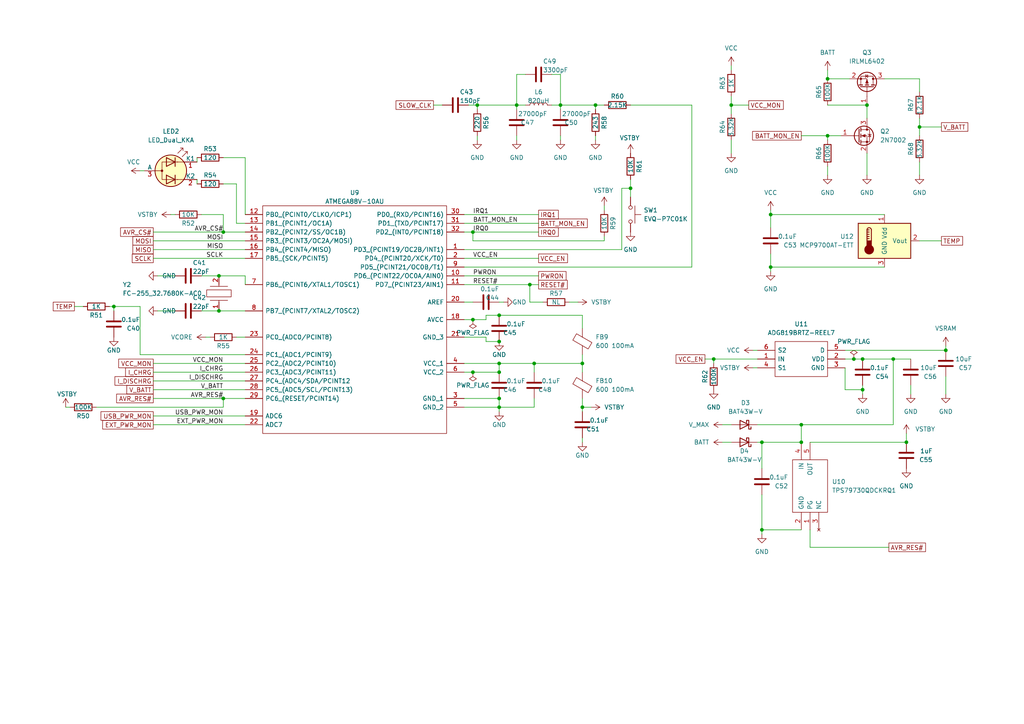
<source format=kicad_sch>
(kicad_sch (version 20211123) (generator eeschema)

  (uuid 1df0a18d-4497-40cd-ad71-4801f734276b)

  (paper "A4")

  (lib_symbols
    (symbol "ADG819BRTZ-REEL7_1" (pin_names (offset 0.762)) (in_bom yes) (on_board yes)
      (property "Reference" "U" (id 0) (at 21.59 7.62 0)
        (effects (font (size 1.27 1.27)) (justify left))
      )
      (property "Value" "ADG819BRTZ-REEL7_1" (id 1) (at 21.59 5.08 0)
        (effects (font (size 1.27 1.27)) (justify left))
      )
      (property "Footprint" "SOT95P280X145-6N" (id 2) (at 21.59 2.54 0)
        (effects (font (size 1.27 1.27)) (justify left) hide)
      )
      (property "Datasheet" "https://datasheet.datasheetarchive.com/originals/dk/DKDS-11/216760.pdf" (id 3) (at 21.59 0 0)
        (effects (font (size 1.27 1.27)) (justify left) hide)
      )
      (property "Description" "Analog Switch ICs SPDT (BBM)" (id 4) (at 21.59 -2.54 0)
        (effects (font (size 1.27 1.27)) (justify left) hide)
      )
      (property "Height" "1.45" (id 5) (at 21.59 -5.08 0)
        (effects (font (size 1.27 1.27)) (justify left) hide)
      )
      (property "Manufacturer_Name" "Analog Devices" (id 6) (at 21.59 -7.62 0)
        (effects (font (size 1.27 1.27)) (justify left) hide)
      )
      (property "Manufacturer_Part_Number" "ADG819BRTZ-REEL7" (id 7) (at 21.59 -10.16 0)
        (effects (font (size 1.27 1.27)) (justify left) hide)
      )
      (property "Mouser Part Number" "584-ADG819BRTZ-R7" (id 8) (at 21.59 -12.7 0)
        (effects (font (size 1.27 1.27)) (justify left) hide)
      )
      (property "Mouser Price/Stock" "https://www.mouser.co.uk/ProductDetail/Analog-Devices/ADG819BRTZ-REEL7?qs=BpaRKvA4VqHIb%252BZWdVZ1eQ%3D%3D" (id 9) (at 21.59 -15.24 0)
        (effects (font (size 1.27 1.27)) (justify left) hide)
      )
      (property "Arrow Part Number" "ADG819BRTZ-REEL7" (id 10) (at 21.59 -17.78 0)
        (effects (font (size 1.27 1.27)) (justify left) hide)
      )
      (property "Arrow Price/Stock" "https://www.arrow.com/en/products/adg819brtz-reel7/analog-devices?region=nac" (id 11) (at 21.59 -20.32 0)
        (effects (font (size 1.27 1.27)) (justify left) hide)
      )
      (property "Mouser Testing Part Number" "" (id 12) (at 21.59 -22.86 0)
        (effects (font (size 1.27 1.27)) (justify left) hide)
      )
      (property "Mouser Testing Price/Stock" "" (id 13) (at 21.59 -25.4 0)
        (effects (font (size 1.27 1.27)) (justify left) hide)
      )
      (property "ki_description" "Analog Switch ICs SPDT (BBM)" (id 14) (at 0 0 0)
        (effects (font (size 1.27 1.27)) hide)
      )
      (symbol "ADG819BRTZ-REEL7_1_0_0"
        (pin passive line (at 25.4 -2.54 180) (length 5.08)
          (name "IN" (effects (font (size 1.27 1.27))))
          (number "1" (effects (font (size 1.27 1.27))))
        )
        (pin power_in line (at 0 -2.54 0) (length 5.08)
          (name "VDD" (effects (font (size 1.27 1.27))))
          (number "2" (effects (font (size 1.27 1.27))))
        )
        (pin power_in line (at 0 -5.08 0) (length 5.08)
          (name "GND" (effects (font (size 1.27 1.27))))
          (number "3" (effects (font (size 1.27 1.27))))
        )
        (pin passive line (at 25.4 -5.08 180) (length 5.08)
          (name "S1" (effects (font (size 1.27 1.27))))
          (number "4" (effects (font (size 1.27 1.27))))
        )
        (pin passive line (at 0 0 0) (length 5.08)
          (name "D" (effects (font (size 1.27 1.27))))
          (number "5" (effects (font (size 1.27 1.27))))
        )
        (pin passive line (at 25.4 0 180) (length 5.08)
          (name "S2" (effects (font (size 1.27 1.27))))
          (number "6" (effects (font (size 1.27 1.27))))
        )
      )
      (symbol "ADG819BRTZ-REEL7_1_0_1"
        (polyline
          (pts
            (xy 5.08 2.54)
            (xy 20.32 2.54)
            (xy 20.32 -7.62)
            (xy 5.08 -7.62)
            (xy 5.08 2.54)
          )
          (stroke (width 0.1524) (type default) (color 0 0 0 0))
          (fill (type none))
        )
      )
    )
    (symbol "ATMEGA88V-10AU_1" (pin_names (offset 0.762)) (in_bom yes) (on_board yes)
      (property "Reference" "U" (id 0) (at 67.31 38.1 0)
        (effects (font (size 1.27 1.27)) (justify left))
      )
      (property "Value" "ATMEGA88V-10AU_1" (id 1) (at 67.31 35.56 0)
        (effects (font (size 1.27 1.27)) (justify left))
      )
      (property "Footprint" "QFP80P900X900X120-32N" (id 2) (at 67.31 33.02 0)
        (effects (font (size 1.27 1.27)) (justify left) hide)
      )
      (property "Datasheet" "https://componentsearchengine.com/Datasheets/2/ATMEGA88V-10AU.pdf" (id 3) (at 67.31 30.48 0)
        (effects (font (size 1.27 1.27)) (justify left) hide)
      )
      (property "Description" "MICROCHIP - ATMEGA88V-10AU - 8BIT 8K FLASH MCU,SMD TQFP32" (id 4) (at 67.31 27.94 0)
        (effects (font (size 1.27 1.27)) (justify left) hide)
      )
      (property "Height" "1.2" (id 5) (at 67.31 25.4 0)
        (effects (font (size 1.27 1.27)) (justify left) hide)
      )
      (property "Manufacturer_Name" "Microchip" (id 6) (at 67.31 22.86 0)
        (effects (font (size 1.27 1.27)) (justify left) hide)
      )
      (property "Manufacturer_Part_Number" "ATMEGA88V-10AU" (id 7) (at 67.31 20.32 0)
        (effects (font (size 1.27 1.27)) (justify left) hide)
      )
      (property "Mouser Part Number" "556-ATMEGA88V10AU" (id 8) (at 67.31 17.78 0)
        (effects (font (size 1.27 1.27)) (justify left) hide)
      )
      (property "Mouser Price/Stock" "https://www.mouser.co.uk/ProductDetail/Microchip-Technology-Atmel/ATMEGA88V-10AU?qs=8jWQYweyg6NWt2NQygRx9Q%3D%3D" (id 9) (at 67.31 15.24 0)
        (effects (font (size 1.27 1.27)) (justify left) hide)
      )
      (property "Arrow Part Number" "ATMEGA88V-10AU" (id 10) (at 67.31 12.7 0)
        (effects (font (size 1.27 1.27)) (justify left) hide)
      )
      (property "Arrow Price/Stock" "https://www.arrow.com/en/products/atmega88v-10au/microchip-technology?region=nac" (id 11) (at 67.31 10.16 0)
        (effects (font (size 1.27 1.27)) (justify left) hide)
      )
      (property "Mouser Testing Part Number" "" (id 12) (at 67.31 7.62 0)
        (effects (font (size 1.27 1.27)) (justify left) hide)
      )
      (property "Mouser Testing Price/Stock" "" (id 13) (at 67.31 5.08 0)
        (effects (font (size 1.27 1.27)) (justify left) hide)
      )
      (property "ki_description" "MICROCHIP - ATMEGA88V-10AU - 8BIT 8K FLASH MCU,SMD TQFP32" (id 14) (at 0 0 0)
        (effects (font (size 1.27 1.27)) hide)
      )
      (symbol "ATMEGA88V-10AU_1_0_0"
        (pin bidirectional line (at 63.5 20.32 180) (length 5.08)
          (name "PD3_(PCINT19/OC2B/INT1)" (effects (font (size 1.27 1.27))))
          (number "1" (effects (font (size 1.27 1.27))))
        )
        (pin bidirectional line (at 63.5 12.7 180) (length 5.08)
          (name "PD6_(PCINT22/OC0A/AIN0)" (effects (font (size 1.27 1.27))))
          (number "10" (effects (font (size 1.27 1.27))))
        )
        (pin bidirectional line (at 63.5 10.16 180) (length 5.08)
          (name "PD7_(PCINT23/AIN1)" (effects (font (size 1.27 1.27))))
          (number "11" (effects (font (size 1.27 1.27))))
        )
        (pin bidirectional line (at 0 30.48 0) (length 5.08)
          (name "PB0_(PCINT0/CLKO/ICP1)" (effects (font (size 1.27 1.27))))
          (number "12" (effects (font (size 1.27 1.27))))
        )
        (pin bidirectional line (at 0 27.94 0) (length 5.08)
          (name "PB1_(PCINT1/OC1A)" (effects (font (size 1.27 1.27))))
          (number "13" (effects (font (size 1.27 1.27))))
        )
        (pin bidirectional line (at 0 25.4 0) (length 5.08)
          (name "PB2_(PCINT2/SS/OC1B)" (effects (font (size 1.27 1.27))))
          (number "14" (effects (font (size 1.27 1.27))))
        )
        (pin bidirectional line (at 0 22.86 0) (length 5.08)
          (name "PB3_(PCINT3/OC2A/MOSI)" (effects (font (size 1.27 1.27))))
          (number "15" (effects (font (size 1.27 1.27))))
        )
        (pin bidirectional line (at 0 20.32 0) (length 5.08)
          (name "PB4_(PCINT4/MISO)" (effects (font (size 1.27 1.27))))
          (number "16" (effects (font (size 1.27 1.27))))
        )
        (pin bidirectional line (at 0 17.78 0) (length 5.08)
          (name "PB5_(SCK/PCINT5)" (effects (font (size 1.27 1.27))))
          (number "17" (effects (font (size 1.27 1.27))))
        )
        (pin power_in line (at 63.5 0 180) (length 5.08)
          (name "AVCC" (effects (font (size 1.27 1.27))))
          (number "18" (effects (font (size 1.27 1.27))))
        )
        (pin bidirectional line (at 0 -27.94 0) (length 5.08)
          (name "ADC6" (effects (font (size 1.27 1.27))))
          (number "19" (effects (font (size 1.27 1.27))))
        )
        (pin bidirectional line (at 63.5 17.78 180) (length 5.08)
          (name "PD4_(PCINT20/XCK/T0)" (effects (font (size 1.27 1.27))))
          (number "2" (effects (font (size 1.27 1.27))))
        )
        (pin output line (at 63.5 5.08 180) (length 5.08)
          (name "AREF" (effects (font (size 1.27 1.27))))
          (number "20" (effects (font (size 1.27 1.27))))
        )
        (pin power_in line (at 63.5 -5.08 180) (length 5.08)
          (name "GND_3" (effects (font (size 1.27 1.27))))
          (number "21" (effects (font (size 1.27 1.27))))
        )
        (pin bidirectional line (at 0 -30.48 0) (length 5.08)
          (name "ADC7" (effects (font (size 1.27 1.27))))
          (number "22" (effects (font (size 1.27 1.27))))
        )
        (pin bidirectional line (at 0 -5.08 0) (length 5.08)
          (name "PC0_(ADC0/PCINT8)" (effects (font (size 1.27 1.27))))
          (number "23" (effects (font (size 1.27 1.27))))
        )
        (pin bidirectional line (at 0 -10.16 0) (length 5.08)
          (name "PC1_(ADC1/PCINT9)" (effects (font (size 1.27 1.27))))
          (number "24" (effects (font (size 1.27 1.27))))
        )
        (pin bidirectional line (at 0 -12.7 0) (length 5.08)
          (name "PC2_(ADC2/PCINT10)" (effects (font (size 1.27 1.27))))
          (number "25" (effects (font (size 1.27 1.27))))
        )
        (pin bidirectional line (at 0 -15.24 0) (length 5.08)
          (name "PC3_(ADC3/PCINT11)" (effects (font (size 1.27 1.27))))
          (number "26" (effects (font (size 1.27 1.27))))
        )
        (pin bidirectional line (at 0 -17.78 0) (length 5.08)
          (name "PC4_(ADC4/SDA/PCINT12" (effects (font (size 1.27 1.27))))
          (number "27" (effects (font (size 1.27 1.27))))
        )
        (pin bidirectional line (at 0 -20.32 0) (length 5.08)
          (name "PC5_(ADC5/SCL/PCINT13)" (effects (font (size 1.27 1.27))))
          (number "28" (effects (font (size 1.27 1.27))))
        )
        (pin input line (at 0 -22.86 0) (length 5.08)
          (name "PC6_(RESET/PCINT14)" (effects (font (size 1.27 1.27))))
          (number "29" (effects (font (size 1.27 1.27))))
        )
        (pin power_in line (at 63.5 -22.86 180) (length 5.08)
          (name "GND_1" (effects (font (size 1.27 1.27))))
          (number "3" (effects (font (size 1.27 1.27))))
        )
        (pin bidirectional line (at 63.5 30.48 180) (length 5.08)
          (name "PD0_(RXD/PCINT16)" (effects (font (size 1.27 1.27))))
          (number "30" (effects (font (size 1.27 1.27))))
        )
        (pin bidirectional line (at 63.5 27.94 180) (length 5.08)
          (name "PD1_(TXD/PCINT17)" (effects (font (size 1.27 1.27))))
          (number "31" (effects (font (size 1.27 1.27))))
        )
        (pin bidirectional line (at 63.5 25.4 180) (length 5.08)
          (name "PD2_(INT0/PCINT18)" (effects (font (size 1.27 1.27))))
          (number "32" (effects (font (size 1.27 1.27))))
        )
        (pin power_in line (at 63.5 -12.7 180) (length 5.08)
          (name "VCC_1" (effects (font (size 1.27 1.27))))
          (number "4" (effects (font (size 1.27 1.27))))
        )
        (pin power_in line (at 63.5 -25.4 180) (length 5.08)
          (name "GND_2" (effects (font (size 1.27 1.27))))
          (number "5" (effects (font (size 1.27 1.27))))
        )
        (pin power_in line (at 63.5 -15.24 180) (length 5.08)
          (name "VCC_2" (effects (font (size 1.27 1.27))))
          (number "6" (effects (font (size 1.27 1.27))))
        )
        (pin bidirectional line (at 0 10.16 0) (length 5.08)
          (name "PB6_(PCINT6/XTAL1/TOSC1)" (effects (font (size 1.27 1.27))))
          (number "7" (effects (font (size 1.27 1.27))))
        )
        (pin bidirectional line (at 0 2.54 0) (length 5.08)
          (name "PB7_(PCINT7/XTAL2/TOSC2)" (effects (font (size 1.27 1.27))))
          (number "8" (effects (font (size 1.27 1.27))))
        )
        (pin bidirectional line (at 63.5 15.24 180) (length 5.08)
          (name "PD5_(PCINT21/OC0B/T1)" (effects (font (size 1.27 1.27))))
          (number "9" (effects (font (size 1.27 1.27))))
        )
      )
      (symbol "ATMEGA88V-10AU_1_0_1"
        (polyline
          (pts
            (xy 5.08 33.02)
            (xy 58.42 33.02)
            (xy 58.42 -33.02)
            (xy 5.08 -33.02)
            (xy 5.08 33.02)
          )
          (stroke (width 0.1524) (type default) (color 0 0 0 0))
          (fill (type none))
        )
      )
    )
    (symbol "Device:C" (pin_numbers hide) (pin_names (offset 0.254)) (in_bom yes) (on_board yes)
      (property "Reference" "C" (id 0) (at 0.635 2.54 0)
        (effects (font (size 1.27 1.27)) (justify left))
      )
      (property "Value" "C" (id 1) (at 0.635 -2.54 0)
        (effects (font (size 1.27 1.27)) (justify left))
      )
      (property "Footprint" "" (id 2) (at 0.9652 -3.81 0)
        (effects (font (size 1.27 1.27)) hide)
      )
      (property "Datasheet" "~" (id 3) (at 0 0 0)
        (effects (font (size 1.27 1.27)) hide)
      )
      (property "ki_keywords" "cap capacitor" (id 4) (at 0 0 0)
        (effects (font (size 1.27 1.27)) hide)
      )
      (property "ki_description" "Unpolarized capacitor" (id 5) (at 0 0 0)
        (effects (font (size 1.27 1.27)) hide)
      )
      (property "ki_fp_filters" "C_*" (id 6) (at 0 0 0)
        (effects (font (size 1.27 1.27)) hide)
      )
      (symbol "C_0_1"
        (polyline
          (pts
            (xy -2.032 -0.762)
            (xy 2.032 -0.762)
          )
          (stroke (width 0.508) (type default) (color 0 0 0 0))
          (fill (type none))
        )
        (polyline
          (pts
            (xy -2.032 0.762)
            (xy 2.032 0.762)
          )
          (stroke (width 0.508) (type default) (color 0 0 0 0))
          (fill (type none))
        )
      )
      (symbol "C_1_1"
        (pin passive line (at 0 3.81 270) (length 2.794)
          (name "~" (effects (font (size 1.27 1.27))))
          (number "1" (effects (font (size 1.27 1.27))))
        )
        (pin passive line (at 0 -3.81 90) (length 2.794)
          (name "~" (effects (font (size 1.27 1.27))))
          (number "2" (effects (font (size 1.27 1.27))))
        )
      )
    )
    (symbol "Device:FerriteBead" (pin_numbers hide) (pin_names (offset 0)) (in_bom yes) (on_board yes)
      (property "Reference" "FB" (id 0) (at -3.81 0.635 90)
        (effects (font (size 1.27 1.27)))
      )
      (property "Value" "FerriteBead" (id 1) (at 3.81 0 90)
        (effects (font (size 1.27 1.27)))
      )
      (property "Footprint" "" (id 2) (at -1.778 0 90)
        (effects (font (size 1.27 1.27)) hide)
      )
      (property "Datasheet" "~" (id 3) (at 0 0 0)
        (effects (font (size 1.27 1.27)) hide)
      )
      (property "ki_keywords" "L ferrite bead inductor filter" (id 4) (at 0 0 0)
        (effects (font (size 1.27 1.27)) hide)
      )
      (property "ki_description" "Ferrite bead" (id 5) (at 0 0 0)
        (effects (font (size 1.27 1.27)) hide)
      )
      (property "ki_fp_filters" "Inductor_* L_* *Ferrite*" (id 6) (at 0 0 0)
        (effects (font (size 1.27 1.27)) hide)
      )
      (symbol "FerriteBead_0_1"
        (polyline
          (pts
            (xy 0 -1.27)
            (xy 0 -1.2192)
          )
          (stroke (width 0) (type default) (color 0 0 0 0))
          (fill (type none))
        )
        (polyline
          (pts
            (xy 0 1.27)
            (xy 0 1.2954)
          )
          (stroke (width 0) (type default) (color 0 0 0 0))
          (fill (type none))
        )
        (polyline
          (pts
            (xy -2.7686 0.4064)
            (xy -1.7018 2.2606)
            (xy 2.7686 -0.3048)
            (xy 1.6764 -2.159)
            (xy -2.7686 0.4064)
          )
          (stroke (width 0) (type default) (color 0 0 0 0))
          (fill (type none))
        )
      )
      (symbol "FerriteBead_1_1"
        (pin passive line (at 0 3.81 270) (length 2.54)
          (name "~" (effects (font (size 1.27 1.27))))
          (number "1" (effects (font (size 1.27 1.27))))
        )
        (pin passive line (at 0 -3.81 90) (length 2.54)
          (name "~" (effects (font (size 1.27 1.27))))
          (number "2" (effects (font (size 1.27 1.27))))
        )
      )
    )
    (symbol "Device:L" (pin_numbers hide) (pin_names (offset 1.016) hide) (in_bom yes) (on_board yes)
      (property "Reference" "L" (id 0) (at -1.27 0 90)
        (effects (font (size 1.27 1.27)))
      )
      (property "Value" "L" (id 1) (at 1.905 0 90)
        (effects (font (size 1.27 1.27)))
      )
      (property "Footprint" "" (id 2) (at 0 0 0)
        (effects (font (size 1.27 1.27)) hide)
      )
      (property "Datasheet" "~" (id 3) (at 0 0 0)
        (effects (font (size 1.27 1.27)) hide)
      )
      (property "ki_keywords" "inductor choke coil reactor magnetic" (id 4) (at 0 0 0)
        (effects (font (size 1.27 1.27)) hide)
      )
      (property "ki_description" "Inductor" (id 5) (at 0 0 0)
        (effects (font (size 1.27 1.27)) hide)
      )
      (property "ki_fp_filters" "Choke_* *Coil* Inductor_* L_*" (id 6) (at 0 0 0)
        (effects (font (size 1.27 1.27)) hide)
      )
      (symbol "L_0_1"
        (arc (start 0 -2.54) (mid 0.635 -1.905) (end 0 -1.27)
          (stroke (width 0) (type default) (color 0 0 0 0))
          (fill (type none))
        )
        (arc (start 0 -1.27) (mid 0.635 -0.635) (end 0 0)
          (stroke (width 0) (type default) (color 0 0 0 0))
          (fill (type none))
        )
        (arc (start 0 0) (mid 0.635 0.635) (end 0 1.27)
          (stroke (width 0) (type default) (color 0 0 0 0))
          (fill (type none))
        )
        (arc (start 0 1.27) (mid 0.635 1.905) (end 0 2.54)
          (stroke (width 0) (type default) (color 0 0 0 0))
          (fill (type none))
        )
      )
      (symbol "L_1_1"
        (pin passive line (at 0 3.81 270) (length 1.27)
          (name "1" (effects (font (size 1.27 1.27))))
          (number "1" (effects (font (size 1.27 1.27))))
        )
        (pin passive line (at 0 -3.81 90) (length 1.27)
          (name "2" (effects (font (size 1.27 1.27))))
          (number "2" (effects (font (size 1.27 1.27))))
        )
      )
    )
    (symbol "Device:LED_Dual_KKA" (pin_names (offset 0)) (in_bom yes) (on_board yes)
      (property "Reference" "D" (id 0) (at 0 5.715 0)
        (effects (font (size 1.27 1.27)))
      )
      (property "Value" "LED_Dual_KKA" (id 1) (at 0 -6.35 0)
        (effects (font (size 1.27 1.27)))
      )
      (property "Footprint" "" (id 2) (at 1.27 0 0)
        (effects (font (size 1.27 1.27)) hide)
      )
      (property "Datasheet" "~" (id 3) (at 1.27 0 0)
        (effects (font (size 1.27 1.27)) hide)
      )
      (property "ki_keywords" "LED diode bicolor dual" (id 4) (at 0 0 0)
        (effects (font (size 1.27 1.27)) hide)
      )
      (property "ki_description" "Dual LED, common anode on pin 3" (id 5) (at 0 0 0)
        (effects (font (size 1.27 1.27)) hide)
      )
      (property "ki_fp_filters" "LED* LED_SMD:* LED_THT:*" (id 6) (at 0 0 0)
        (effects (font (size 1.27 1.27)) hide)
      )
      (symbol "LED_Dual_KKA_0_1"
        (circle (center -2.54 0) (radius 0.2794)
          (stroke (width 0) (type default) (color 0 0 0 0))
          (fill (type outline))
        )
        (polyline
          (pts
            (xy -4.572 0)
            (xy -2.54 0)
          )
          (stroke (width 0) (type default) (color 0 0 0 0))
          (fill (type none))
        )
        (polyline
          (pts
            (xy 1.27 -1.27)
            (xy 1.27 -3.81)
          )
          (stroke (width 0.254) (type default) (color 0 0 0 0))
          (fill (type none))
        )
        (polyline
          (pts
            (xy 1.27 3.81)
            (xy 1.27 1.27)
          )
          (stroke (width 0.254) (type default) (color 0 0 0 0))
          (fill (type none))
        )
        (polyline
          (pts
            (xy 3.81 -2.54)
            (xy 1.905 -2.54)
          )
          (stroke (width 0) (type default) (color 0 0 0 0))
          (fill (type none))
        )
        (polyline
          (pts
            (xy 3.81 2.54)
            (xy 1.905 2.54)
          )
          (stroke (width 0) (type default) (color 0 0 0 0))
          (fill (type none))
        )
        (polyline
          (pts
            (xy -1.27 -1.27)
            (xy -1.27 -3.81)
            (xy 1.27 -2.54)
            (xy -1.27 -1.27)
          )
          (stroke (width 0.254) (type default) (color 0 0 0 0))
          (fill (type none))
        )
        (polyline
          (pts
            (xy -1.27 3.81)
            (xy -1.27 1.27)
            (xy 1.27 2.54)
            (xy -1.27 3.81)
          )
          (stroke (width 0.254) (type default) (color 0 0 0 0))
          (fill (type none))
        )
        (polyline
          (pts
            (xy 2.032 2.54)
            (xy -2.54 2.54)
            (xy -2.54 -2.54)
            (xy 2.032 -2.54)
          )
          (stroke (width 0) (type default) (color 0 0 0 0))
          (fill (type none))
        )
        (polyline
          (pts
            (xy 2.032 5.08)
            (xy 3.556 6.604)
            (xy 2.794 6.604)
            (xy 3.556 6.604)
            (xy 3.556 5.842)
          )
          (stroke (width 0) (type default) (color 0 0 0 0))
          (fill (type none))
        )
        (polyline
          (pts
            (xy 3.302 4.064)
            (xy 4.826 5.588)
            (xy 4.064 5.588)
            (xy 4.826 5.588)
            (xy 4.826 4.826)
          )
          (stroke (width 0) (type default) (color 0 0 0 0))
          (fill (type none))
        )
        (circle (center 0 0) (radius 4.572)
          (stroke (width 0.254) (type default) (color 0 0 0 0))
          (fill (type background))
        )
      )
      (symbol "LED_Dual_KKA_1_1"
        (pin input line (at 7.62 2.54 180) (length 3.81)
          (name "K1" (effects (font (size 1.27 1.27))))
          (number "1" (effects (font (size 1.27 1.27))))
        )
        (pin input line (at 7.62 -2.54 180) (length 3.81)
          (name "K2" (effects (font (size 1.27 1.27))))
          (number "2" (effects (font (size 1.27 1.27))))
        )
        (pin input line (at -7.62 0 0) (length 3.048)
          (name "A" (effects (font (size 1.27 1.27))))
          (number "3" (effects (font (size 1.27 1.27))))
        )
      )
    )
    (symbol "Device:R" (pin_numbers hide) (pin_names (offset 0)) (in_bom yes) (on_board yes)
      (property "Reference" "R" (id 0) (at 2.032 0 90)
        (effects (font (size 1.27 1.27)))
      )
      (property "Value" "R" (id 1) (at 0 0 90)
        (effects (font (size 1.27 1.27)))
      )
      (property "Footprint" "" (id 2) (at -1.778 0 90)
        (effects (font (size 1.27 1.27)) hide)
      )
      (property "Datasheet" "~" (id 3) (at 0 0 0)
        (effects (font (size 1.27 1.27)) hide)
      )
      (property "ki_keywords" "R res resistor" (id 4) (at 0 0 0)
        (effects (font (size 1.27 1.27)) hide)
      )
      (property "ki_description" "Resistor" (id 5) (at 0 0 0)
        (effects (font (size 1.27 1.27)) hide)
      )
      (property "ki_fp_filters" "R_*" (id 6) (at 0 0 0)
        (effects (font (size 1.27 1.27)) hide)
      )
      (symbol "R_0_1"
        (rectangle (start -1.016 -2.54) (end 1.016 2.54)
          (stroke (width 0.254) (type default) (color 0 0 0 0))
          (fill (type none))
        )
      )
      (symbol "R_1_1"
        (pin passive line (at 0 3.81 270) (length 1.27)
          (name "~" (effects (font (size 1.27 1.27))))
          (number "1" (effects (font (size 1.27 1.27))))
        )
        (pin passive line (at 0 -3.81 90) (length 1.27)
          (name "~" (effects (font (size 1.27 1.27))))
          (number "2" (effects (font (size 1.27 1.27))))
        )
      )
    )
    (symbol "Diode:BAT43W-V" (pin_numbers hide) (pin_names (offset 1.016) hide) (in_bom yes) (on_board yes)
      (property "Reference" "D" (id 0) (at 0 2.54 0)
        (effects (font (size 1.27 1.27)))
      )
      (property "Value" "BAT43W-V" (id 1) (at 0 -2.54 0)
        (effects (font (size 1.27 1.27)))
      )
      (property "Footprint" "Diode_SMD:D_SOD-123" (id 2) (at 0 -4.445 0)
        (effects (font (size 1.27 1.27)) hide)
      )
      (property "Datasheet" "http://www.vishay.com/docs/85660/bat42.pdf" (id 3) (at 0 0 0)
        (effects (font (size 1.27 1.27)) hide)
      )
      (property "ki_keywords" "diode Schottky" (id 4) (at 0 0 0)
        (effects (font (size 1.27 1.27)) hide)
      )
      (property "ki_description" "30V 0.2A Small Signal Schottky diode, SOD-123" (id 5) (at 0 0 0)
        (effects (font (size 1.27 1.27)) hide)
      )
      (property "ki_fp_filters" "D*SOD?123*" (id 6) (at 0 0 0)
        (effects (font (size 1.27 1.27)) hide)
      )
      (symbol "BAT43W-V_0_1"
        (polyline
          (pts
            (xy 1.27 0)
            (xy -1.27 0)
          )
          (stroke (width 0) (type default) (color 0 0 0 0))
          (fill (type none))
        )
        (polyline
          (pts
            (xy 1.27 1.27)
            (xy 1.27 -1.27)
            (xy -1.27 0)
            (xy 1.27 1.27)
          )
          (stroke (width 0.254) (type default) (color 0 0 0 0))
          (fill (type none))
        )
        (polyline
          (pts
            (xy -1.905 0.635)
            (xy -1.905 1.27)
            (xy -1.27 1.27)
            (xy -1.27 -1.27)
            (xy -0.635 -1.27)
            (xy -0.635 -0.635)
          )
          (stroke (width 0.254) (type default) (color 0 0 0 0))
          (fill (type none))
        )
      )
      (symbol "BAT43W-V_1_1"
        (pin passive line (at -3.81 0 0) (length 2.54)
          (name "K" (effects (font (size 1.27 1.27))))
          (number "1" (effects (font (size 1.27 1.27))))
        )
        (pin passive line (at 3.81 0 180) (length 2.54)
          (name "A" (effects (font (size 1.27 1.27))))
          (number "2" (effects (font (size 1.27 1.27))))
        )
      )
    )
    (symbol "SamacSys_Parts:FC-255_32.7680K-AC0" (pin_names (offset 0.762)) (in_bom yes) (on_board yes)
      (property "Reference" "Y" (id 0) (at 8.89 6.35 0)
        (effects (font (size 1.27 1.27)) (justify left))
      )
      (property "Value" "FC-255_32.7680K-AC0" (id 1) (at 8.89 3.81 0)
        (effects (font (size 1.27 1.27)) (justify left))
      )
      (property "Footprint" "FC-255" (id 2) (at 8.89 1.27 0)
        (effects (font (size 1.27 1.27)) (justify left) hide)
      )
      (property "Datasheet" "https://support.epson.biz/td/api/doc_check.php?dl=brief_FC-145&lang=en" (id 3) (at 8.89 -1.27 0)
        (effects (font (size 1.27 1.27)) (justify left) hide)
      )
      (property "Description" "CRYSTAL SMD" (id 4) (at 8.89 -3.81 0)
        (effects (font (size 1.27 1.27)) (justify left) hide)
      )
      (property "Height" "" (id 5) (at 8.89 -6.35 0)
        (effects (font (size 1.27 1.27)) (justify left) hide)
      )
      (property "Manufacturer_Name" "Epson Timing" (id 6) (at 8.89 -8.89 0)
        (effects (font (size 1.27 1.27)) (justify left) hide)
      )
      (property "Manufacturer_Part_Number" "FC-255 32.7680K-AC0" (id 7) (at 8.89 -11.43 0)
        (effects (font (size 1.27 1.27)) (justify left) hide)
      )
      (property "Mouser Part Number" "" (id 8) (at 8.89 -13.97 0)
        (effects (font (size 1.27 1.27)) (justify left) hide)
      )
      (property "Mouser Price/Stock" "" (id 9) (at 8.89 -16.51 0)
        (effects (font (size 1.27 1.27)) (justify left) hide)
      )
      (property "Arrow Part Number" "" (id 10) (at 8.89 -19.05 0)
        (effects (font (size 1.27 1.27)) (justify left) hide)
      )
      (property "Arrow Price/Stock" "" (id 11) (at 8.89 -21.59 0)
        (effects (font (size 1.27 1.27)) (justify left) hide)
      )
      (property "Mouser Testing Part Number" "" (id 12) (at 8.89 -24.13 0)
        (effects (font (size 1.27 1.27)) (justify left) hide)
      )
      (property "Mouser Testing Price/Stock" "" (id 13) (at 8.89 -26.67 0)
        (effects (font (size 1.27 1.27)) (justify left) hide)
      )
      (property "ki_description" "CRYSTAL SMD" (id 14) (at 0 0 0)
        (effects (font (size 1.27 1.27)) hide)
      )
      (symbol "FC-255_32.7680K-AC0_0_0"
        (pin passive line (at 0 0 0) (length 2.54)
          (name "~" (effects (font (size 1.27 1.27))))
          (number "1" (effects (font (size 1.27 1.27))))
        )
        (pin passive line (at 10.16 0 180) (length 2.54)
          (name "~" (effects (font (size 1.27 1.27))))
          (number "2" (effects (font (size 1.27 1.27))))
        )
      )
      (symbol "FC-255_32.7680K-AC0_0_1"
        (polyline
          (pts
            (xy 3.048 0)
            (xy 2.54 0)
          )
          (stroke (width 0.1524) (type default) (color 0 0 0 0))
          (fill (type none))
        )
        (polyline
          (pts
            (xy 3.048 2.54)
            (xy 3.048 -2.54)
          )
          (stroke (width 0.1524) (type default) (color 0 0 0 0))
          (fill (type none))
        )
        (polyline
          (pts
            (xy 7.112 0)
            (xy 7.62 0)
          )
          (stroke (width 0.1524) (type default) (color 0 0 0 0))
          (fill (type none))
        )
        (polyline
          (pts
            (xy 7.112 2.54)
            (xy 7.112 -2.54)
          )
          (stroke (width 0.1524) (type default) (color 0 0 0 0))
          (fill (type none))
        )
        (polyline
          (pts
            (xy 4.064 3.556)
            (xy 4.064 -3.556)
            (xy 6.096 -3.556)
            (xy 6.096 3.556)
            (xy 4.064 3.556)
          )
          (stroke (width 0.1524) (type default) (color 0 0 0 0))
          (fill (type none))
        )
      )
    )
    (symbol "Sensor_Temperature:MCP9700AT-ETT" (pin_names (offset 1.016)) (in_bom yes) (on_board yes)
      (property "Reference" "U" (id 0) (at -6.35 6.35 0)
        (effects (font (size 1.27 1.27)))
      )
      (property "Value" "MCP9700AT-ETT" (id 1) (at 1.27 6.35 0)
        (effects (font (size 1.27 1.27)) (justify left))
      )
      (property "Footprint" "Package_TO_SOT_SMD:SOT-23" (id 2) (at 0 -10.16 0)
        (effects (font (size 1.27 1.27)) hide)
      )
      (property "Datasheet" "http://ww1.microchip.com/downloads/en/DeviceDoc/21942e.pdf" (id 3) (at -3.81 6.35 0)
        (effects (font (size 1.27 1.27)) hide)
      )
      (property "ki_keywords" "temperature sensor thermistor" (id 4) (at 0 0 0)
        (effects (font (size 1.27 1.27)) hide)
      )
      (property "ki_description" "Low power, analog thermistor temperature sensor, ±2C accuracy, -40C to +125C, in SOT-23-3" (id 5) (at 0 0 0)
        (effects (font (size 1.27 1.27)) hide)
      )
      (property "ki_fp_filters" "SOT?23*" (id 6) (at 0 0 0)
        (effects (font (size 1.27 1.27)) hide)
      )
      (symbol "MCP9700AT-ETT_0_1"
        (rectangle (start -7.62 5.08) (end 7.62 -5.08)
          (stroke (width 0.254) (type default) (color 0 0 0 0))
          (fill (type background))
        )
        (circle (center -4.445 -2.54) (radius 1.27)
          (stroke (width 0.254) (type default) (color 0 0 0 0))
          (fill (type outline))
        )
        (rectangle (start -3.81 -1.905) (end -5.08 0)
          (stroke (width 0.254) (type default) (color 0 0 0 0))
          (fill (type outline))
        )
        (arc (start -3.81 3.175) (mid -4.445 3.81) (end -5.08 3.175)
          (stroke (width 0.254) (type default) (color 0 0 0 0))
          (fill (type none))
        )
        (polyline
          (pts
            (xy -5.08 0.635)
            (xy -4.445 0.635)
          )
          (stroke (width 0.254) (type default) (color 0 0 0 0))
          (fill (type none))
        )
        (polyline
          (pts
            (xy -5.08 1.27)
            (xy -4.445 1.27)
          )
          (stroke (width 0.254) (type default) (color 0 0 0 0))
          (fill (type none))
        )
        (polyline
          (pts
            (xy -5.08 1.905)
            (xy -4.445 1.905)
          )
          (stroke (width 0.254) (type default) (color 0 0 0 0))
          (fill (type none))
        )
        (polyline
          (pts
            (xy -5.08 2.54)
            (xy -4.445 2.54)
          )
          (stroke (width 0.254) (type default) (color 0 0 0 0))
          (fill (type none))
        )
        (polyline
          (pts
            (xy -5.08 3.175)
            (xy -5.08 0)
          )
          (stroke (width 0.254) (type default) (color 0 0 0 0))
          (fill (type none))
        )
        (polyline
          (pts
            (xy -5.08 3.175)
            (xy -4.445 3.175)
          )
          (stroke (width 0.254) (type default) (color 0 0 0 0))
          (fill (type none))
        )
        (polyline
          (pts
            (xy -3.81 3.175)
            (xy -3.81 0)
          )
          (stroke (width 0.254) (type default) (color 0 0 0 0))
          (fill (type none))
        )
      )
      (symbol "MCP9700AT-ETT_1_1"
        (pin power_in line (at 0 7.62 270) (length 2.54)
          (name "Vdd" (effects (font (size 1.27 1.27))))
          (number "1" (effects (font (size 1.27 1.27))))
        )
        (pin output line (at 10.16 0 180) (length 2.54)
          (name "Vout" (effects (font (size 1.27 1.27))))
          (number "2" (effects (font (size 1.27 1.27))))
        )
        (pin power_in line (at 0 -7.62 90) (length 2.54)
          (name "GND" (effects (font (size 1.27 1.27))))
          (number "3" (effects (font (size 1.27 1.27))))
        )
      )
    )
    (symbol "Switch:SW_Push" (pin_numbers hide) (pin_names (offset 1.016) hide) (in_bom yes) (on_board yes)
      (property "Reference" "SW" (id 0) (at 1.27 2.54 0)
        (effects (font (size 1.27 1.27)) (justify left))
      )
      (property "Value" "SW_Push" (id 1) (at 0 -1.524 0)
        (effects (font (size 1.27 1.27)))
      )
      (property "Footprint" "" (id 2) (at 0 5.08 0)
        (effects (font (size 1.27 1.27)) hide)
      )
      (property "Datasheet" "~" (id 3) (at 0 5.08 0)
        (effects (font (size 1.27 1.27)) hide)
      )
      (property "ki_keywords" "switch normally-open pushbutton push-button" (id 4) (at 0 0 0)
        (effects (font (size 1.27 1.27)) hide)
      )
      (property "ki_description" "Push button switch, generic, two pins" (id 5) (at 0 0 0)
        (effects (font (size 1.27 1.27)) hide)
      )
      (symbol "SW_Push_0_1"
        (circle (center -2.032 0) (radius 0.508)
          (stroke (width 0) (type default) (color 0 0 0 0))
          (fill (type none))
        )
        (polyline
          (pts
            (xy 0 1.27)
            (xy 0 3.048)
          )
          (stroke (width 0) (type default) (color 0 0 0 0))
          (fill (type none))
        )
        (polyline
          (pts
            (xy 2.54 1.27)
            (xy -2.54 1.27)
          )
          (stroke (width 0) (type default) (color 0 0 0 0))
          (fill (type none))
        )
        (circle (center 2.032 0) (radius 0.508)
          (stroke (width 0) (type default) (color 0 0 0 0))
          (fill (type none))
        )
        (pin passive line (at -5.08 0 0) (length 2.54)
          (name "1" (effects (font (size 1.27 1.27))))
          (number "1" (effects (font (size 1.27 1.27))))
        )
        (pin passive line (at 5.08 0 180) (length 2.54)
          (name "2" (effects (font (size 1.27 1.27))))
          (number "2" (effects (font (size 1.27 1.27))))
        )
      )
    )
    (symbol "TPS79730QDCKRQ1_1" (pin_names (offset 0.762)) (in_bom yes) (on_board yes)
      (property "Reference" "U" (id 0) (at 21.59 7.62 0)
        (effects (font (size 1.27 1.27)) (justify left))
      )
      (property "Value" "TPS79730QDCKRQ1_1" (id 1) (at 21.59 5.08 0)
        (effects (font (size 1.27 1.27)) (justify left))
      )
      (property "Footprint" "SOT65P210X110-5N" (id 2) (at 21.59 2.54 0)
        (effects (font (size 1.27 1.27)) (justify left) hide)
      )
      (property "Datasheet" "https://www.ti.com/lit/ds/symlink/tps797-q1.pdf?ts=1605774481256&ref_url=https%253A%252F%252Fwww.ti.com%252Fstore%252Fti%252Fen%252Fsearch%252F%253Ftext%253DTPS79730QDCKRQ1%2526searchType%253D" (id 3) (at 21.59 0 0)
        (effects (font (size 1.27 1.27)) (justify left) hide)
      )
      (property "Description" "LDO Voltage Regulators 10-mA 3V Micro Power LDO Vltg Reg" (id 4) (at 21.59 -2.54 0)
        (effects (font (size 1.27 1.27)) (justify left) hide)
      )
      (property "Height" "1.1" (id 5) (at 21.59 -5.08 0)
        (effects (font (size 1.27 1.27)) (justify left) hide)
      )
      (property "Manufacturer_Name" "Texas Instruments" (id 6) (at 21.59 -7.62 0)
        (effects (font (size 1.27 1.27)) (justify left) hide)
      )
      (property "Manufacturer_Part_Number" "TPS79730QDCKRQ1" (id 7) (at 21.59 -10.16 0)
        (effects (font (size 1.27 1.27)) (justify left) hide)
      )
      (property "Mouser Part Number" "595-TPS79730QDCKRQ1" (id 8) (at 21.59 -12.7 0)
        (effects (font (size 1.27 1.27)) (justify left) hide)
      )
      (property "Mouser Price/Stock" "https://www.mouser.co.uk/ProductDetail/Texas-Instruments/TPS79730QDCKRQ1?qs=BBezV1N05%2FuPy6w0yYGuVQ%3D%3D" (id 9) (at 21.59 -15.24 0)
        (effects (font (size 1.27 1.27)) (justify left) hide)
      )
      (property "Arrow Part Number" "TPS79730QDCKRQ1" (id 10) (at 21.59 -17.78 0)
        (effects (font (size 1.27 1.27)) (justify left) hide)
      )
      (property "Arrow Price/Stock" "https://www.arrow.com/en/products/tps79730qdckrq1/texas-instruments?region=nac" (id 11) (at 21.59 -20.32 0)
        (effects (font (size 1.27 1.27)) (justify left) hide)
      )
      (property "Mouser Testing Part Number" "" (id 12) (at 21.59 -22.86 0)
        (effects (font (size 1.27 1.27)) (justify left) hide)
      )
      (property "Mouser Testing Price/Stock" "" (id 13) (at 21.59 -25.4 0)
        (effects (font (size 1.27 1.27)) (justify left) hide)
      )
      (property "ki_description" "LDO Voltage Regulators 10-mA 3V Micro Power LDO Vltg Reg" (id 14) (at 0 0 0)
        (effects (font (size 1.27 1.27)) hide)
      )
      (symbol "TPS79730QDCKRQ1_1_0_0"
        (pin passive line (at 0 -2.54 0) (length 5.08)
          (name "PG" (effects (font (size 1.27 1.27))))
          (number "1" (effects (font (size 1.27 1.27))))
        )
        (pin power_in line (at 0 0 0) (length 5.08)
          (name "GND" (effects (font (size 1.27 1.27))))
          (number "2" (effects (font (size 1.27 1.27))))
        )
        (pin no_connect line (at 0 -5.08 0) (length 5.08)
          (name "NC" (effects (font (size 1.27 1.27))))
          (number "3" (effects (font (size 1.27 1.27))))
        )
        (pin passive line (at 25.4 0 180) (length 5.08)
          (name "IN" (effects (font (size 1.27 1.27))))
          (number "4" (effects (font (size 1.27 1.27))))
        )
        (pin passive line (at 25.4 -2.54 180) (length 5.08)
          (name "OUT" (effects (font (size 1.27 1.27))))
          (number "5" (effects (font (size 1.27 1.27))))
        )
      )
      (symbol "TPS79730QDCKRQ1_1_0_1"
        (polyline
          (pts
            (xy 5.08 2.54)
            (xy 20.32 2.54)
            (xy 20.32 -7.62)
            (xy 5.08 -7.62)
            (xy 5.08 2.54)
          )
          (stroke (width 0.1524) (type default) (color 0 0 0 0))
          (fill (type none))
        )
      )
    )
    (symbol "Transistor_FET:2N7002" (pin_names hide) (in_bom yes) (on_board yes)
      (property "Reference" "Q" (id 0) (at 5.08 1.905 0)
        (effects (font (size 1.27 1.27)) (justify left))
      )
      (property "Value" "2N7002" (id 1) (at 5.08 0 0)
        (effects (font (size 1.27 1.27)) (justify left))
      )
      (property "Footprint" "Package_TO_SOT_SMD:SOT-23" (id 2) (at 5.08 -1.905 0)
        (effects (font (size 1.27 1.27) italic) (justify left) hide)
      )
      (property "Datasheet" "https://www.onsemi.com/pub/Collateral/NDS7002A-D.PDF" (id 3) (at 0 0 0)
        (effects (font (size 1.27 1.27)) (justify left) hide)
      )
      (property "ki_keywords" "N-Channel Switching MOSFET" (id 4) (at 0 0 0)
        (effects (font (size 1.27 1.27)) hide)
      )
      (property "ki_description" "0.115A Id, 60V Vds, N-Channel MOSFET, SOT-23" (id 5) (at 0 0 0)
        (effects (font (size 1.27 1.27)) hide)
      )
      (property "ki_fp_filters" "SOT?23*" (id 6) (at 0 0 0)
        (effects (font (size 1.27 1.27)) hide)
      )
      (symbol "2N7002_0_1"
        (polyline
          (pts
            (xy 0.254 0)
            (xy -2.54 0)
          )
          (stroke (width 0) (type default) (color 0 0 0 0))
          (fill (type none))
        )
        (polyline
          (pts
            (xy 0.254 1.905)
            (xy 0.254 -1.905)
          )
          (stroke (width 0.254) (type default) (color 0 0 0 0))
          (fill (type none))
        )
        (polyline
          (pts
            (xy 0.762 -1.27)
            (xy 0.762 -2.286)
          )
          (stroke (width 0.254) (type default) (color 0 0 0 0))
          (fill (type none))
        )
        (polyline
          (pts
            (xy 0.762 0.508)
            (xy 0.762 -0.508)
          )
          (stroke (width 0.254) (type default) (color 0 0 0 0))
          (fill (type none))
        )
        (polyline
          (pts
            (xy 0.762 2.286)
            (xy 0.762 1.27)
          )
          (stroke (width 0.254) (type default) (color 0 0 0 0))
          (fill (type none))
        )
        (polyline
          (pts
            (xy 2.54 2.54)
            (xy 2.54 1.778)
          )
          (stroke (width 0) (type default) (color 0 0 0 0))
          (fill (type none))
        )
        (polyline
          (pts
            (xy 2.54 -2.54)
            (xy 2.54 0)
            (xy 0.762 0)
          )
          (stroke (width 0) (type default) (color 0 0 0 0))
          (fill (type none))
        )
        (polyline
          (pts
            (xy 0.762 -1.778)
            (xy 3.302 -1.778)
            (xy 3.302 1.778)
            (xy 0.762 1.778)
          )
          (stroke (width 0) (type default) (color 0 0 0 0))
          (fill (type none))
        )
        (polyline
          (pts
            (xy 1.016 0)
            (xy 2.032 0.381)
            (xy 2.032 -0.381)
            (xy 1.016 0)
          )
          (stroke (width 0) (type default) (color 0 0 0 0))
          (fill (type outline))
        )
        (polyline
          (pts
            (xy 2.794 0.508)
            (xy 2.921 0.381)
            (xy 3.683 0.381)
            (xy 3.81 0.254)
          )
          (stroke (width 0) (type default) (color 0 0 0 0))
          (fill (type none))
        )
        (polyline
          (pts
            (xy 3.302 0.381)
            (xy 2.921 -0.254)
            (xy 3.683 -0.254)
            (xy 3.302 0.381)
          )
          (stroke (width 0) (type default) (color 0 0 0 0))
          (fill (type none))
        )
        (circle (center 1.651 0) (radius 2.794)
          (stroke (width 0.254) (type default) (color 0 0 0 0))
          (fill (type none))
        )
        (circle (center 2.54 -1.778) (radius 0.254)
          (stroke (width 0) (type default) (color 0 0 0 0))
          (fill (type outline))
        )
        (circle (center 2.54 1.778) (radius 0.254)
          (stroke (width 0) (type default) (color 0 0 0 0))
          (fill (type outline))
        )
      )
      (symbol "2N7002_1_1"
        (pin input line (at -5.08 0 0) (length 2.54)
          (name "G" (effects (font (size 1.27 1.27))))
          (number "1" (effects (font (size 1.27 1.27))))
        )
        (pin passive line (at 2.54 -5.08 90) (length 2.54)
          (name "S" (effects (font (size 1.27 1.27))))
          (number "2" (effects (font (size 1.27 1.27))))
        )
        (pin passive line (at 2.54 5.08 270) (length 2.54)
          (name "D" (effects (font (size 1.27 1.27))))
          (number "3" (effects (font (size 1.27 1.27))))
        )
      )
    )
    (symbol "Transistor_FET:IRLML6402" (pin_names hide) (in_bom yes) (on_board yes)
      (property "Reference" "Q" (id 0) (at 5.08 1.905 0)
        (effects (font (size 1.27 1.27)) (justify left))
      )
      (property "Value" "IRLML6402" (id 1) (at 5.08 0 0)
        (effects (font (size 1.27 1.27)) (justify left))
      )
      (property "Footprint" "Package_TO_SOT_SMD:SOT-23" (id 2) (at 5.08 -1.905 0)
        (effects (font (size 1.27 1.27) italic) (justify left) hide)
      )
      (property "Datasheet" "https://www.infineon.com/dgdl/irlml6402pbf.pdf?fileId=5546d462533600a401535668d5c2263c" (id 3) (at 0 0 0)
        (effects (font (size 1.27 1.27)) (justify left) hide)
      )
      (property "ki_keywords" "P-Channel HEXFET MOSFET" (id 4) (at 0 0 0)
        (effects (font (size 1.27 1.27)) hide)
      )
      (property "ki_description" "-3.7A Id, -20V Vds, 65mOhm Rds, P-Channel HEXFET Power MOSFET, SOT-23" (id 5) (at 0 0 0)
        (effects (font (size 1.27 1.27)) hide)
      )
      (property "ki_fp_filters" "SOT?23*" (id 6) (at 0 0 0)
        (effects (font (size 1.27 1.27)) hide)
      )
      (symbol "IRLML6402_0_1"
        (polyline
          (pts
            (xy 0.254 0)
            (xy -2.54 0)
          )
          (stroke (width 0) (type default) (color 0 0 0 0))
          (fill (type none))
        )
        (polyline
          (pts
            (xy 0.254 1.905)
            (xy 0.254 -1.905)
          )
          (stroke (width 0.254) (type default) (color 0 0 0 0))
          (fill (type none))
        )
        (polyline
          (pts
            (xy 0.762 -1.27)
            (xy 0.762 -2.286)
          )
          (stroke (width 0.254) (type default) (color 0 0 0 0))
          (fill (type none))
        )
        (polyline
          (pts
            (xy 0.762 0.508)
            (xy 0.762 -0.508)
          )
          (stroke (width 0.254) (type default) (color 0 0 0 0))
          (fill (type none))
        )
        (polyline
          (pts
            (xy 0.762 2.286)
            (xy 0.762 1.27)
          )
          (stroke (width 0.254) (type default) (color 0 0 0 0))
          (fill (type none))
        )
        (polyline
          (pts
            (xy 2.54 2.54)
            (xy 2.54 1.778)
          )
          (stroke (width 0) (type default) (color 0 0 0 0))
          (fill (type none))
        )
        (polyline
          (pts
            (xy 2.54 -2.54)
            (xy 2.54 0)
            (xy 0.762 0)
          )
          (stroke (width 0) (type default) (color 0 0 0 0))
          (fill (type none))
        )
        (polyline
          (pts
            (xy 0.762 1.778)
            (xy 3.302 1.778)
            (xy 3.302 -1.778)
            (xy 0.762 -1.778)
          )
          (stroke (width 0) (type default) (color 0 0 0 0))
          (fill (type none))
        )
        (polyline
          (pts
            (xy 2.286 0)
            (xy 1.27 0.381)
            (xy 1.27 -0.381)
            (xy 2.286 0)
          )
          (stroke (width 0) (type default) (color 0 0 0 0))
          (fill (type outline))
        )
        (polyline
          (pts
            (xy 2.794 -0.508)
            (xy 2.921 -0.381)
            (xy 3.683 -0.381)
            (xy 3.81 -0.254)
          )
          (stroke (width 0) (type default) (color 0 0 0 0))
          (fill (type none))
        )
        (polyline
          (pts
            (xy 3.302 -0.381)
            (xy 2.921 0.254)
            (xy 3.683 0.254)
            (xy 3.302 -0.381)
          )
          (stroke (width 0) (type default) (color 0 0 0 0))
          (fill (type none))
        )
        (circle (center 1.651 0) (radius 2.794)
          (stroke (width 0.254) (type default) (color 0 0 0 0))
          (fill (type none))
        )
        (circle (center 2.54 -1.778) (radius 0.254)
          (stroke (width 0) (type default) (color 0 0 0 0))
          (fill (type outline))
        )
        (circle (center 2.54 1.778) (radius 0.254)
          (stroke (width 0) (type default) (color 0 0 0 0))
          (fill (type outline))
        )
      )
      (symbol "IRLML6402_1_1"
        (pin input line (at -5.08 0 0) (length 2.54)
          (name "G" (effects (font (size 1.27 1.27))))
          (number "1" (effects (font (size 1.27 1.27))))
        )
        (pin passive line (at 2.54 -5.08 90) (length 2.54)
          (name "S" (effects (font (size 1.27 1.27))))
          (number "2" (effects (font (size 1.27 1.27))))
        )
        (pin passive line (at 2.54 5.08 270) (length 2.54)
          (name "D" (effects (font (size 1.27 1.27))))
          (number "3" (effects (font (size 1.27 1.27))))
        )
      )
    )
    (symbol "espot:BATT" (power) (pin_names (offset 0)) (in_bom yes) (on_board yes)
      (property "Reference" "#PWR" (id 0) (at 0 -3.81 0)
        (effects (font (size 1.27 1.27)) hide)
      )
      (property "Value" "BATT" (id 1) (at 0 3.81 0)
        (effects (font (size 1.27 1.27)))
      )
      (property "Footprint" "" (id 2) (at 0 0 0)
        (effects (font (size 1.27 1.27)) hide)
      )
      (property "Datasheet" "" (id 3) (at 0 0 0)
        (effects (font (size 1.27 1.27)) hide)
      )
      (property "ki_keywords" "power-flag" (id 4) (at 0 0 0)
        (effects (font (size 1.27 1.27)) hide)
      )
      (property "ki_description" "Power symbol creates a global label with name \"BATT\"" (id 5) (at 0 0 0)
        (effects (font (size 1.27 1.27)) hide)
      )
      (symbol "BATT_0_1"
        (polyline
          (pts
            (xy -0.762 1.27)
            (xy 0 2.54)
          )
          (stroke (width 0) (type default) (color 0 0 0 0))
          (fill (type none))
        )
        (polyline
          (pts
            (xy 0 0)
            (xy 0 2.54)
          )
          (stroke (width 0) (type default) (color 0 0 0 0))
          (fill (type none))
        )
        (polyline
          (pts
            (xy 0 2.54)
            (xy 0.762 1.27)
          )
          (stroke (width 0) (type default) (color 0 0 0 0))
          (fill (type none))
        )
      )
      (symbol "BATT_1_1"
        (pin power_in line (at 0 0 90) (length 0) hide
          (name "BATT" (effects (font (size 1.27 1.27))))
          (number "1" (effects (font (size 1.27 1.27))))
        )
      )
    )
    (symbol "espot:VCORE" (power) (pin_names (offset 0)) (in_bom yes) (on_board yes)
      (property "Reference" "#PWR" (id 0) (at 0 -3.81 0)
        (effects (font (size 1.27 1.27)) hide)
      )
      (property "Value" "VCORE" (id 1) (at 0 3.81 0)
        (effects (font (size 1.27 1.27)))
      )
      (property "Footprint" "" (id 2) (at 0 0 0)
        (effects (font (size 1.27 1.27)) hide)
      )
      (property "Datasheet" "" (id 3) (at 0 0 0)
        (effects (font (size 1.27 1.27)) hide)
      )
      (property "ki_keywords" "power-flag" (id 4) (at 0 0 0)
        (effects (font (size 1.27 1.27)) hide)
      )
      (property "ki_description" "Power symbol creates a global label with name \"VCORE\"" (id 5) (at 0 0 0)
        (effects (font (size 1.27 1.27)) hide)
      )
      (symbol "VCORE_0_1"
        (polyline
          (pts
            (xy -0.762 1.27)
            (xy 0 2.54)
          )
          (stroke (width 0) (type default) (color 0 0 0 0))
          (fill (type none))
        )
        (polyline
          (pts
            (xy 0 0)
            (xy 0 2.54)
          )
          (stroke (width 0) (type default) (color 0 0 0 0))
          (fill (type none))
        )
        (polyline
          (pts
            (xy 0 2.54)
            (xy 0.762 1.27)
          )
          (stroke (width 0) (type default) (color 0 0 0 0))
          (fill (type none))
        )
      )
      (symbol "VCORE_1_1"
        (pin power_in line (at 0 0 90) (length 0) hide
          (name "VCORE" (effects (font (size 1.27 1.27))))
          (number "1" (effects (font (size 1.27 1.27))))
        )
      )
    )
    (symbol "espot:VSRAM" (power) (pin_names (offset 0)) (in_bom yes) (on_board yes)
      (property "Reference" "#PWR" (id 0) (at 0 -3.81 0)
        (effects (font (size 1.27 1.27)) hide)
      )
      (property "Value" "VSRAM" (id 1) (at 0 3.81 0)
        (effects (font (size 1.27 1.27)))
      )
      (property "Footprint" "" (id 2) (at 0 0 0)
        (effects (font (size 1.27 1.27)) hide)
      )
      (property "Datasheet" "" (id 3) (at 0 0 0)
        (effects (font (size 1.27 1.27)) hide)
      )
      (property "ki_keywords" "power-flag" (id 4) (at 0 0 0)
        (effects (font (size 1.27 1.27)) hide)
      )
      (property "ki_description" "Power symbol creates a global label with name \"VSRAM\"" (id 5) (at 0 0 0)
        (effects (font (size 1.27 1.27)) hide)
      )
      (symbol "VSRAM_0_1"
        (polyline
          (pts
            (xy -0.762 1.27)
            (xy 0 2.54)
          )
          (stroke (width 0) (type default) (color 0 0 0 0))
          (fill (type none))
        )
        (polyline
          (pts
            (xy 0 0)
            (xy 0 2.54)
          )
          (stroke (width 0) (type default) (color 0 0 0 0))
          (fill (type none))
        )
        (polyline
          (pts
            (xy 0 2.54)
            (xy 0.762 1.27)
          )
          (stroke (width 0) (type default) (color 0 0 0 0))
          (fill (type none))
        )
      )
      (symbol "VSRAM_1_1"
        (pin power_in line (at 0 0 90) (length 0) hide
          (name "VSRAM" (effects (font (size 1.27 1.27))))
          (number "1" (effects (font (size 1.27 1.27))))
        )
      )
    )
    (symbol "espot:VSTBY" (power) (pin_names (offset 0)) (in_bom yes) (on_board yes)
      (property "Reference" "#PWR" (id 0) (at 0 -3.81 0)
        (effects (font (size 1.27 1.27)) hide)
      )
      (property "Value" "VSTBY" (id 1) (at 0 3.81 0)
        (effects (font (size 1.27 1.27)))
      )
      (property "Footprint" "" (id 2) (at 0 0 0)
        (effects (font (size 1.27 1.27)) hide)
      )
      (property "Datasheet" "" (id 3) (at 0 0 0)
        (effects (font (size 1.27 1.27)) hide)
      )
      (property "ki_keywords" "power-flag" (id 4) (at 0 0 0)
        (effects (font (size 1.27 1.27)) hide)
      )
      (property "ki_description" "Power symbol creates a global label with name \"VSTBY\"" (id 5) (at 0 0 0)
        (effects (font (size 1.27 1.27)) hide)
      )
      (symbol "VSTBY_0_1"
        (polyline
          (pts
            (xy -0.762 1.27)
            (xy 0 2.54)
          )
          (stroke (width 0) (type default) (color 0 0 0 0))
          (fill (type none))
        )
        (polyline
          (pts
            (xy 0 0)
            (xy 0 2.54)
          )
          (stroke (width 0) (type default) (color 0 0 0 0))
          (fill (type none))
        )
        (polyline
          (pts
            (xy 0 2.54)
            (xy 0.762 1.27)
          )
          (stroke (width 0) (type default) (color 0 0 0 0))
          (fill (type none))
        )
      )
      (symbol "VSTBY_1_1"
        (pin power_in line (at 0 0 90) (length 0) hide
          (name "VSTBY" (effects (font (size 1.27 1.27))))
          (number "1" (effects (font (size 1.27 1.27))))
        )
      )
    )
    (symbol "espot:V_MAX" (power) (pin_names (offset 0)) (in_bom yes) (on_board yes)
      (property "Reference" "#PWR" (id 0) (at 0 -3.81 0)
        (effects (font (size 1.27 1.27)) hide)
      )
      (property "Value" "V_MAX" (id 1) (at 0 3.81 0)
        (effects (font (size 1.27 1.27)))
      )
      (property "Footprint" "" (id 2) (at 0 0 0)
        (effects (font (size 1.27 1.27)) hide)
      )
      (property "Datasheet" "" (id 3) (at 0 0 0)
        (effects (font (size 1.27 1.27)) hide)
      )
      (property "ki_keywords" "power-flag" (id 4) (at 0 0 0)
        (effects (font (size 1.27 1.27)) hide)
      )
      (property "ki_description" "Power symbol creates a global label with name \"V_MAX\"" (id 5) (at 0 0 0)
        (effects (font (size 1.27 1.27)) hide)
      )
      (symbol "V_MAX_0_1"
        (polyline
          (pts
            (xy -0.762 1.27)
            (xy 0 2.54)
          )
          (stroke (width 0) (type default) (color 0 0 0 0))
          (fill (type none))
        )
        (polyline
          (pts
            (xy 0 0)
            (xy 0 2.54)
          )
          (stroke (width 0) (type default) (color 0 0 0 0))
          (fill (type none))
        )
        (polyline
          (pts
            (xy 0 2.54)
            (xy 0.762 1.27)
          )
          (stroke (width 0) (type default) (color 0 0 0 0))
          (fill (type none))
        )
      )
      (symbol "V_MAX_1_1"
        (pin power_in line (at 0 0 90) (length 0) hide
          (name "V_MAX" (effects (font (size 1.27 1.27))))
          (number "1" (effects (font (size 1.27 1.27))))
        )
      )
    )
    (symbol "power:GND" (power) (pin_names (offset 0)) (in_bom yes) (on_board yes)
      (property "Reference" "#PWR" (id 0) (at 0 -6.35 0)
        (effects (font (size 1.27 1.27)) hide)
      )
      (property "Value" "GND" (id 1) (at 0 -3.81 0)
        (effects (font (size 1.27 1.27)))
      )
      (property "Footprint" "" (id 2) (at 0 0 0)
        (effects (font (size 1.27 1.27)) hide)
      )
      (property "Datasheet" "" (id 3) (at 0 0 0)
        (effects (font (size 1.27 1.27)) hide)
      )
      (property "ki_keywords" "power-flag" (id 4) (at 0 0 0)
        (effects (font (size 1.27 1.27)) hide)
      )
      (property "ki_description" "Power symbol creates a global label with name \"GND\" , ground" (id 5) (at 0 0 0)
        (effects (font (size 1.27 1.27)) hide)
      )
      (symbol "GND_0_1"
        (polyline
          (pts
            (xy 0 0)
            (xy 0 -1.27)
            (xy 1.27 -1.27)
            (xy 0 -2.54)
            (xy -1.27 -1.27)
            (xy 0 -1.27)
          )
          (stroke (width 0) (type default) (color 0 0 0 0))
          (fill (type none))
        )
      )
      (symbol "GND_1_1"
        (pin power_in line (at 0 0 270) (length 0) hide
          (name "GND" (effects (font (size 1.27 1.27))))
          (number "1" (effects (font (size 1.27 1.27))))
        )
      )
    )
    (symbol "power:PWR_FLAG" (power) (pin_numbers hide) (pin_names (offset 0) hide) (in_bom yes) (on_board yes)
      (property "Reference" "#FLG" (id 0) (at 0 1.905 0)
        (effects (font (size 1.27 1.27)) hide)
      )
      (property "Value" "PWR_FLAG" (id 1) (at 0 3.81 0)
        (effects (font (size 1.27 1.27)))
      )
      (property "Footprint" "" (id 2) (at 0 0 0)
        (effects (font (size 1.27 1.27)) hide)
      )
      (property "Datasheet" "~" (id 3) (at 0 0 0)
        (effects (font (size 1.27 1.27)) hide)
      )
      (property "ki_keywords" "power-flag" (id 4) (at 0 0 0)
        (effects (font (size 1.27 1.27)) hide)
      )
      (property "ki_description" "Special symbol for telling ERC where power comes from" (id 5) (at 0 0 0)
        (effects (font (size 1.27 1.27)) hide)
      )
      (symbol "PWR_FLAG_0_0"
        (pin power_out line (at 0 0 90) (length 0)
          (name "pwr" (effects (font (size 1.27 1.27))))
          (number "1" (effects (font (size 1.27 1.27))))
        )
      )
      (symbol "PWR_FLAG_0_1"
        (polyline
          (pts
            (xy 0 0)
            (xy 0 1.27)
            (xy -1.016 1.905)
            (xy 0 2.54)
            (xy 1.016 1.905)
            (xy 0 1.27)
          )
          (stroke (width 0) (type default) (color 0 0 0 0))
          (fill (type none))
        )
      )
    )
    (symbol "power:VCC" (power) (pin_names (offset 0)) (in_bom yes) (on_board yes)
      (property "Reference" "#PWR" (id 0) (at 0 -3.81 0)
        (effects (font (size 1.27 1.27)) hide)
      )
      (property "Value" "VCC" (id 1) (at 0 3.81 0)
        (effects (font (size 1.27 1.27)))
      )
      (property "Footprint" "" (id 2) (at 0 0 0)
        (effects (font (size 1.27 1.27)) hide)
      )
      (property "Datasheet" "" (id 3) (at 0 0 0)
        (effects (font (size 1.27 1.27)) hide)
      )
      (property "ki_keywords" "power-flag" (id 4) (at 0 0 0)
        (effects (font (size 1.27 1.27)) hide)
      )
      (property "ki_description" "Power symbol creates a global label with name \"VCC\"" (id 5) (at 0 0 0)
        (effects (font (size 1.27 1.27)) hide)
      )
      (symbol "VCC_0_1"
        (polyline
          (pts
            (xy -0.762 1.27)
            (xy 0 2.54)
          )
          (stroke (width 0) (type default) (color 0 0 0 0))
          (fill (type none))
        )
        (polyline
          (pts
            (xy 0 0)
            (xy 0 2.54)
          )
          (stroke (width 0) (type default) (color 0 0 0 0))
          (fill (type none))
        )
        (polyline
          (pts
            (xy 0 2.54)
            (xy 0.762 1.27)
          )
          (stroke (width 0) (type default) (color 0 0 0 0))
          (fill (type none))
        )
      )
      (symbol "VCC_1_1"
        (pin power_in line (at 0 0 90) (length 0) hide
          (name "VCC" (effects (font (size 1.27 1.27))))
          (number "1" (effects (font (size 1.27 1.27))))
        )
      )
    )
  )

  (junction (at 144.78 99.06) (diameter 0) (color 0 0 0 0)
    (uuid 11fe5e23-fd2d-4ece-9de8-13fb27aee11d)
  )
  (junction (at 162.56 30.48) (diameter 0) (color 0 0 0 0)
    (uuid 149b4c76-afa8-4b52-a5b9-4a65af2b7926)
  )
  (junction (at 153.67 82.55) (diameter 0) (color 0 0 0 0)
    (uuid 17a966d3-aad5-4698-8717-c3a9e86a0922)
  )
  (junction (at 137.16 107.95) (diameter 0) (color 0 0 0 0)
    (uuid 1e308144-a5fb-4970-86fc-2f1cfb527261)
  )
  (junction (at 247.65 104.14) (diameter 0) (color 0 0 0 0)
    (uuid 1fa66eb9-8e9e-4e65-bae4-54e77c5b733e)
  )
  (junction (at 259.08 104.14) (diameter 0) (color 0 0 0 0)
    (uuid 1fcf73c3-eee4-45d0-9765-f509c1f601f6)
  )
  (junction (at 232.41 123.19) (diameter 0) (color 0 0 0 0)
    (uuid 2a1c596c-6cb7-4367-9982-a1a7c6f64655)
  )
  (junction (at 240.03 39.37) (diameter 0) (color 0 0 0 0)
    (uuid 2aeceb36-b51c-47b1-bda9-a4a3fdabcd42)
  )
  (junction (at 172.72 30.48) (diameter 0) (color 0 0 0 0)
    (uuid 2e5cb86e-c43d-44f5-b931-296a7ad5e9d5)
  )
  (junction (at 220.98 153.67) (diameter 0) (color 0 0 0 0)
    (uuid 322e824b-9252-4832-a3d6-a060b81cede5)
  )
  (junction (at 168.91 105.41) (diameter 0) (color 0 0 0 0)
    (uuid 3a75945a-7c13-4da1-b229-82ad6f6ac98e)
  )
  (junction (at 207.01 104.14) (diameter 0) (color 0 0 0 0)
    (uuid 3c4f487c-a77e-4e8b-8009-fd2ed0f646a3)
  )
  (junction (at 232.41 128.27) (diameter 0) (color 0 0 0 0)
    (uuid 411e517e-bc38-4e8a-ab49-eeec63423924)
  )
  (junction (at 154.94 105.41) (diameter 0) (color 0 0 0 0)
    (uuid 42287ca8-83e7-4dca-a700-ca37c3537c06)
  )
  (junction (at 144.78 91.44) (diameter 0) (color 0 0 0 0)
    (uuid 4241cbe5-fe45-429d-974d-9de0e2ca0213)
  )
  (junction (at 144.78 105.41) (diameter 0) (color 0 0 0 0)
    (uuid 42ad8113-10ae-455b-91ff-d910ec9067c3)
  )
  (junction (at 63.5 90.17) (diameter 0) (color 0 0 0 0)
    (uuid 4ab4f966-fc55-4892-b107-66eec180efd7)
  )
  (junction (at 64.77 67.31) (diameter 0) (color 0 0 0 0)
    (uuid 51920930-51d7-46ba-a9e4-971dd1423597)
  )
  (junction (at 149.86 30.48) (diameter 0) (color 0 0 0 0)
    (uuid 54f691a4-891a-4e34-9ae6-d0192ed0d4a3)
  )
  (junction (at 137.16 67.31) (diameter 0) (color 0 0 0 0)
    (uuid 585b77de-e51b-4187-9f5c-957c5eb44d0d)
  )
  (junction (at 262.89 128.27) (diameter 0) (color 0 0 0 0)
    (uuid 6b3d90f0-ae72-4f69-9133-5f6d3799ee85)
  )
  (junction (at 33.02 88.9) (diameter 0) (color 0 0 0 0)
    (uuid 772b39b8-1b2b-44bc-b320-55b1068b7722)
  )
  (junction (at 223.52 77.47) (diameter 0) (color 0 0 0 0)
    (uuid 8af7959b-83c9-4b97-a57a-e4d8822d1803)
  )
  (junction (at 168.91 118.11) (diameter 0) (color 0 0 0 0)
    (uuid 8dfdee95-e9bd-445b-aac2-cb635db7d3b7)
  )
  (junction (at 223.52 62.23) (diameter 0) (color 0 0 0 0)
    (uuid 9c07eebe-25e9-4da8-8eef-caf200e57e14)
  )
  (junction (at 250.19 104.14) (diameter 0) (color 0 0 0 0)
    (uuid 9f2f8033-e275-4eca-857a-406338a7f130)
  )
  (junction (at 266.7 36.83) (diameter 0) (color 0 0 0 0)
    (uuid a3334da6-3ecc-4a34-aef7-b67c2cc39d12)
  )
  (junction (at 182.88 54.61) (diameter 0) (color 0 0 0 0)
    (uuid a55d51a9-1398-4064-a2a0-2e846483152d)
  )
  (junction (at 220.98 128.27) (diameter 0) (color 0 0 0 0)
    (uuid a67740d0-dbed-4b7c-8b9b-3ee26a29e0fb)
  )
  (junction (at 250.19 113.03) (diameter 0) (color 0 0 0 0)
    (uuid aa015b82-25a5-40c4-b3d8-9ac4bb67760a)
  )
  (junction (at 144.78 118.11) (diameter 0) (color 0 0 0 0)
    (uuid b2916454-b96c-467b-a0e4-6db72528df52)
  )
  (junction (at 274.32 101.6) (diameter 0) (color 0 0 0 0)
    (uuid b956b5ef-db76-4c0b-a71c-6212729ce1f9)
  )
  (junction (at 138.43 30.48) (diameter 0) (color 0 0 0 0)
    (uuid b963b889-2ca9-495d-b963-db77af79c31d)
  )
  (junction (at 251.46 30.48) (diameter 0) (color 0 0 0 0)
    (uuid c0ae059e-ae96-49d2-8ea0-c52b06edc171)
  )
  (junction (at 63.5 80.01) (diameter 0) (color 0 0 0 0)
    (uuid c2d3a7ad-c55a-44e6-b676-58999ba59d42)
  )
  (junction (at 137.16 92.71) (diameter 0) (color 0 0 0 0)
    (uuid d33a1d46-45a5-4bbe-b084-ece9e72051d0)
  )
  (junction (at 144.78 107.95) (diameter 0) (color 0 0 0 0)
    (uuid d500ded5-75ad-40ba-8f1a-0959dbb70fda)
  )
  (junction (at 240.03 22.86) (diameter 0) (color 0 0 0 0)
    (uuid de3c2c9e-0e35-4e01-81be-4b79023a1122)
  )
  (junction (at 64.77 115.57) (diameter 0) (color 0 0 0 0)
    (uuid df70a111-2c01-4a78-89e0-bdd84b2c2a46)
  )
  (junction (at 212.09 30.48) (diameter 0) (color 0 0 0 0)
    (uuid e31e3233-053c-46ab-ab3c-fc8a9fb7c6c0)
  )
  (junction (at 144.78 115.57) (diameter 0) (color 0 0 0 0)
    (uuid eae3f910-b493-479d-aaff-81176a0899fd)
  )

  (wire (pts (xy 250.19 104.14) (xy 259.08 104.14))
    (stroke (width 0) (type default) (color 0 0 0 0))
    (uuid 004c21d5-d8a7-4eb8-b1aa-77b54040c8af)
  )
  (wire (pts (xy 33.02 88.9) (xy 33.02 90.17))
    (stroke (width 0) (type default) (color 0 0 0 0))
    (uuid 030226de-8488-4f09-95d3-ca8b50093fbd)
  )
  (wire (pts (xy 212.09 30.48) (xy 217.17 30.48))
    (stroke (width 0) (type default) (color 0 0 0 0))
    (uuid 0575762a-e77b-4b5f-97f5-ffab06db179b)
  )
  (wire (pts (xy 207.01 104.14) (xy 207.01 105.41))
    (stroke (width 0) (type default) (color 0 0 0 0))
    (uuid 0630b8a6-4e5e-4f34-af96-df8de62dd385)
  )
  (wire (pts (xy 154.94 107.95) (xy 154.94 105.41))
    (stroke (width 0) (type default) (color 0 0 0 0))
    (uuid 081347c2-7897-4fa0-a9e2-55a54e25b8ea)
  )
  (wire (pts (xy 262.89 125.73) (xy 262.89 128.27))
    (stroke (width 0) (type default) (color 0 0 0 0))
    (uuid 08d0a630-a6bf-43cc-834c-0d84bdcb38a6)
  )
  (wire (pts (xy 64.77 67.31) (xy 71.12 67.31))
    (stroke (width 0) (type default) (color 0 0 0 0))
    (uuid 0b2a240a-ad40-40b4-8952-a1a06d392d98)
  )
  (wire (pts (xy 137.16 92.71) (xy 140.97 92.71))
    (stroke (width 0) (type default) (color 0 0 0 0))
    (uuid 0c4f980e-1037-4272-bebf-6ecdcb1bef69)
  )
  (wire (pts (xy 212.09 30.48) (xy 212.09 33.02))
    (stroke (width 0) (type default) (color 0 0 0 0))
    (uuid 10b8df11-9eaa-4b31-9724-fe36656b55da)
  )
  (wire (pts (xy 149.86 21.59) (xy 149.86 30.48))
    (stroke (width 0) (type default) (color 0 0 0 0))
    (uuid 126ce95b-41f1-4595-978c-a85728115259)
  )
  (wire (pts (xy 44.45 123.19) (xy 71.12 123.19))
    (stroke (width 0) (type default) (color 0 0 0 0))
    (uuid 14e549ae-a8f8-4b08-8ef1-7641512226a2)
  )
  (wire (pts (xy 57.15 52.07) (xy 57.15 53.34))
    (stroke (width 0) (type default) (color 0 0 0 0))
    (uuid 15400482-b6b4-4151-bb97-94dc58dbbba5)
  )
  (wire (pts (xy 134.62 72.39) (xy 180.34 72.39))
    (stroke (width 0) (type default) (color 0 0 0 0))
    (uuid 15467990-ad82-4e60-a8fb-3421802adb67)
  )
  (wire (pts (xy 218.44 106.68) (xy 219.71 106.68))
    (stroke (width 0) (type default) (color 0 0 0 0))
    (uuid 162a7f59-4927-4b0b-9b5c-f0630b63627b)
  )
  (wire (pts (xy 274.32 100.33) (xy 274.32 101.6))
    (stroke (width 0) (type default) (color 0 0 0 0))
    (uuid 16e30175-2c09-4122-8371-66dd235cdbb0)
  )
  (wire (pts (xy 212.09 19.05) (xy 212.09 20.32))
    (stroke (width 0) (type default) (color 0 0 0 0))
    (uuid 180a294f-301d-4893-b86b-0695fe23488f)
  )
  (wire (pts (xy 19.05 118.11) (xy 20.32 118.11))
    (stroke (width 0) (type default) (color 0 0 0 0))
    (uuid 1a2ac6b8-fa4e-49cf-95b9-e59d018c7c72)
  )
  (wire (pts (xy 234.95 128.27) (xy 262.89 128.27))
    (stroke (width 0) (type default) (color 0 0 0 0))
    (uuid 1b7f2832-7fe5-41e9-a3dc-e4e97fead54f)
  )
  (wire (pts (xy 212.09 40.64) (xy 212.09 44.45))
    (stroke (width 0) (type default) (color 0 0 0 0))
    (uuid 1b9626de-7b85-49fb-b6ef-b50ae34aae7a)
  )
  (wire (pts (xy 250.19 113.03) (xy 250.19 114.3))
    (stroke (width 0) (type default) (color 0 0 0 0))
    (uuid 1d4c9370-2e98-4a6d-b1bc-465fffad420e)
  )
  (wire (pts (xy 68.58 53.34) (xy 64.77 53.34))
    (stroke (width 0) (type default) (color 0 0 0 0))
    (uuid 1f1a5c81-a154-43e3-9866-faf3d4c2afe9)
  )
  (wire (pts (xy 160.02 30.48) (xy 162.56 30.48))
    (stroke (width 0) (type default) (color 0 0 0 0))
    (uuid 1fc1fa4a-18d0-4185-b7ca-39865cd4ac29)
  )
  (wire (pts (xy 175.26 69.85) (xy 175.26 68.58))
    (stroke (width 0) (type default) (color 0 0 0 0))
    (uuid 20086a68-e983-477f-9955-fb9732e1c89d)
  )
  (wire (pts (xy 68.58 64.77) (xy 68.58 53.34))
    (stroke (width 0) (type default) (color 0 0 0 0))
    (uuid 217564db-aec1-4dea-a1ac-d4d7471bd8a3)
  )
  (wire (pts (xy 209.55 128.27) (xy 212.09 128.27))
    (stroke (width 0) (type default) (color 0 0 0 0))
    (uuid 228bc664-fcd6-4bd6-a367-93859128294b)
  )
  (wire (pts (xy 232.41 123.19) (xy 259.08 123.19))
    (stroke (width 0) (type default) (color 0 0 0 0))
    (uuid 2314c1b1-ba48-43f6-ba4f-226847aeba8f)
  )
  (wire (pts (xy 168.91 91.44) (xy 144.78 91.44))
    (stroke (width 0) (type default) (color 0 0 0 0))
    (uuid 2425e915-00dc-47ea-933e-30cd6f37e7ac)
  )
  (wire (pts (xy 220.98 143.51) (xy 220.98 153.67))
    (stroke (width 0) (type default) (color 0 0 0 0))
    (uuid 2581dff5-838d-413a-be11-2ddf6878258f)
  )
  (wire (pts (xy 223.52 73.66) (xy 223.52 77.47))
    (stroke (width 0) (type default) (color 0 0 0 0))
    (uuid 25ab291b-f4bf-4bdb-a453-9104d85dcc11)
  )
  (wire (pts (xy 153.67 82.55) (xy 156.21 82.55))
    (stroke (width 0) (type default) (color 0 0 0 0))
    (uuid 2a855dd4-d851-4de0-a03b-68e93c7cc835)
  )
  (wire (pts (xy 63.5 90.17) (xy 71.12 90.17))
    (stroke (width 0) (type default) (color 0 0 0 0))
    (uuid 2db1393b-3321-416e-9a7c-89455e8ebc10)
  )
  (wire (pts (xy 44.45 69.85) (xy 71.12 69.85))
    (stroke (width 0) (type default) (color 0 0 0 0))
    (uuid 2e2cfeb3-eb6c-4b5a-8a16-dd36a2ab2af7)
  )
  (wire (pts (xy 204.47 104.14) (xy 207.01 104.14))
    (stroke (width 0) (type default) (color 0 0 0 0))
    (uuid 2fd078ad-841d-43b1-a5d9-c91c49e5f100)
  )
  (wire (pts (xy 209.55 123.19) (xy 212.09 123.19))
    (stroke (width 0) (type default) (color 0 0 0 0))
    (uuid 2fdc3afa-f499-45e8-9169-6eebef5d42e4)
  )
  (wire (pts (xy 134.62 115.57) (xy 144.78 115.57))
    (stroke (width 0) (type default) (color 0 0 0 0))
    (uuid 308fc813-eed3-4233-a9a7-b4f455d80310)
  )
  (wire (pts (xy 134.62 67.31) (xy 137.16 67.31))
    (stroke (width 0) (type default) (color 0 0 0 0))
    (uuid 3119312d-5af0-41e0-b7e8-a40831fedb16)
  )
  (wire (pts (xy 220.98 128.27) (xy 232.41 128.27))
    (stroke (width 0) (type default) (color 0 0 0 0))
    (uuid 36099261-06f3-4bfd-9edc-6d612e5787d8)
  )
  (wire (pts (xy 44.45 115.57) (xy 64.77 115.57))
    (stroke (width 0) (type default) (color 0 0 0 0))
    (uuid 372c701f-2f4e-4ec9-99cf-2e20c211e363)
  )
  (wire (pts (xy 134.62 97.79) (xy 140.97 97.79))
    (stroke (width 0) (type default) (color 0 0 0 0))
    (uuid 37917507-e46b-40db-b30a-c4540e353b27)
  )
  (wire (pts (xy 200.66 30.48) (xy 200.66 77.47))
    (stroke (width 0) (type default) (color 0 0 0 0))
    (uuid 39e9fc8a-3bdd-4ffb-aeb4-f7007e42b2d2)
  )
  (wire (pts (xy 180.34 72.39) (xy 180.34 54.61))
    (stroke (width 0) (type default) (color 0 0 0 0))
    (uuid 3a6d7786-8433-47bb-aea3-6c8a7787b9ff)
  )
  (wire (pts (xy 134.62 82.55) (xy 153.67 82.55))
    (stroke (width 0) (type default) (color 0 0 0 0))
    (uuid 3a8366b5-8a41-4e27-ab8b-b7d9c34e928f)
  )
  (wire (pts (xy 134.62 105.41) (xy 144.78 105.41))
    (stroke (width 0) (type default) (color 0 0 0 0))
    (uuid 3b6a4d33-092d-44d5-be3e-77acf24782e0)
  )
  (wire (pts (xy 40.64 102.87) (xy 40.64 88.9))
    (stroke (width 0) (type default) (color 0 0 0 0))
    (uuid 3fcdcfa8-9188-49ff-8c90-9bcfa289dd4f)
  )
  (wire (pts (xy 175.26 60.96) (xy 175.26 59.69))
    (stroke (width 0) (type default) (color 0 0 0 0))
    (uuid 40d90b29-df31-4b56-91d9-0a986f90eec2)
  )
  (wire (pts (xy 172.72 30.48) (xy 175.26 30.48))
    (stroke (width 0) (type default) (color 0 0 0 0))
    (uuid 415d31a9-2d79-4bea-a363-a4c69813f727)
  )
  (wire (pts (xy 71.12 82.55) (xy 71.12 80.01))
    (stroke (width 0) (type default) (color 0 0 0 0))
    (uuid 41b1d18f-f7a5-4288-a2b4-c94d961c5cfa)
  )
  (wire (pts (xy 58.42 62.23) (xy 64.77 62.23))
    (stroke (width 0) (type default) (color 0 0 0 0))
    (uuid 499d785d-a7a2-41f4-9973-6980cd185463)
  )
  (wire (pts (xy 180.34 54.61) (xy 182.88 54.61))
    (stroke (width 0) (type default) (color 0 0 0 0))
    (uuid 4d6438b9-8ec4-4013-95d1-880401b6cc7f)
  )
  (wire (pts (xy 152.4 21.59) (xy 149.86 21.59))
    (stroke (width 0) (type default) (color 0 0 0 0))
    (uuid 4f4ec098-860d-4d7f-8ba3-02bef4d418a6)
  )
  (wire (pts (xy 223.52 77.47) (xy 223.52 78.74))
    (stroke (width 0) (type default) (color 0 0 0 0))
    (uuid 52622641-1585-4816-ade2-171479fbc4fa)
  )
  (wire (pts (xy 134.62 74.93) (xy 156.21 74.93))
    (stroke (width 0) (type default) (color 0 0 0 0))
    (uuid 54184817-9647-4a72-a0ee-8673c37d6a5d)
  )
  (wire (pts (xy 144.78 105.41) (xy 144.78 107.95))
    (stroke (width 0) (type default) (color 0 0 0 0))
    (uuid 55e12c75-f821-40ad-af06-e089833d2a66)
  )
  (wire (pts (xy 44.45 67.31) (xy 64.77 67.31))
    (stroke (width 0) (type default) (color 0 0 0 0))
    (uuid 586055a4-65df-43be-ba24-cb667054071a)
  )
  (wire (pts (xy 172.72 30.48) (xy 172.72 31.75))
    (stroke (width 0) (type default) (color 0 0 0 0))
    (uuid 5a57acc9-1d19-4ab9-8b92-b6d0dc7165de)
  )
  (wire (pts (xy 154.94 118.11) (xy 144.78 118.11))
    (stroke (width 0) (type default) (color 0 0 0 0))
    (uuid 5cb3692c-9fd6-44a1-b5d2-70ac59fd14e9)
  )
  (wire (pts (xy 140.97 91.44) (xy 144.78 91.44))
    (stroke (width 0) (type default) (color 0 0 0 0))
    (uuid 5d4f1699-d124-46b5-a567-866ebf87e9a1)
  )
  (wire (pts (xy 200.66 77.47) (xy 134.62 77.47))
    (stroke (width 0) (type default) (color 0 0 0 0))
    (uuid 62185334-559f-416f-8b5a-37a483c2eb5a)
  )
  (wire (pts (xy 27.94 118.11) (xy 64.77 118.11))
    (stroke (width 0) (type default) (color 0 0 0 0))
    (uuid 62710347-3872-4b18-874e-f2fd520a5016)
  )
  (wire (pts (xy 44.45 105.41) (xy 71.12 105.41))
    (stroke (width 0) (type default) (color 0 0 0 0))
    (uuid 63136902-b4ab-4e6f-8b53-0addb26478e5)
  )
  (wire (pts (xy 40.64 49.53) (xy 41.91 49.53))
    (stroke (width 0) (type default) (color 0 0 0 0))
    (uuid 6483067c-8b79-4f41-b72b-45c52d6ad7d2)
  )
  (wire (pts (xy 154.94 105.41) (xy 144.78 105.41))
    (stroke (width 0) (type default) (color 0 0 0 0))
    (uuid 66180aa1-7f4e-4108-b0dc-1523afcfaa46)
  )
  (wire (pts (xy 49.53 62.23) (xy 50.8 62.23))
    (stroke (width 0) (type default) (color 0 0 0 0))
    (uuid 689e9510-0bed-44e2-9943-ad5e7dc4f42e)
  )
  (wire (pts (xy 153.67 87.63) (xy 153.67 82.55))
    (stroke (width 0) (type default) (color 0 0 0 0))
    (uuid 68b9b72e-c0c2-460f-b97a-8ca6336f5911)
  )
  (wire (pts (xy 160.02 21.59) (xy 162.56 21.59))
    (stroke (width 0) (type default) (color 0 0 0 0))
    (uuid 6a0ccd81-5a74-4daa-a78c-0845fa6bc76e)
  )
  (wire (pts (xy 172.72 39.37) (xy 172.72 40.64))
    (stroke (width 0) (type default) (color 0 0 0 0))
    (uuid 6a9dbad1-2345-49cf-a5a1-e5cd173afee2)
  )
  (wire (pts (xy 44.45 72.39) (xy 71.12 72.39))
    (stroke (width 0) (type default) (color 0 0 0 0))
    (uuid 6de93c13-7b6d-4b5c-9067-af9368f6e147)
  )
  (wire (pts (xy 266.7 34.29) (xy 266.7 36.83))
    (stroke (width 0) (type default) (color 0 0 0 0))
    (uuid 6f467c50-9c75-4e8f-8547-6b8c323ba435)
  )
  (wire (pts (xy 71.12 80.01) (xy 63.5 80.01))
    (stroke (width 0) (type default) (color 0 0 0 0))
    (uuid 6fed5c80-1608-44bc-908d-1eb93beb99f2)
  )
  (wire (pts (xy 245.11 106.68) (xy 245.11 113.03))
    (stroke (width 0) (type default) (color 0 0 0 0))
    (uuid 75c09306-d198-4598-b7f7-f01a3ae59b87)
  )
  (wire (pts (xy 207.01 104.14) (xy 219.71 104.14))
    (stroke (width 0) (type default) (color 0 0 0 0))
    (uuid 76d7afdf-0361-4bd0-b19c-8fd6debbc37d)
  )
  (wire (pts (xy 220.98 135.89) (xy 220.98 128.27))
    (stroke (width 0) (type default) (color 0 0 0 0))
    (uuid 77a7c5db-1eb3-4765-acfd-f08d3ba1c7b9)
  )
  (wire (pts (xy 58.42 80.01) (xy 63.5 80.01))
    (stroke (width 0) (type default) (color 0 0 0 0))
    (uuid 78af6040-d6c7-477d-9fa5-7b6ec5fce33f)
  )
  (wire (pts (xy 71.12 62.23) (xy 71.12 45.72))
    (stroke (width 0) (type default) (color 0 0 0 0))
    (uuid 78c3d88d-dccd-443e-a8fb-c4b3a1d7ca5f)
  )
  (wire (pts (xy 259.08 104.14) (xy 264.16 104.14))
    (stroke (width 0) (type default) (color 0 0 0 0))
    (uuid 7deb55b6-9f0e-4058-a8d4-afaefecf3e86)
  )
  (wire (pts (xy 223.52 62.23) (xy 256.54 62.23))
    (stroke (width 0) (type default) (color 0 0 0 0))
    (uuid 7ec0cfb8-40d0-4d6e-a668-7dc80a17a5f6)
  )
  (wire (pts (xy 134.62 80.01) (xy 156.21 80.01))
    (stroke (width 0) (type default) (color 0 0 0 0))
    (uuid 8136ddf0-02ce-4518-b602-c9ca46684500)
  )
  (wire (pts (xy 137.16 69.85) (xy 175.26 69.85))
    (stroke (width 0) (type default) (color 0 0 0 0))
    (uuid 84060f55-4c35-4bdf-a1e5-54aba94350fa)
  )
  (wire (pts (xy 168.91 115.57) (xy 168.91 118.11))
    (stroke (width 0) (type default) (color 0 0 0 0))
    (uuid 861d2aa4-7ce9-405e-9766-78e36e8975ea)
  )
  (wire (pts (xy 251.46 44.45) (xy 251.46 50.8))
    (stroke (width 0) (type default) (color 0 0 0 0))
    (uuid 86958823-c2e5-491c-9bae-7122da233b95)
  )
  (wire (pts (xy 182.88 54.61) (xy 182.88 52.07))
    (stroke (width 0) (type default) (color 0 0 0 0))
    (uuid 879e221f-8f69-4719-9dc8-9fda59a32c27)
  )
  (wire (pts (xy 240.03 22.86) (xy 246.38 22.86))
    (stroke (width 0) (type default) (color 0 0 0 0))
    (uuid 89d53cc0-f40a-4466-9f9b-b70ae4f1941a)
  )
  (wire (pts (xy 266.7 46.99) (xy 266.7 50.8))
    (stroke (width 0) (type default) (color 0 0 0 0))
    (uuid 8a5b7701-4313-4681-a2b7-767665a7723a)
  )
  (wire (pts (xy 140.97 99.06) (xy 144.78 99.06))
    (stroke (width 0) (type default) (color 0 0 0 0))
    (uuid 8a6e23c6-2055-4408-b2f6-13de81629937)
  )
  (wire (pts (xy 266.7 22.86) (xy 266.7 26.67))
    (stroke (width 0) (type default) (color 0 0 0 0))
    (uuid 8cb8f9b4-4095-4275-a9fa-35309380c528)
  )
  (wire (pts (xy 44.45 74.93) (xy 71.12 74.93))
    (stroke (width 0) (type default) (color 0 0 0 0))
    (uuid 8d7f03bc-e70a-4b07-b463-b3fd5f75d6ea)
  )
  (wire (pts (xy 134.62 92.71) (xy 137.16 92.71))
    (stroke (width 0) (type default) (color 0 0 0 0))
    (uuid 8ed6f052-3265-4954-8527-215babebebf9)
  )
  (wire (pts (xy 251.46 30.48) (xy 251.46 34.29))
    (stroke (width 0) (type default) (color 0 0 0 0))
    (uuid 8ffb19a1-6d9a-4414-bf6a-671ac8f5ef6f)
  )
  (wire (pts (xy 140.97 92.71) (xy 140.97 91.44))
    (stroke (width 0) (type default) (color 0 0 0 0))
    (uuid 973f8db6-199d-4fdd-b38f-b0d96ea26078)
  )
  (wire (pts (xy 33.02 88.9) (xy 31.75 88.9))
    (stroke (width 0) (type default) (color 0 0 0 0))
    (uuid 988d6a1e-ddc2-4244-9167-ab26e0dd10ea)
  )
  (wire (pts (xy 144.78 118.11) (xy 134.62 118.11))
    (stroke (width 0) (type default) (color 0 0 0 0))
    (uuid 98e8a139-7ff4-4a11-be09-ab616fe40e01)
  )
  (wire (pts (xy 240.03 20.32) (xy 240.03 22.86))
    (stroke (width 0) (type default) (color 0 0 0 0))
    (uuid 9a29c952-b81a-44b3-90e6-df9561c92f85)
  )
  (wire (pts (xy 266.7 69.85) (xy 273.05 69.85))
    (stroke (width 0) (type default) (color 0 0 0 0))
    (uuid 9acfca88-36f9-40b3-a39c-2d40b26683bf)
  )
  (wire (pts (xy 223.52 77.47) (xy 256.54 77.47))
    (stroke (width 0) (type default) (color 0 0 0 0))
    (uuid 9b4dda6f-2d44-4834-9907-7b807a6292cc)
  )
  (wire (pts (xy 240.03 39.37) (xy 243.84 39.37))
    (stroke (width 0) (type default) (color 0 0 0 0))
    (uuid 9d54410c-6376-40ec-8eac-69c5c3042c5a)
  )
  (wire (pts (xy 44.45 120.65) (xy 71.12 120.65))
    (stroke (width 0) (type default) (color 0 0 0 0))
    (uuid 9dc07540-fe24-4e0d-b22e-95d5c6d1b814)
  )
  (wire (pts (xy 144.78 118.11) (xy 144.78 119.38))
    (stroke (width 0) (type default) (color 0 0 0 0))
    (uuid 9edae995-d102-4e3d-9a25-f0e65a1a78e4)
  )
  (wire (pts (xy 182.88 57.15) (xy 182.88 54.61))
    (stroke (width 0) (type default) (color 0 0 0 0))
    (uuid 9f48cc14-1a18-4eea-a80a-5ee612fd2420)
  )
  (wire (pts (xy 220.98 153.67) (xy 220.98 154.94))
    (stroke (width 0) (type default) (color 0 0 0 0))
    (uuid 9ffcf25b-a8a6-464a-a0e3-40ad41b04f3a)
  )
  (wire (pts (xy 64.77 62.23) (xy 64.77 67.31))
    (stroke (width 0) (type default) (color 0 0 0 0))
    (uuid a26ab0d3-ea7b-4184-91e1-756454bfbc14)
  )
  (wire (pts (xy 44.45 113.03) (xy 71.12 113.03))
    (stroke (width 0) (type default) (color 0 0 0 0))
    (uuid a406fd3d-08fa-4322-a9c6-6718611c6989)
  )
  (wire (pts (xy 168.91 105.41) (xy 154.94 105.41))
    (stroke (width 0) (type default) (color 0 0 0 0))
    (uuid a48ac35b-f5f8-407a-a109-c83065b2fec2)
  )
  (wire (pts (xy 220.98 153.67) (xy 232.41 153.67))
    (stroke (width 0) (type default) (color 0 0 0 0))
    (uuid a4ed9f46-d26c-4a43-8601-aca9a40614cd)
  )
  (wire (pts (xy 134.62 62.23) (xy 156.21 62.23))
    (stroke (width 0) (type default) (color 0 0 0 0))
    (uuid a6350a85-5eed-4e4b-850e-8d9a54cbd01b)
  )
  (wire (pts (xy 21.59 88.9) (xy 24.13 88.9))
    (stroke (width 0) (type default) (color 0 0 0 0))
    (uuid a6c9f96d-9c56-4965-84b7-e11b23de1391)
  )
  (wire (pts (xy 168.91 118.11) (xy 168.91 119.38))
    (stroke (width 0) (type default) (color 0 0 0 0))
    (uuid a829bfa1-c0f2-48ba-bf67-7cfee179f7b0)
  )
  (wire (pts (xy 40.64 88.9) (xy 33.02 88.9))
    (stroke (width 0) (type default) (color 0 0 0 0))
    (uuid a84370d0-9bb1-4964-82d1-3e0f0d5f9e2f)
  )
  (wire (pts (xy 138.43 30.48) (xy 138.43 31.75))
    (stroke (width 0) (type default) (color 0 0 0 0))
    (uuid a954ae53-28fb-4832-879d-6726630577cb)
  )
  (wire (pts (xy 245.11 104.14) (xy 247.65 104.14))
    (stroke (width 0) (type default) (color 0 0 0 0))
    (uuid abb8cb30-b6c8-4eee-b0c9-a9e032fe3174)
  )
  (wire (pts (xy 232.41 39.37) (xy 240.03 39.37))
    (stroke (width 0) (type default) (color 0 0 0 0))
    (uuid ac2dd08e-ed26-4ded-9110-abd4ac829c6d)
  )
  (wire (pts (xy 259.08 123.19) (xy 259.08 104.14))
    (stroke (width 0) (type default) (color 0 0 0 0))
    (uuid ac3fdb69-3d05-491a-ba2e-f6a64c623858)
  )
  (wire (pts (xy 240.03 30.48) (xy 251.46 30.48))
    (stroke (width 0) (type default) (color 0 0 0 0))
    (uuid ad3b4374-3683-48c2-b504-55e480cd3782)
  )
  (wire (pts (xy 168.91 105.41) (xy 168.91 107.95))
    (stroke (width 0) (type default) (color 0 0 0 0))
    (uuid ad3e44c7-9e24-4800-bf25-6843aa7b04d8)
  )
  (wire (pts (xy 245.11 101.6) (xy 274.32 101.6))
    (stroke (width 0) (type default) (color 0 0 0 0))
    (uuid add151b3-8302-45c6-b105-111bb757b8ef)
  )
  (wire (pts (xy 71.12 64.77) (xy 68.58 64.77))
    (stroke (width 0) (type default) (color 0 0 0 0))
    (uuid b15e0c56-c64e-4520-aa4f-555c4e4df7d2)
  )
  (wire (pts (xy 162.56 39.37) (xy 162.56 40.64))
    (stroke (width 0) (type default) (color 0 0 0 0))
    (uuid b2837114-1b86-4486-859a-ae5c8c55930f)
  )
  (wire (pts (xy 135.89 30.48) (xy 138.43 30.48))
    (stroke (width 0) (type default) (color 0 0 0 0))
    (uuid b3eb6fce-db01-45a3-8114-b324e36435d6)
  )
  (wire (pts (xy 134.62 107.95) (xy 137.16 107.95))
    (stroke (width 0) (type default) (color 0 0 0 0))
    (uuid b611f1c1-8edb-4b1c-b9c1-ebe37f84e2b5)
  )
  (wire (pts (xy 234.95 153.67) (xy 234.95 158.75))
    (stroke (width 0) (type default) (color 0 0 0 0))
    (uuid ba628b97-f8f8-49e9-9764-d9ed17d572ab)
  )
  (wire (pts (xy 157.48 87.63) (xy 153.67 87.63))
    (stroke (width 0) (type default) (color 0 0 0 0))
    (uuid ba9c3bcd-c1f0-4bd0-8d2f-01540b23970c)
  )
  (wire (pts (xy 64.77 118.11) (xy 64.77 115.57))
    (stroke (width 0) (type default) (color 0 0 0 0))
    (uuid bce884f9-bf5f-4cfb-8c4f-43efd556ad24)
  )
  (wire (pts (xy 137.16 107.95) (xy 144.78 107.95))
    (stroke (width 0) (type default) (color 0 0 0 0))
    (uuid bda61e8a-c81b-481b-ac27-17a708e01862)
  )
  (wire (pts (xy 266.7 36.83) (xy 266.7 39.37))
    (stroke (width 0) (type default) (color 0 0 0 0))
    (uuid bde1c67a-7460-46c1-b44c-ada06ff8c3a2)
  )
  (wire (pts (xy 58.42 90.17) (xy 63.5 90.17))
    (stroke (width 0) (type default) (color 0 0 0 0))
    (uuid bebdaaa6-d098-4ae5-ae0a-234f5c12d5a6)
  )
  (wire (pts (xy 240.03 48.26) (xy 240.03 50.8))
    (stroke (width 0) (type default) (color 0 0 0 0))
    (uuid bf348177-91d1-4729-80e5-64ecc72dd27e)
  )
  (wire (pts (xy 247.65 104.14) (xy 250.19 104.14))
    (stroke (width 0) (type default) (color 0 0 0 0))
    (uuid c05c24d3-c30f-4756-9ef5-0d666ada11e3)
  )
  (wire (pts (xy 134.62 64.77) (xy 156.21 64.77))
    (stroke (width 0) (type default) (color 0 0 0 0))
    (uuid c11fc77c-e8cc-41eb-86bb-01f5582ffa9c)
  )
  (wire (pts (xy 232.41 128.27) (xy 232.41 123.19))
    (stroke (width 0) (type default) (color 0 0 0 0))
    (uuid c17a514e-e263-42a8-8bf1-6bbf3a4fc6cc)
  )
  (wire (pts (xy 240.03 39.37) (xy 240.03 40.64))
    (stroke (width 0) (type default) (color 0 0 0 0))
    (uuid c4123070-c193-4e19-9c65-721a32048492)
  )
  (wire (pts (xy 165.1 87.63) (xy 167.64 87.63))
    (stroke (width 0) (type default) (color 0 0 0 0))
    (uuid c63cc6f2-32d4-4c46-9487-b8f47d4d4964)
  )
  (wire (pts (xy 168.91 95.25) (xy 168.91 91.44))
    (stroke (width 0) (type default) (color 0 0 0 0))
    (uuid c63d2f78-b7dc-4e9d-b84b-0097ad6a5f52)
  )
  (wire (pts (xy 234.95 158.75) (xy 257.81 158.75))
    (stroke (width 0) (type default) (color 0 0 0 0))
    (uuid c683abd5-7434-4c60-a8b3-933d7237841c)
  )
  (wire (pts (xy 64.77 115.57) (xy 71.12 115.57))
    (stroke (width 0) (type default) (color 0 0 0 0))
    (uuid c6a24e37-63a3-4279-aa79-0d393a4f7d42)
  )
  (wire (pts (xy 219.71 123.19) (xy 232.41 123.19))
    (stroke (width 0) (type default) (color 0 0 0 0))
    (uuid c79af397-34ff-4478-8856-2a318e542871)
  )
  (wire (pts (xy 256.54 22.86) (xy 266.7 22.86))
    (stroke (width 0) (type default) (color 0 0 0 0))
    (uuid c843428a-e0b9-4194-bb1a-8cbfc4799d71)
  )
  (wire (pts (xy 44.45 110.49) (xy 71.12 110.49))
    (stroke (width 0) (type default) (color 0 0 0 0))
    (uuid ccbd9d5e-45e6-4bd1-a50d-7d93aba011ab)
  )
  (wire (pts (xy 137.16 67.31) (xy 156.21 67.31))
    (stroke (width 0) (type default) (color 0 0 0 0))
    (uuid cdcc934c-a0a8-40be-b692-b9bde1b0fadd)
  )
  (wire (pts (xy 212.09 27.94) (xy 212.09 30.48))
    (stroke (width 0) (type default) (color 0 0 0 0))
    (uuid cee4f7aa-c4d8-4909-b593-b512e9e348c4)
  )
  (wire (pts (xy 45.72 80.01) (xy 50.8 80.01))
    (stroke (width 0) (type default) (color 0 0 0 0))
    (uuid cf9daba6-0003-40da-9a1e-aad9f4684b9f)
  )
  (wire (pts (xy 68.58 97.79) (xy 71.12 97.79))
    (stroke (width 0) (type default) (color 0 0 0 0))
    (uuid d04457a6-cf7c-4403-aa57-fda02cc9c1e4)
  )
  (wire (pts (xy 44.45 107.95) (xy 71.12 107.95))
    (stroke (width 0) (type default) (color 0 0 0 0))
    (uuid d2b73028-8a5c-4f34-88d5-03d199ba4ce3)
  )
  (wire (pts (xy 219.71 128.27) (xy 220.98 128.27))
    (stroke (width 0) (type default) (color 0 0 0 0))
    (uuid d469fe6c-a985-47dc-9ec9-e039c7eea36d)
  )
  (wire (pts (xy 138.43 30.48) (xy 149.86 30.48))
    (stroke (width 0) (type default) (color 0 0 0 0))
    (uuid d46e9674-fa0a-44d4-b91a-39793e0a3d24)
  )
  (wire (pts (xy 168.91 118.11) (xy 171.45 118.11))
    (stroke (width 0) (type default) (color 0 0 0 0))
    (uuid d52ec1a0-a5a1-4df4-85ef-3f9addf8a895)
  )
  (wire (pts (xy 71.12 102.87) (xy 40.64 102.87))
    (stroke (width 0) (type default) (color 0 0 0 0))
    (uuid d7715c7c-2eaa-4c9f-8f04-14addbbc03d9)
  )
  (wire (pts (xy 218.44 101.6) (xy 219.71 101.6))
    (stroke (width 0) (type default) (color 0 0 0 0))
    (uuid db8a8674-98e8-405f-9bff-2aa488d7bfa6)
  )
  (wire (pts (xy 149.86 30.48) (xy 152.4 30.48))
    (stroke (width 0) (type default) (color 0 0 0 0))
    (uuid dbb312d2-8572-41b6-9a32-b0d2c166598c)
  )
  (wire (pts (xy 138.43 39.37) (xy 138.43 40.64))
    (stroke (width 0) (type default) (color 0 0 0 0))
    (uuid dc299bf4-063e-4b4f-a34c-7e9ab7d577e5)
  )
  (wire (pts (xy 149.86 39.37) (xy 149.86 40.64))
    (stroke (width 0) (type default) (color 0 0 0 0))
    (uuid dc3824d3-bf7e-44f4-bf29-7c076c76147b)
  )
  (wire (pts (xy 125.73 30.48) (xy 128.27 30.48))
    (stroke (width 0) (type default) (color 0 0 0 0))
    (uuid dd4290d4-2856-4171-9435-a04b763fabef)
  )
  (wire (pts (xy 45.72 90.17) (xy 50.8 90.17))
    (stroke (width 0) (type default) (color 0 0 0 0))
    (uuid ded768b5-1fbb-44b5-a967-c0a149c91ade)
  )
  (wire (pts (xy 245.11 113.03) (xy 250.19 113.03))
    (stroke (width 0) (type default) (color 0 0 0 0))
    (uuid e186bca3-848b-40e3-b57c-07400d10cceb)
  )
  (wire (pts (xy 137.16 69.85) (xy 137.16 67.31))
    (stroke (width 0) (type default) (color 0 0 0 0))
    (uuid e2421355-c5bc-4b28-bb72-c09c2bbb4e9a)
  )
  (wire (pts (xy 59.69 97.79) (xy 60.96 97.79))
    (stroke (width 0) (type default) (color 0 0 0 0))
    (uuid e470fe1a-2259-4fd1-b21b-87064e6f8e3a)
  )
  (wire (pts (xy 264.16 111.76) (xy 264.16 114.3))
    (stroke (width 0) (type default) (color 0 0 0 0))
    (uuid e5d91b3e-4ddc-42a7-ab3b-2cfca6950a12)
  )
  (wire (pts (xy 274.32 109.22) (xy 274.32 114.3))
    (stroke (width 0) (type default) (color 0 0 0 0))
    (uuid e85a94d7-cd1c-40b1-8999-256101268d65)
  )
  (wire (pts (xy 162.56 30.48) (xy 162.56 31.75))
    (stroke (width 0) (type default) (color 0 0 0 0))
    (uuid e98ba84d-8e6f-40ae-a64f-dfe02f4fe28c)
  )
  (wire (pts (xy 162.56 21.59) (xy 162.56 30.48))
    (stroke (width 0) (type default) (color 0 0 0 0))
    (uuid ebbb80aa-9f02-4c30-ba3d-e6551fb4805e)
  )
  (wire (pts (xy 134.62 87.63) (xy 137.16 87.63))
    (stroke (width 0) (type default) (color 0 0 0 0))
    (uuid ed4310e1-92a4-41a5-a235-09856cdcd99a)
  )
  (wire (pts (xy 144.78 87.63) (xy 146.05 87.63))
    (stroke (width 0) (type default) (color 0 0 0 0))
    (uuid ef1b3986-b4f5-4dbd-997c-a97de16a7f97)
  )
  (wire (pts (xy 223.52 60.96) (xy 223.52 62.23))
    (stroke (width 0) (type default) (color 0 0 0 0))
    (uuid ef7e48c9-889d-468d-b581-c928b8d5c885)
  )
  (wire (pts (xy 168.91 127) (xy 168.91 128.27))
    (stroke (width 0) (type default) (color 0 0 0 0))
    (uuid efbeb58a-6b42-417a-be9c-bd63fb24d7d8)
  )
  (wire (pts (xy 168.91 102.87) (xy 168.91 105.41))
    (stroke (width 0) (type default) (color 0 0 0 0))
    (uuid f1fb6fba-73ae-4c1c-8d14-278ada549d62)
  )
  (wire (pts (xy 140.97 97.79) (xy 140.97 99.06))
    (stroke (width 0) (type default) (color 0 0 0 0))
    (uuid f2b89ef3-f3ff-44d0-bde9-cdb50675dc4f)
  )
  (wire (pts (xy 71.12 45.72) (xy 64.77 45.72))
    (stroke (width 0) (type default) (color 0 0 0 0))
    (uuid f573e540-45a0-4916-a361-54f7d43b01fe)
  )
  (wire (pts (xy 154.94 115.57) (xy 154.94 118.11))
    (stroke (width 0) (type default) (color 0 0 0 0))
    (uuid f5bd5876-952b-4c46-a496-d47bd0a32ab1)
  )
  (wire (pts (xy 162.56 30.48) (xy 172.72 30.48))
    (stroke (width 0) (type default) (color 0 0 0 0))
    (uuid f5dff43b-37d9-4373-9c8b-c89f9541fa3e)
  )
  (wire (pts (xy 223.52 66.04) (xy 223.52 62.23))
    (stroke (width 0) (type default) (color 0 0 0 0))
    (uuid f6e294ec-8883-4417-bb31-13da94e2a499)
  )
  (wire (pts (xy 149.86 30.48) (xy 149.86 31.75))
    (stroke (width 0) (type default) (color 0 0 0 0))
    (uuid f83a399e-6643-4eca-a6bd-3f201b34530e)
  )
  (wire (pts (xy 182.88 30.48) (xy 200.66 30.48))
    (stroke (width 0) (type default) (color 0 0 0 0))
    (uuid fb49293b-dfe9-4782-b616-9b93fb812adc)
  )
  (wire (pts (xy 57.15 45.72) (xy 57.15 46.99))
    (stroke (width 0) (type default) (color 0 0 0 0))
    (uuid fd3268ad-2d0c-410f-8e8d-807a8d491b97)
  )
  (wire (pts (xy 266.7 36.83) (xy 273.05 36.83))
    (stroke (width 0) (type default) (color 0 0 0 0))
    (uuid fe3eb284-1282-4d71-a62d-0251fe783d3f)
  )
  (wire (pts (xy 144.78 115.57) (xy 144.78 118.11))
    (stroke (width 0) (type default) (color 0 0 0 0))
    (uuid fe81ab33-86c5-49e0-8552-fbdf2342e395)
  )
  (wire (pts (xy 250.19 111.76) (xy 250.19 113.03))
    (stroke (width 0) (type default) (color 0 0 0 0))
    (uuid fef8db95-02d7-4d3a-87f5-b96b89c402e2)
  )

  (label "AVR_RES#" (at 64.77 115.57 180)
    (effects (font (size 1.27 1.27)) (justify right bottom))
    (uuid 07228e04-11a3-430f-859e-b53d332d8fb6)
  )
  (label "VCC_EN" (at 137.16 74.93 0)
    (effects (font (size 1.27 1.27)) (justify left bottom))
    (uuid 0d0baa7e-4d54-4f15-9155-225e6ada473a)
  )
  (label "PWRON" (at 137.16 80.01 0)
    (effects (font (size 1.27 1.27)) (justify left bottom))
    (uuid 12193f3b-542d-4380-9c40-032fa20c857b)
  )
  (label "V_BATT" (at 64.77 113.03 180)
    (effects (font (size 1.27 1.27)) (justify right bottom))
    (uuid 2b0d31e0-084f-4f9b-8490-9b09e73f2fa0)
  )
  (label "SCLK" (at 64.77 74.93 180)
    (effects (font (size 1.27 1.27)) (justify right bottom))
    (uuid 2ba6d655-a35a-4ca2-bdb7-ed978831a0f6)
  )
  (label "USB_PWR_MON" (at 64.77 120.65 180)
    (effects (font (size 1.27 1.27)) (justify right bottom))
    (uuid 4a9a8789-1e8b-4f5f-af49-128e611a9e56)
  )
  (label "I_DISCHRG" (at 64.77 110.49 180)
    (effects (font (size 1.27 1.27)) (justify right bottom))
    (uuid 4e2e39f7-0518-4fe6-adea-0ffba9abcdb6)
  )
  (label "MISO" (at 64.77 72.39 180)
    (effects (font (size 1.27 1.27)) (justify right bottom))
    (uuid 561a98b8-8b13-4146-9f7f-76460db3effc)
  )
  (label "BATT_MON_EN" (at 137.16 64.77 0)
    (effects (font (size 1.27 1.27)) (justify left bottom))
    (uuid 5e8a771f-545f-44aa-b55e-46c86af1fef6)
  )
  (label "EXT_PWR_MON" (at 64.77 123.19 180)
    (effects (font (size 1.27 1.27)) (justify right bottom))
    (uuid 658ef24e-229c-496c-9522-43345215cebd)
  )
  (label "MOSI" (at 64.77 69.85 180)
    (effects (font (size 1.27 1.27)) (justify right bottom))
    (uuid 765a3533-5eaf-4b63-baea-402ed842fe8c)
  )
  (label "RESET#" (at 137.16 82.55 0)
    (effects (font (size 1.27 1.27)) (justify left bottom))
    (uuid 7db5080b-f463-4dca-9769-4be2273bf31f)
  )
  (label "AVR_CS#" (at 64.77 67.31 180)
    (effects (font (size 1.27 1.27)) (justify right bottom))
    (uuid 8d493a7e-2da4-44cc-b7ee-c46d29ae9e41)
  )
  (label "IRQ1" (at 137.16 62.23 0)
    (effects (font (size 1.27 1.27)) (justify left bottom))
    (uuid ad15c5f4-b12b-4996-9b52-5a1810f0ec16)
  )
  (label "IRQ0" (at 137.16 67.31 0)
    (effects (font (size 1.27 1.27)) (justify left bottom))
    (uuid de8cfd46-c36a-4c85-992d-aed4ed0e8c18)
  )
  (label "I_CHRG" (at 64.77 107.95 180)
    (effects (font (size 1.27 1.27)) (justify right bottom))
    (uuid e0b402cd-5d1e-42a6-bc9f-9f5ff38baaf9)
  )
  (label "VCC_MON" (at 64.77 105.41 180)
    (effects (font (size 1.27 1.27)) (justify right bottom))
    (uuid e7ec71f6-9662-4046-b090-440761df3196)
  )

  (global_label "VCC_MON" (shape passive) (at 44.45 105.41 180) (fields_autoplaced)
    (effects (font (size 1.27 1.27)) (justify right))
    (uuid 155cba9a-afbb-49c1-970f-65721b34c506)
    (property "Intersheet References" "${INTERSHEET_REFS}" (id 0) (at 33.3283 105.3306 0)
      (effects (font (size 1.27 1.27)) (justify right) hide)
    )
  )
  (global_label "EXT_PWR_MON" (shape passive) (at 44.45 123.19 180) (fields_autoplaced)
    (effects (font (size 1.27 1.27)) (justify right))
    (uuid 166a93d5-d156-43d8-80e3-138442fab363)
    (property "Intersheet References" "${INTERSHEET_REFS}" (id 0) (at 28.6717 123.1106 0)
      (effects (font (size 1.27 1.27)) (justify right) hide)
    )
  )
  (global_label "BATT_MON_EN" (shape passive) (at 232.41 39.37 180) (fields_autoplaced)
    (effects (font (size 1.27 1.27)) (justify right))
    (uuid 26bbe422-2cc6-4349-a69c-93f75990915a)
    (property "Intersheet References" "${INTERSHEET_REFS}" (id 0) (at 217.1759 39.2906 0)
      (effects (font (size 1.27 1.27)) (justify right) hide)
    )
  )
  (global_label "USB_PWR_MON" (shape passive) (at 44.45 120.65 180) (fields_autoplaced)
    (effects (font (size 1.27 1.27)) (justify right))
    (uuid 2a9d8a73-9e2e-4822-8562-b1d812272360)
    (property "Intersheet References" "${INTERSHEET_REFS}" (id 0) (at 28.1879 120.5706 0)
      (effects (font (size 1.27 1.27)) (justify right) hide)
    )
  )
  (global_label "SCLK" (shape passive) (at 44.45 74.93 180) (fields_autoplaced)
    (effects (font (size 1.27 1.27)) (justify right))
    (uuid 2f548828-8abb-4818-b02c-72dca20bf3a3)
    (property "Intersheet References" "${INTERSHEET_REFS}" (id 0) (at 37.2593 74.8506 0)
      (effects (font (size 1.27 1.27)) (justify right) hide)
    )
  )
  (global_label "RESET#" (shape passive) (at 156.21 82.55 0) (fields_autoplaced)
    (effects (font (size 1.27 1.27)) (justify left))
    (uuid 365f632a-f8ef-4a9c-ba54-6ed4239bc2cd)
    (property "Intersheet References" "${INTERSHEET_REFS}" (id 0) (at 165.6383 82.4706 0)
      (effects (font (size 1.27 1.27)) (justify left) hide)
    )
  )
  (global_label "MISO" (shape passive) (at 44.45 72.39 180) (fields_autoplaced)
    (effects (font (size 1.27 1.27)) (justify right))
    (uuid 3b950ef7-b1e3-4655-bca6-748490883078)
    (property "Intersheet References" "${INTERSHEET_REFS}" (id 0) (at 37.4407 72.3106 0)
      (effects (font (size 1.27 1.27)) (justify right) hide)
    )
  )
  (global_label "TEMP" (shape passive) (at 273.05 69.85 0) (fields_autoplaced)
    (effects (font (size 1.27 1.27)) (justify left))
    (uuid 46abba3c-71ee-4ff1-9114-edd4775f2876)
    (property "Intersheet References" "${INTERSHEET_REFS}" (id 0) (at 280.3012 69.7706 0)
      (effects (font (size 1.27 1.27)) (justify left) hide)
    )
  )
  (global_label "VCC_EN" (shape passive) (at 204.47 104.14 180) (fields_autoplaced)
    (effects (font (size 1.27 1.27)) (justify right))
    (uuid 5517b77f-b0e8-45ed-a233-82d56db28c23)
    (property "Intersheet References" "${INTERSHEET_REFS}" (id 0) (at 194.9812 104.0606 0)
      (effects (font (size 1.27 1.27)) (justify right) hide)
    )
  )
  (global_label "V_BATT" (shape passive) (at 273.05 36.83 0) (fields_autoplaced)
    (effects (font (size 1.27 1.27)) (justify left))
    (uuid 685ce941-3a06-4c2f-8fe5-f23e5ac7f42b)
    (property "Intersheet References" "${INTERSHEET_REFS}" (id 0) (at 281.8131 36.7506 0)
      (effects (font (size 1.27 1.27)) (justify left) hide)
    )
  )
  (global_label "IRQ0" (shape passive) (at 156.21 67.31 0) (fields_autoplaced)
    (effects (font (size 1.27 1.27)) (justify left))
    (uuid 6cf5e668-7729-428b-a453-7d415002bdf1)
    (property "Intersheet References" "${INTERSHEET_REFS}" (id 0) (at 163.0379 67.2306 0)
      (effects (font (size 1.27 1.27)) (justify left) hide)
    )
  )
  (global_label "VCC_EN" (shape passive) (at 156.21 74.93 0) (fields_autoplaced)
    (effects (font (size 1.27 1.27)) (justify left))
    (uuid 74fbfa4e-8039-4bcc-a111-aeb90e4efed3)
    (property "Intersheet References" "${INTERSHEET_REFS}" (id 0) (at 165.6988 74.8506 0)
      (effects (font (size 1.27 1.27)) (justify left) hide)
    )
  )
  (global_label "AVR_CS#" (shape passive) (at 44.45 67.31 180) (fields_autoplaced)
    (effects (font (size 1.27 1.27)) (justify right))
    (uuid 83fb9540-8dab-4c5b-8c26-1094a721a051)
    (property "Intersheet References" "${INTERSHEET_REFS}" (id 0) (at 33.8726 67.2306 0)
      (effects (font (size 1.27 1.27)) (justify right) hide)
    )
  )
  (global_label "MOSI" (shape passive) (at 44.45 69.85 180) (fields_autoplaced)
    (effects (font (size 1.27 1.27)) (justify right))
    (uuid 98d9b805-332e-4295-9ffd-7f9c5d34e768)
    (property "Intersheet References" "${INTERSHEET_REFS}" (id 0) (at 37.4407 69.7706 0)
      (effects (font (size 1.27 1.27)) (justify right) hide)
    )
  )
  (global_label "AVR_RES#" (shape passive) (at 44.45 115.57 180) (fields_autoplaced)
    (effects (font (size 1.27 1.27)) (justify right))
    (uuid a0fff899-e929-4c2f-b195-f07d3f701947)
    (property "Intersheet References" "${INTERSHEET_REFS}" (id 0) (at 32.7236 115.4906 0)
      (effects (font (size 1.27 1.27)) (justify right) hide)
    )
  )
  (global_label "SLOW_CLK" (shape passive) (at 125.73 30.48 180) (fields_autoplaced)
    (effects (font (size 1.27 1.27)) (justify right))
    (uuid a101ca3b-b6a5-41e2-95e3-ac1b243fab19)
    (property "Intersheet References" "${INTERSHEET_REFS}" (id 0) (at 113.7617 30.4006 0)
      (effects (font (size 1.27 1.27)) (justify right) hide)
    )
  )
  (global_label "TEMP" (shape passive) (at 21.59 88.9 180) (fields_autoplaced)
    (effects (font (size 1.27 1.27)) (justify right))
    (uuid a10b383c-fce9-4931-8d88-c88dcfb6eafa)
    (property "Intersheet References" "${INTERSHEET_REFS}" (id 0) (at 14.3388 88.8206 0)
      (effects (font (size 1.27 1.27)) (justify right) hide)
    )
  )
  (global_label "IRQ1" (shape passive) (at 156.21 62.23 0) (fields_autoplaced)
    (effects (font (size 1.27 1.27)) (justify left))
    (uuid aa1af96a-1f15-45ec-8ffd-472a61cfd4b3)
    (property "Intersheet References" "${INTERSHEET_REFS}" (id 0) (at 163.0379 62.1506 0)
      (effects (font (size 1.27 1.27)) (justify left) hide)
    )
  )
  (global_label "AVR_RES#" (shape passive) (at 257.81 158.75 0) (fields_autoplaced)
    (effects (font (size 1.27 1.27)) (justify left))
    (uuid b46e2699-e069-4c42-bf5d-628a82472e23)
    (property "Intersheet References" "${INTERSHEET_REFS}" (id 0) (at 269.5364 158.6706 0)
      (effects (font (size 1.27 1.27)) (justify left) hide)
    )
  )
  (global_label "I_CHRG" (shape passive) (at 44.45 107.95 180) (fields_autoplaced)
    (effects (font (size 1.27 1.27)) (justify right))
    (uuid b86bcb7c-0c4c-4da1-86df-affdabf881ea)
    (property "Intersheet References" "${INTERSHEET_REFS}" (id 0) (at 35.324 107.8706 0)
      (effects (font (size 1.27 1.27)) (justify right) hide)
    )
  )
  (global_label "BATT_MON_EN" (shape passive) (at 156.21 64.77 0) (fields_autoplaced)
    (effects (font (size 1.27 1.27)) (justify left))
    (uuid bb6611d6-3193-4921-b19a-94bec1ded4d9)
    (property "Intersheet References" "${INTERSHEET_REFS}" (id 0) (at 171.4441 64.6906 0)
      (effects (font (size 1.27 1.27)) (justify left) hide)
    )
  )
  (global_label "PWRON" (shape passive) (at 156.21 80.01 0) (fields_autoplaced)
    (effects (font (size 1.27 1.27)) (justify left))
    (uuid c4a5a338-4eb3-472e-a0bc-267ae29062ac)
    (property "Intersheet References" "${INTERSHEET_REFS}" (id 0) (at 165.2755 79.9306 0)
      (effects (font (size 1.27 1.27)) (justify left) hide)
    )
  )
  (global_label "I_DISCHRG" (shape passive) (at 44.45 110.49 180) (fields_autoplaced)
    (effects (font (size 1.27 1.27)) (justify right))
    (uuid f795f367-4c48-4371-a555-560cf3ab1cdd)
    (property "Intersheet References" "${INTERSHEET_REFS}" (id 0) (at 32.2398 110.4106 0)
      (effects (font (size 1.27 1.27)) (justify right) hide)
    )
  )
  (global_label "V_BATT" (shape passive) (at 44.45 113.03 180) (fields_autoplaced)
    (effects (font (size 1.27 1.27)) (justify right))
    (uuid fafca38d-8ea7-4755-a390-228ff25fe9f0)
    (property "Intersheet References" "${INTERSHEET_REFS}" (id 0) (at 35.6869 112.9506 0)
      (effects (font (size 1.27 1.27)) (justify right) hide)
    )
  )
  (global_label "VCC_MON" (shape passive) (at 217.17 30.48 0) (fields_autoplaced)
    (effects (font (size 1.27 1.27)) (justify left))
    (uuid feb8fd89-d42e-4ed4-9876-86d344ddb360)
    (property "Intersheet References" "${INTERSHEET_REFS}" (id 0) (at 228.2917 30.4006 0)
      (effects (font (size 1.27 1.27)) (justify left) hide)
    )
  )

  (symbol (lib_id "Device:C") (at 54.61 80.01 270) (unit 1)
    (in_bom yes) (on_board yes)
    (uuid 0029f0c8-9621-4168-a423-50a34a385b6f)
    (property "Reference" "C41" (id 0) (at 55.88 76.2 90)
      (effects (font (size 1.27 1.27)) (justify left))
    )
    (property "Value" "22pF" (id 1) (at 55.88 78.74 90)
      (effects (font (size 1.27 1.27)) (justify left))
    )
    (property "Footprint" "Capacitor_SMD:C_0603_1608Metric_Pad1.08x0.95mm_HandSolder" (id 2) (at 50.8 80.9752 0)
      (effects (font (size 1.27 1.27)) hide)
    )
    (property "Datasheet" "~" (id 3) (at 54.61 80.01 0)
      (effects (font (size 1.27 1.27)) hide)
    )
    (pin "1" (uuid 46424a08-75ca-4b61-87a5-73b952008267))
    (pin "2" (uuid 8a379f7e-854c-4dd8-8d75-8ea526131e4b))
  )

  (symbol (lib_id "Device:R") (at 240.03 26.67 180) (unit 1)
    (in_bom yes) (on_board yes)
    (uuid 016da669-918e-4671-afd1-fdf7412f395d)
    (property "Reference" "R65" (id 0) (at 237.49 26.67 90))
    (property "Value" "100K" (id 1) (at 240.03 26.67 90))
    (property "Footprint" "Resistor_SMD:R_0603_1608Metric_Pad0.98x0.95mm_HandSolder" (id 2) (at 241.808 26.67 90)
      (effects (font (size 1.27 1.27)) hide)
    )
    (property "Datasheet" "~" (id 3) (at 240.03 26.67 0)
      (effects (font (size 1.27 1.27)) hide)
    )
    (pin "1" (uuid 814805f6-568b-490a-a81a-0a1e8186b568))
    (pin "2" (uuid 04a4aaf2-7ce5-4989-89de-bd3ca3aedbc6))
  )

  (symbol (lib_id "Device:FerriteBead") (at 168.91 111.76 0) (unit 1)
    (in_bom yes) (on_board yes) (fields_autoplaced)
    (uuid 01a59943-faa8-4a7d-917b-48f3e0ef79bb)
    (property "Reference" "FB10" (id 0) (at 172.72 110.4391 0)
      (effects (font (size 1.27 1.27)) (justify left))
    )
    (property "Value" "600 100mA" (id 1) (at 172.72 112.9791 0)
      (effects (font (size 1.27 1.27)) (justify left))
    )
    (property "Footprint" "Inductor_SMD:L_0402_1005Metric_Pad0.77x0.64mm_HandSolder" (id 2) (at 167.132 111.76 90)
      (effects (font (size 1.27 1.27)) hide)
    )
    (property "Datasheet" "~" (id 3) (at 168.91 111.76 0)
      (effects (font (size 1.27 1.27)) hide)
    )
    (pin "1" (uuid b06275e6-02f6-4f87-bd63-d567ffc5beaf))
    (pin "2" (uuid 1569f18f-fbd2-4d01-a943-95422af6cbc7))
  )

  (symbol (lib_id "Device:R") (at 212.09 36.83 180) (unit 1)
    (in_bom yes) (on_board yes)
    (uuid 027028e0-e79f-41d7-9bcb-70b15adfb3b7)
    (property "Reference" "R64" (id 0) (at 209.55 36.83 90))
    (property "Value" "3.32K" (id 1) (at 212.09 36.83 90))
    (property "Footprint" "Resistor_SMD:R_0603_1608Metric_Pad0.98x0.95mm_HandSolder" (id 2) (at 213.868 36.83 90)
      (effects (font (size 1.27 1.27)) hide)
    )
    (property "Datasheet" "~" (id 3) (at 212.09 36.83 0)
      (effects (font (size 1.27 1.27)) hide)
    )
    (pin "1" (uuid 8e12161a-567f-4608-bffa-f39e733ec635))
    (pin "2" (uuid 104afa28-db40-4d18-a696-8cd12583a585))
  )

  (symbol (lib_id "Device:C") (at 33.02 93.98 180) (unit 1)
    (in_bom yes) (on_board yes)
    (uuid 0569ac1d-966c-4758-9dc2-42c7134c45eb)
    (property "Reference" "C40" (id 0) (at 40.64 95.25 0)
      (effects (font (size 1.27 1.27)) (justify left))
    )
    (property "Value" "0.1uF" (id 1) (at 40.64 92.71 0)
      (effects (font (size 1.27 1.27)) (justify left))
    )
    (property "Footprint" "Capacitor_SMD:C_0603_1608Metric_Pad1.08x0.95mm_HandSolder" (id 2) (at 32.0548 90.17 0)
      (effects (font (size 1.27 1.27)) hide)
    )
    (property "Datasheet" "~" (id 3) (at 33.02 93.98 0)
      (effects (font (size 1.27 1.27)) hide)
    )
    (pin "1" (uuid 411a4d78-5e46-4855-acc5-158149e4b342))
    (pin "2" (uuid 93e31e30-1edc-475d-b4c7-28610d9012ed))
  )

  (symbol (lib_id "espot:VSRAM") (at 274.32 100.33 0) (unit 1)
    (in_bom yes) (on_board yes) (fields_autoplaced)
    (uuid 06a5a08e-3000-40b5-8e19-88860120281b)
    (property "Reference" "#PWR0148" (id 0) (at 274.32 104.14 0)
      (effects (font (size 1.27 1.27)) hide)
    )
    (property "Value" "VSRAM" (id 1) (at 274.32 95.25 0))
    (property "Footprint" "" (id 2) (at 274.32 100.33 0)
      (effects (font (size 1.27 1.27)) hide)
    )
    (property "Datasheet" "" (id 3) (at 274.32 100.33 0)
      (effects (font (size 1.27 1.27)) hide)
    )
    (pin "1" (uuid b34dc934-a22c-481a-94bf-9c540ef18a5f))
  )

  (symbol (lib_id "Device:C") (at 168.91 123.19 180) (unit 1)
    (in_bom yes) (on_board yes)
    (uuid 072eea8a-efd3-4a98-b18d-5c53e9d83582)
    (property "Reference" "C51" (id 0) (at 173.99 124.46 0)
      (effects (font (size 1.27 1.27)) (justify left))
    )
    (property "Value" "0.1uF" (id 1) (at 176.53 121.92 0)
      (effects (font (size 1.27 1.27)) (justify left))
    )
    (property "Footprint" "Capacitor_SMD:C_0603_1608Metric_Pad1.08x0.95mm_HandSolder" (id 2) (at 167.9448 119.38 0)
      (effects (font (size 1.27 1.27)) hide)
    )
    (property "Datasheet" "~" (id 3) (at 168.91 123.19 0)
      (effects (font (size 1.27 1.27)) hide)
    )
    (pin "1" (uuid f72d0473-ffe5-424b-9984-d2bfc1096066))
    (pin "2" (uuid 917c318b-8976-4d3b-8c7d-818816fccd0d))
  )

  (symbol (lib_id "Device:R") (at 175.26 64.77 0) (unit 1)
    (in_bom yes) (on_board yes)
    (uuid 097da027-bcbe-461c-addd-3047a3cf6843)
    (property "Reference" "R59" (id 0) (at 177.8 64.77 90))
    (property "Value" "10K" (id 1) (at 175.26 64.77 90))
    (property "Footprint" "Resistor_SMD:R_0603_1608Metric_Pad0.98x0.95mm_HandSolder" (id 2) (at 173.482 64.77 90)
      (effects (font (size 1.27 1.27)) hide)
    )
    (property "Datasheet" "~" (id 3) (at 175.26 64.77 0)
      (effects (font (size 1.27 1.27)) hide)
    )
    (pin "1" (uuid 6a3038ee-c41d-47e2-8d08-f27647820480))
    (pin "2" (uuid cb156ee0-451e-457e-aecc-58f5b600f647))
  )

  (symbol (lib_id "Device:C") (at 54.61 90.17 270) (unit 1)
    (in_bom yes) (on_board yes)
    (uuid 0da7073c-4ab7-40fc-9173-ccd1221638de)
    (property "Reference" "C42" (id 0) (at 55.88 86.36 90)
      (effects (font (size 1.27 1.27)) (justify left))
    )
    (property "Value" "22pF" (id 1) (at 55.88 88.9 90)
      (effects (font (size 1.27 1.27)) (justify left))
    )
    (property "Footprint" "Capacitor_SMD:C_0603_1608Metric_Pad1.08x0.95mm_HandSolder" (id 2) (at 50.8 91.1352 0)
      (effects (font (size 1.27 1.27)) hide)
    )
    (property "Datasheet" "~" (id 3) (at 54.61 90.17 0)
      (effects (font (size 1.27 1.27)) hide)
    )
    (pin "1" (uuid 53e3a59e-1514-49e4-b043-92a27f88e3d6))
    (pin "2" (uuid e2d310fc-0426-4f2f-a67a-cd0336f44f49))
  )

  (symbol (lib_id "Device:R") (at 27.94 88.9 270) (unit 1)
    (in_bom yes) (on_board yes)
    (uuid 0da9b54e-85a2-403c-97f4-526d92ad570a)
    (property "Reference" "R51" (id 0) (at 27.94 91.44 90))
    (property "Value" "1K" (id 1) (at 27.94 88.9 90))
    (property "Footprint" "Resistor_SMD:R_0603_1608Metric_Pad0.98x0.95mm_HandSolder" (id 2) (at 27.94 87.122 90)
      (effects (font (size 1.27 1.27)) hide)
    )
    (property "Datasheet" "~" (id 3) (at 27.94 88.9 0)
      (effects (font (size 1.27 1.27)) hide)
    )
    (pin "1" (uuid c811cd35-6df3-4d36-a0da-488283fcacc7))
    (pin "2" (uuid 33b5a5e1-e262-4129-bbcc-4179f9e8b427))
  )

  (symbol (lib_id "Device:C") (at 262.89 132.08 180) (unit 1)
    (in_bom yes) (on_board yes)
    (uuid 0dd7bc93-b513-49a1-822d-f9ae49dd0c08)
    (property "Reference" "C55" (id 0) (at 270.51 133.35 0)
      (effects (font (size 1.27 1.27)) (justify left))
    )
    (property "Value" "1uF" (id 1) (at 270.51 130.81 0)
      (effects (font (size 1.27 1.27)) (justify left))
    )
    (property "Footprint" "Capacitor_SMD:C_0603_1608Metric_Pad1.08x0.95mm_HandSolder" (id 2) (at 261.9248 128.27 0)
      (effects (font (size 1.27 1.27)) hide)
    )
    (property "Datasheet" "~" (id 3) (at 262.89 132.08 0)
      (effects (font (size 1.27 1.27)) hide)
    )
    (pin "1" (uuid 3ddc2a53-0f65-4be7-8768-8e6bc66736f2))
    (pin "2" (uuid f6543a00-1acb-4227-88dd-934b1399980e))
  )

  (symbol (lib_id "espot:VSTBY") (at 19.05 118.11 0) (unit 1)
    (in_bom yes) (on_board yes)
    (uuid 0df69ba5-08e3-48aa-be31-c4a7304b0170)
    (property "Reference" "#PWR0110" (id 0) (at 19.05 121.92 0)
      (effects (font (size 1.27 1.27)) hide)
    )
    (property "Value" "VSTBY" (id 1) (at 16.51 114.3 0)
      (effects (font (size 1.27 1.27)) (justify left))
    )
    (property "Footprint" "" (id 2) (at 19.05 118.11 0)
      (effects (font (size 1.27 1.27)) hide)
    )
    (property "Datasheet" "" (id 3) (at 19.05 118.11 0)
      (effects (font (size 1.27 1.27)) hide)
    )
    (pin "1" (uuid 2f147160-bc9d-4197-9d7b-cdacf55c4e65))
  )

  (symbol (lib_id "Device:R") (at 161.29 87.63 90) (unit 1)
    (in_bom yes) (on_board yes)
    (uuid 16194c37-01dc-4384-a893-07c35f4c1c24)
    (property "Reference" "R57" (id 0) (at 161.29 85.09 90))
    (property "Value" "NL" (id 1) (at 161.29 87.63 90))
    (property "Footprint" "Resistor_SMD:R_0603_1608Metric_Pad0.98x0.95mm_HandSolder" (id 2) (at 161.29 89.408 90)
      (effects (font (size 1.27 1.27)) hide)
    )
    (property "Datasheet" "~" (id 3) (at 161.29 87.63 0)
      (effects (font (size 1.27 1.27)) hide)
    )
    (pin "1" (uuid 16f657e9-c986-4f86-909d-c67847a19c8d))
    (pin "2" (uuid ee9f6bca-1400-411d-98e5-c48c0c746455))
  )

  (symbol (lib_id "power:GND") (at 212.09 44.45 0) (unit 1)
    (in_bom yes) (on_board yes) (fields_autoplaced)
    (uuid 184f7a0c-7801-4962-9af2-5d6d4e068bd7)
    (property "Reference" "#PWR0134" (id 0) (at 212.09 50.8 0)
      (effects (font (size 1.27 1.27)) hide)
    )
    (property "Value" "GND" (id 1) (at 212.09 49.53 0))
    (property "Footprint" "" (id 2) (at 212.09 44.45 0)
      (effects (font (size 1.27 1.27)) hide)
    )
    (property "Datasheet" "" (id 3) (at 212.09 44.45 0)
      (effects (font (size 1.27 1.27)) hide)
    )
    (pin "1" (uuid e02dbc20-45f9-44dc-b094-72a833cc4b7e))
  )

  (symbol (lib_id "espot:VSTBY") (at 49.53 62.23 90) (unit 1)
    (in_bom yes) (on_board yes) (fields_autoplaced)
    (uuid 1982bb28-e4a0-4564-b603-b88c2ec8f95e)
    (property "Reference" "#PWR0115" (id 0) (at 53.34 62.23 0)
      (effects (font (size 1.27 1.27)) hide)
    )
    (property "Value" "VSTBY" (id 1) (at 45.72 62.2299 90)
      (effects (font (size 1.27 1.27)) (justify left))
    )
    (property "Footprint" "" (id 2) (at 49.53 62.23 0)
      (effects (font (size 1.27 1.27)) hide)
    )
    (property "Datasheet" "" (id 3) (at 49.53 62.23 0)
      (effects (font (size 1.27 1.27)) hide)
    )
    (pin "1" (uuid 8827a0b7-8ef8-4aa2-9a3e-913d677a0eea))
  )

  (symbol (lib_id "Device:C") (at 162.56 35.56 180) (unit 1)
    (in_bom yes) (on_board yes)
    (uuid 1a437167-8e91-4484-ba04-801d3e31cee6)
    (property "Reference" "C50" (id 0) (at 167.64 35.56 0)
      (effects (font (size 1.27 1.27)) (justify left))
    )
    (property "Value" "27000pF" (id 1) (at 171.45 33.02 0)
      (effects (font (size 1.27 1.27)) (justify left))
    )
    (property "Footprint" "Capacitor_SMD:C_0603_1608Metric_Pad1.08x0.95mm_HandSolder" (id 2) (at 161.5948 31.75 0)
      (effects (font (size 1.27 1.27)) hide)
    )
    (property "Datasheet" "~" (id 3) (at 162.56 35.56 0)
      (effects (font (size 1.27 1.27)) hide)
    )
    (pin "1" (uuid 82c1fd14-06d7-4929-b998-925eed8a6207))
    (pin "2" (uuid 81739af3-2370-416e-bc31-fc82c0b81925))
  )

  (symbol (lib_id "power:VCC") (at 218.44 101.6 90) (unit 1)
    (in_bom yes) (on_board yes)
    (uuid 1baba23d-f03d-4f66-b526-66635345a666)
    (property "Reference" "#PWR0135" (id 0) (at 222.25 101.6 0)
      (effects (font (size 1.27 1.27)) hide)
    )
    (property "Value" "VCC" (id 1) (at 210.82 101.6 90)
      (effects (font (size 1.27 1.27)) (justify right))
    )
    (property "Footprint" "" (id 2) (at 218.44 101.6 0)
      (effects (font (size 1.27 1.27)) hide)
    )
    (property "Datasheet" "" (id 3) (at 218.44 101.6 0)
      (effects (font (size 1.27 1.27)) hide)
    )
    (pin "1" (uuid 201953ea-0fe4-4b7d-8231-effc5e94de14))
  )

  (symbol (lib_id "Device:R") (at 182.88 48.26 0) (unit 1)
    (in_bom yes) (on_board yes)
    (uuid 1c68238c-31ff-404c-87af-d9c2f7c55ebc)
    (property "Reference" "R61" (id 0) (at 185.42 48.26 90))
    (property "Value" "10K" (id 1) (at 182.88 48.26 90))
    (property "Footprint" "Resistor_SMD:R_0603_1608Metric_Pad0.98x0.95mm_HandSolder" (id 2) (at 181.102 48.26 90)
      (effects (font (size 1.27 1.27)) hide)
    )
    (property "Datasheet" "~" (id 3) (at 182.88 48.26 0)
      (effects (font (size 1.27 1.27)) hide)
    )
    (pin "1" (uuid 24206149-e21f-4384-9724-89268854b2c1))
    (pin "2" (uuid 95138a6f-60be-40da-b192-91975643f7d0))
  )

  (symbol (lib_id "power:GND") (at 162.56 40.64 0) (unit 1)
    (in_bom yes) (on_board yes) (fields_autoplaced)
    (uuid 23eaa0db-3d57-41a1-a22b-e8a9f12a72d4)
    (property "Reference" "#PWR0122" (id 0) (at 162.56 46.99 0)
      (effects (font (size 1.27 1.27)) hide)
    )
    (property "Value" "GND" (id 1) (at 162.56 45.72 0))
    (property "Footprint" "" (id 2) (at 162.56 40.64 0)
      (effects (font (size 1.27 1.27)) hide)
    )
    (property "Datasheet" "" (id 3) (at 162.56 40.64 0)
      (effects (font (size 1.27 1.27)) hide)
    )
    (pin "1" (uuid 4a31b97d-76da-4bbb-bf17-c518a0438443))
  )

  (symbol (lib_id "power:VCC") (at 212.09 19.05 0) (unit 1)
    (in_bom yes) (on_board yes) (fields_autoplaced)
    (uuid 24738b3f-6276-4cba-8f5e-10026a4be81c)
    (property "Reference" "#PWR0133" (id 0) (at 212.09 22.86 0)
      (effects (font (size 1.27 1.27)) hide)
    )
    (property "Value" "VCC" (id 1) (at 212.09 13.97 0))
    (property "Footprint" "" (id 2) (at 212.09 19.05 0)
      (effects (font (size 1.27 1.27)) hide)
    )
    (property "Datasheet" "" (id 3) (at 212.09 19.05 0)
      (effects (font (size 1.27 1.27)) hide)
    )
    (pin "1" (uuid a702ae27-e140-41bd-bb66-9e07f96396e1))
  )

  (symbol (lib_id "SamacSys_Parts:FC-255_32.7680K-AC0") (at 63.5 90.17 90) (unit 1)
    (in_bom yes) (on_board yes)
    (uuid 285e1b07-59c7-4f5b-8750-a62b81afd085)
    (property "Reference" "Y2" (id 0) (at 35.56 82.55 90)
      (effects (font (size 1.27 1.27)) (justify right))
    )
    (property "Value" "FC-255_32.7680K-AC0" (id 1) (at 35.56 85.09 90)
      (effects (font (size 1.27 1.27)) (justify right))
    )
    (property "Footprint" "SamacSys:FC-255" (id 2) (at 62.23 81.28 0)
      (effects (font (size 1.27 1.27)) (justify left) hide)
    )
    (property "Datasheet" "https://support.epson.biz/td/api/doc_check.php?dl=brief_FC-145&lang=en" (id 3) (at 64.77 81.28 0)
      (effects (font (size 1.27 1.27)) (justify left) hide)
    )
    (property "Description" "CRYSTAL SMD" (id 4) (at 67.31 81.28 0)
      (effects (font (size 1.27 1.27)) (justify left) hide)
    )
    (property "Height" "" (id 5) (at 69.85 81.28 0)
      (effects (font (size 1.27 1.27)) (justify left) hide)
    )
    (property "Manufacturer_Name" "Epson Timing" (id 6) (at 72.39 81.28 0)
      (effects (font (size 1.27 1.27)) (justify left) hide)
    )
    (property "Manufacturer_Part_Number" "FC-255 32.7680K-AC0" (id 7) (at 74.93 81.28 0)
      (effects (font (size 1.27 1.27)) (justify left) hide)
    )
    (property "Mouser Part Number" "" (id 8) (at 77.47 81.28 0)
      (effects (font (size 1.27 1.27)) (justify left) hide)
    )
    (property "Mouser Price/Stock" "" (id 9) (at 80.01 81.28 0)
      (effects (font (size 1.27 1.27)) (justify left) hide)
    )
    (property "Arrow Part Number" "" (id 10) (at 82.55 81.28 0)
      (effects (font (size 1.27 1.27)) (justify left) hide)
    )
    (property "Arrow Price/Stock" "" (id 11) (at 85.09 81.28 0)
      (effects (font (size 1.27 1.27)) (justify left) hide)
    )
    (property "Mouser Testing Part Number" "" (id 12) (at 87.63 81.28 0)
      (effects (font (size 1.27 1.27)) (justify left) hide)
    )
    (property "Mouser Testing Price/Stock" "" (id 13) (at 90.17 81.28 0)
      (effects (font (size 1.27 1.27)) (justify left) hide)
    )
    (pin "1" (uuid 92c5bff5-3550-4e48-9a5a-297873ad2ae2))
    (pin "2" (uuid 726de9d3-dba2-4ee8-8435-643739de5a8c))
  )

  (symbol (lib_id "Device:R") (at 138.43 35.56 0) (unit 1)
    (in_bom yes) (on_board yes)
    (uuid 28e02ed2-f9f1-4c60-b5da-808de1725589)
    (property "Reference" "R56" (id 0) (at 140.97 35.56 90))
    (property "Value" "220" (id 1) (at 138.43 35.56 90))
    (property "Footprint" "Resistor_SMD:R_0603_1608Metric_Pad0.98x0.95mm_HandSolder" (id 2) (at 136.652 35.56 90)
      (effects (font (size 1.27 1.27)) hide)
    )
    (property "Datasheet" "~" (id 3) (at 138.43 35.56 0)
      (effects (font (size 1.27 1.27)) hide)
    )
    (pin "1" (uuid a4dfc080-97e0-4e37-a8b8-b3727e55507d))
    (pin "2" (uuid 4dd3f384-10e1-43b8-9225-4a5762ad0876))
  )

  (symbol (lib_id "power:GND") (at 207.01 113.03 0) (unit 1)
    (in_bom yes) (on_board yes) (fields_autoplaced)
    (uuid 3241077d-3513-4ee4-abdb-32a7500009ba)
    (property "Reference" "#PWR0130" (id 0) (at 207.01 119.38 0)
      (effects (font (size 1.27 1.27)) hide)
    )
    (property "Value" "GND" (id 1) (at 207.01 118.11 0))
    (property "Footprint" "" (id 2) (at 207.01 113.03 0)
      (effects (font (size 1.27 1.27)) hide)
    )
    (property "Datasheet" "" (id 3) (at 207.01 113.03 0)
      (effects (font (size 1.27 1.27)) hide)
    )
    (pin "1" (uuid f10461d4-b699-44f3-8eff-3fa92b6acd27))
  )

  (symbol (lib_id "Diode:BAT43W-V") (at 215.9 123.19 180) (unit 1)
    (in_bom yes) (on_board yes) (fields_autoplaced)
    (uuid 3324f1f2-ea2a-461b-b87f-bc92a63ab7a4)
    (property "Reference" "D3" (id 0) (at 216.2175 116.84 0))
    (property "Value" "BAT43W-V" (id 1) (at 216.2175 119.38 0))
    (property "Footprint" "Diode_SMD:D_SOD-123" (id 2) (at 215.9 118.745 0)
      (effects (font (size 1.27 1.27)) hide)
    )
    (property "Datasheet" "http://www.vishay.com/docs/85660/bat42.pdf" (id 3) (at 215.9 123.19 0)
      (effects (font (size 1.27 1.27)) hide)
    )
    (pin "1" (uuid dc257149-a2a4-4004-a368-15dd2a069753))
    (pin "2" (uuid ecebd90f-97c0-487c-835a-8be353b3dff5))
  )

  (symbol (lib_id "Device:C") (at 220.98 139.7 180) (unit 1)
    (in_bom yes) (on_board yes)
    (uuid 350b92e7-3f3a-47f5-a20d-832b523c6445)
    (property "Reference" "C52" (id 0) (at 228.6 140.97 0)
      (effects (font (size 1.27 1.27)) (justify left))
    )
    (property "Value" "0.1uF" (id 1) (at 228.6 138.43 0)
      (effects (font (size 1.27 1.27)) (justify left))
    )
    (property "Footprint" "Capacitor_SMD:C_0603_1608Metric_Pad1.08x0.95mm_HandSolder" (id 2) (at 220.0148 135.89 0)
      (effects (font (size 1.27 1.27)) hide)
    )
    (property "Datasheet" "~" (id 3) (at 220.98 139.7 0)
      (effects (font (size 1.27 1.27)) hide)
    )
    (pin "1" (uuid 53fb6291-074b-4361-bf4c-8bb757e06d89))
    (pin "2" (uuid 74d30c82-127e-4718-a60f-22fec9174f39))
  )

  (symbol (lib_id "Device:R") (at 240.03 44.45 180) (unit 1)
    (in_bom yes) (on_board yes)
    (uuid 354f9737-2f20-4acc-9759-89026c61d799)
    (property "Reference" "R66" (id 0) (at 237.49 44.45 90))
    (property "Value" "100K" (id 1) (at 240.03 44.45 90))
    (property "Footprint" "Resistor_SMD:R_0603_1608Metric_Pad0.98x0.95mm_HandSolder" (id 2) (at 241.808 44.45 90)
      (effects (font (size 1.27 1.27)) hide)
    )
    (property "Datasheet" "~" (id 3) (at 240.03 44.45 0)
      (effects (font (size 1.27 1.27)) hide)
    )
    (pin "1" (uuid 95f0beea-23cf-465f-a7c7-d8d95f482bad))
    (pin "2" (uuid df2daeaf-726c-44a7-9b1e-f48c3cfcb4e6))
  )

  (symbol (lib_id "Device:R") (at 207.01 109.22 180) (unit 1)
    (in_bom yes) (on_board yes)
    (uuid 378f883d-3506-4133-93be-ba2a67ed9fa6)
    (property "Reference" "R62" (id 0) (at 204.47 109.22 90))
    (property "Value" "100K" (id 1) (at 207.01 109.22 90))
    (property "Footprint" "Resistor_SMD:R_0603_1608Metric_Pad0.98x0.95mm_HandSolder" (id 2) (at 208.788 109.22 90)
      (effects (font (size 1.27 1.27)) hide)
    )
    (property "Datasheet" "~" (id 3) (at 207.01 109.22 0)
      (effects (font (size 1.27 1.27)) hide)
    )
    (pin "1" (uuid 9906a3d0-1f1e-45b2-a736-a2fdab69c3b2))
    (pin "2" (uuid 903b551e-1ab0-4450-abd7-7eb76dde3f10))
  )

  (symbol (lib_id "Device:R") (at 60.96 45.72 90) (unit 1)
    (in_bom yes) (on_board yes)
    (uuid 382ff8ec-671c-44d7-bed2-222ae518b30c)
    (property "Reference" "R53" (id 0) (at 60.96 43.18 90))
    (property "Value" "120" (id 1) (at 60.96 45.72 90))
    (property "Footprint" "Resistor_SMD:R_0603_1608Metric_Pad0.98x0.95mm_HandSolder" (id 2) (at 60.96 47.498 90)
      (effects (font (size 1.27 1.27)) hide)
    )
    (property "Datasheet" "~" (id 3) (at 60.96 45.72 0)
      (effects (font (size 1.27 1.27)) hide)
    )
    (pin "1" (uuid 76c57cab-b9db-41db-b1fc-4af034e8c286))
    (pin "2" (uuid ed21cfbf-cf5a-4084-b0fe-0ed50a25c709))
  )

  (symbol (lib_id "power:GND") (at 168.91 128.27 0) (unit 1)
    (in_bom yes) (on_board yes)
    (uuid 3b55cd60-ccfd-4ab4-b52d-067592b0f53d)
    (property "Reference" "#PWR0124" (id 0) (at 168.91 134.62 0)
      (effects (font (size 1.27 1.27)) hide)
    )
    (property "Value" "GND" (id 1) (at 168.91 132.08 0))
    (property "Footprint" "" (id 2) (at 168.91 128.27 0)
      (effects (font (size 1.27 1.27)) hide)
    )
    (property "Datasheet" "" (id 3) (at 168.91 128.27 0)
      (effects (font (size 1.27 1.27)) hide)
    )
    (pin "1" (uuid 758774eb-e271-4d71-8248-2c8b7d85b93a))
  )

  (symbol (lib_id "Device:R") (at 266.7 30.48 180) (unit 1)
    (in_bom yes) (on_board yes)
    (uuid 3e34b0a2-fb32-457a-bc07-9ff02429c8c2)
    (property "Reference" "R67" (id 0) (at 264.16 30.48 90))
    (property "Value" "12.1K" (id 1) (at 266.7 30.48 90))
    (property "Footprint" "Resistor_SMD:R_0603_1608Metric_Pad0.98x0.95mm_HandSolder" (id 2) (at 268.478 30.48 90)
      (effects (font (size 1.27 1.27)) hide)
    )
    (property "Datasheet" "~" (id 3) (at 266.7 30.48 0)
      (effects (font (size 1.27 1.27)) hide)
    )
    (pin "1" (uuid 23784796-0437-4978-9222-db8b0c706f67))
    (pin "2" (uuid f4fb2ad8-c0b6-4f6f-889d-9997aa81b085))
  )

  (symbol (lib_id "power:PWR_FLAG") (at 137.16 92.71 180) (unit 1)
    (in_bom yes) (on_board yes)
    (uuid 3e3848f8-92af-4f55-930d-0f113f4ae366)
    (property "Reference" "#FLG013" (id 0) (at 137.16 94.615 0)
      (effects (font (size 1.27 1.27)) hide)
    )
    (property "Value" "PWR_FLAG" (id 1) (at 137.16 96.52 0))
    (property "Footprint" "" (id 2) (at 137.16 92.71 0)
      (effects (font (size 1.27 1.27)) hide)
    )
    (property "Datasheet" "~" (id 3) (at 137.16 92.71 0)
      (effects (font (size 1.27 1.27)) hide)
    )
    (pin "1" (uuid 6ffb8daa-d7df-4153-874d-22f4ae6a8d35))
  )

  (symbol (lib_id "Device:FerriteBead") (at 168.91 99.06 0) (unit 1)
    (in_bom yes) (on_board yes) (fields_autoplaced)
    (uuid 3e96d5ed-aaa4-46b3-bbdc-41053b2978c7)
    (property "Reference" "FB9" (id 0) (at 172.72 97.7391 0)
      (effects (font (size 1.27 1.27)) (justify left))
    )
    (property "Value" "600 100mA" (id 1) (at 172.72 100.2791 0)
      (effects (font (size 1.27 1.27)) (justify left))
    )
    (property "Footprint" "Inductor_SMD:L_0402_1005Metric_Pad0.77x0.64mm_HandSolder" (id 2) (at 167.132 99.06 90)
      (effects (font (size 1.27 1.27)) hide)
    )
    (property "Datasheet" "~" (id 3) (at 168.91 99.06 0)
      (effects (font (size 1.27 1.27)) hide)
    )
    (pin "1" (uuid a1560f83-802d-449a-ad6f-4e2161dab90e))
    (pin "2" (uuid 27e50e53-4887-4b27-b7f5-3a4c402dfc27))
  )

  (symbol (lib_name "ADG819BRTZ-REEL7_1") (lib_id "SamacSys_Parts:ADG819BRTZ-REEL7") (at 245.11 101.6 0) (mirror y) (unit 1)
    (in_bom yes) (on_board yes) (fields_autoplaced)
    (uuid 43720596-1e17-4cdf-8e5d-6ce47487e57d)
    (property "Reference" "U11" (id 0) (at 232.41 93.98 0))
    (property "Value" "ADG819BRTZ-REEL7" (id 1) (at 232.41 96.52 0))
    (property "Footprint" "SamacSys:SOT95P280X145-6N" (id 2) (at 223.52 99.06 0)
      (effects (font (size 1.27 1.27)) (justify left) hide)
    )
    (property "Datasheet" "https://datasheet.datasheetarchive.com/originals/dk/DKDS-11/216760.pdf" (id 3) (at 223.52 101.6 0)
      (effects (font (size 1.27 1.27)) (justify left) hide)
    )
    (property "Description" "Analog Switch ICs SPDT (BBM)" (id 4) (at 223.52 104.14 0)
      (effects (font (size 1.27 1.27)) (justify left) hide)
    )
    (property "Height" "1.45" (id 5) (at 223.52 106.68 0)
      (effects (font (size 1.27 1.27)) (justify left) hide)
    )
    (property "Manufacturer_Name" "Analog Devices" (id 6) (at 223.52 109.22 0)
      (effects (font (size 1.27 1.27)) (justify left) hide)
    )
    (property "Manufacturer_Part_Number" "ADG819BRTZ-REEL7" (id 7) (at 223.52 111.76 0)
      (effects (font (size 1.27 1.27)) (justify left) hide)
    )
    (property "Mouser Part Number" "584-ADG819BRTZ-R7" (id 8) (at 223.52 114.3 0)
      (effects (font (size 1.27 1.27)) (justify left) hide)
    )
    (property "Mouser Price/Stock" "https://www.mouser.co.uk/ProductDetail/Analog-Devices/ADG819BRTZ-REEL7?qs=BpaRKvA4VqHIb%252BZWdVZ1eQ%3D%3D" (id 9) (at 223.52 116.84 0)
      (effects (font (size 1.27 1.27)) (justify left) hide)
    )
    (property "Arrow Part Number" "ADG819BRTZ-REEL7" (id 10) (at 223.52 119.38 0)
      (effects (font (size 1.27 1.27)) (justify left) hide)
    )
    (property "Arrow Price/Stock" "https://www.arrow.com/en/products/adg819brtz-reel7/analog-devices?region=nac" (id 11) (at 223.52 121.92 0)
      (effects (font (size 1.27 1.27)) (justify left) hide)
    )
    (property "Mouser Testing Part Number" "" (id 12) (at 223.52 124.46 0)
      (effects (font (size 1.27 1.27)) (justify left) hide)
    )
    (property "Mouser Testing Price/Stock" "" (id 13) (at 223.52 127 0)
      (effects (font (size 1.27 1.27)) (justify left) hide)
    )
    (pin "1" (uuid 5d5a5129-f51f-476f-8c6b-822af6223dcd))
    (pin "2" (uuid 146b0d1a-953a-4449-8e82-8f0d31025d50))
    (pin "3" (uuid c02eea7e-dcb0-4008-85ef-64fea48386d5))
    (pin "4" (uuid 238ecfb9-a708-4042-9282-1c2282ad41ee))
    (pin "5" (uuid 24b633f9-b2ea-41b9-a3ae-06f6a3684f08))
    (pin "6" (uuid 1481084f-5ba2-4630-aaf8-785ffe1a381b))
  )

  (symbol (lib_id "power:GND") (at 251.46 50.8 0) (unit 1)
    (in_bom yes) (on_board yes) (fields_autoplaced)
    (uuid 45e3aa97-1781-47a5-8025-97de005daa0a)
    (property "Reference" "#PWR0143" (id 0) (at 251.46 57.15 0)
      (effects (font (size 1.27 1.27)) hide)
    )
    (property "Value" "GND" (id 1) (at 251.46 55.88 0))
    (property "Footprint" "" (id 2) (at 251.46 50.8 0)
      (effects (font (size 1.27 1.27)) hide)
    )
    (property "Datasheet" "" (id 3) (at 251.46 50.8 0)
      (effects (font (size 1.27 1.27)) hide)
    )
    (pin "1" (uuid 53d57225-c128-4163-b27c-8c0551308c60))
  )

  (symbol (lib_id "power:GND") (at 149.86 40.64 0) (unit 1)
    (in_bom yes) (on_board yes) (fields_autoplaced)
    (uuid 473b6d7c-aaab-43c1-97b5-014ac967a734)
    (property "Reference" "#PWR0121" (id 0) (at 149.86 46.99 0)
      (effects (font (size 1.27 1.27)) hide)
    )
    (property "Value" "GND" (id 1) (at 149.86 45.72 0))
    (property "Footprint" "" (id 2) (at 149.86 40.64 0)
      (effects (font (size 1.27 1.27)) hide)
    )
    (property "Datasheet" "" (id 3) (at 149.86 40.64 0)
      (effects (font (size 1.27 1.27)) hide)
    )
    (pin "1" (uuid 2c104f79-8261-4478-b8dc-82ce405e3a33))
  )

  (symbol (lib_id "Device:C") (at 132.08 30.48 270) (unit 1)
    (in_bom yes) (on_board yes)
    (uuid 4b020ecf-8ae5-443c-a97a-7ff41f5ead1c)
    (property "Reference" "C43" (id 0) (at 133.35 26.67 90)
      (effects (font (size 1.27 1.27)) (justify left))
    )
    (property "Value" "150pF" (id 1) (at 133.35 29.21 90)
      (effects (font (size 1.27 1.27)) (justify left))
    )
    (property "Footprint" "Capacitor_SMD:C_0603_1608Metric_Pad1.08x0.95mm_HandSolder" (id 2) (at 128.27 31.4452 0)
      (effects (font (size 1.27 1.27)) hide)
    )
    (property "Datasheet" "~" (id 3) (at 132.08 30.48 0)
      (effects (font (size 1.27 1.27)) hide)
    )
    (pin "1" (uuid ea56941d-b401-4c22-96fb-e6f75a9e01bc))
    (pin "2" (uuid aacad248-6379-4604-bdd9-44159791648f))
  )

  (symbol (lib_id "espot:VSTBY") (at 171.45 118.11 270) (unit 1)
    (in_bom yes) (on_board yes) (fields_autoplaced)
    (uuid 4b5fcb29-7f58-4803-b7ec-362bda45702c)
    (property "Reference" "#PWR0125" (id 0) (at 167.64 118.11 0)
      (effects (font (size 1.27 1.27)) hide)
    )
    (property "Value" "VSTBY" (id 1) (at 175.26 118.1099 90)
      (effects (font (size 1.27 1.27)) (justify left))
    )
    (property "Footprint" "" (id 2) (at 171.45 118.11 0)
      (effects (font (size 1.27 1.27)) hide)
    )
    (property "Datasheet" "" (id 3) (at 171.45 118.11 0)
      (effects (font (size 1.27 1.27)) hide)
    )
    (pin "1" (uuid a7bba650-31c7-43fe-af8c-b1e999ff6b5f))
  )

  (symbol (lib_id "power:GND") (at 250.19 114.3 0) (unit 1)
    (in_bom yes) (on_board yes) (fields_autoplaced)
    (uuid 51f6bc7b-5ef3-4976-9f5a-de4a0de9788f)
    (property "Reference" "#PWR0142" (id 0) (at 250.19 120.65 0)
      (effects (font (size 1.27 1.27)) hide)
    )
    (property "Value" "GND" (id 1) (at 250.19 119.38 0))
    (property "Footprint" "" (id 2) (at 250.19 114.3 0)
      (effects (font (size 1.27 1.27)) hide)
    )
    (property "Datasheet" "" (id 3) (at 250.19 114.3 0)
      (effects (font (size 1.27 1.27)) hide)
    )
    (pin "1" (uuid 7e006745-f21c-483b-99e6-a6a1f34a9bed))
  )

  (symbol (lib_id "Diode:BAT43W-V") (at 215.9 128.27 180) (unit 1)
    (in_bom yes) (on_board yes)
    (uuid 5272fe29-ec8c-4163-901a-72ee6b40546d)
    (property "Reference" "D4" (id 0) (at 215.9 130.81 0))
    (property "Value" "BAT43W-V" (id 1) (at 215.9 133.35 0))
    (property "Footprint" "Diode_SMD:D_SOD-123" (id 2) (at 215.9 123.825 0)
      (effects (font (size 1.27 1.27)) hide)
    )
    (property "Datasheet" "http://www.vishay.com/docs/85660/bat42.pdf" (id 3) (at 215.9 128.27 0)
      (effects (font (size 1.27 1.27)) hide)
    )
    (pin "1" (uuid c40e9acb-c43d-49fc-855b-042f3371dc8c))
    (pin "2" (uuid ed3f52ff-ff43-45fe-97cf-b2e1f3d5b5d0))
  )

  (symbol (lib_id "espot:BATT") (at 209.55 128.27 90) (unit 1)
    (in_bom yes) (on_board yes) (fields_autoplaced)
    (uuid 549c571a-c677-4c01-bc31-8500fc3769e7)
    (property "Reference" "#PWR0132" (id 0) (at 213.36 128.27 0)
      (effects (font (size 1.27 1.27)) hide)
    )
    (property "Value" "BATT" (id 1) (at 205.74 128.2699 90)
      (effects (font (size 1.27 1.27)) (justify left))
    )
    (property "Footprint" "" (id 2) (at 209.55 128.27 0)
      (effects (font (size 1.27 1.27)) hide)
    )
    (property "Datasheet" "" (id 3) (at 209.55 128.27 0)
      (effects (font (size 1.27 1.27)) hide)
    )
    (pin "1" (uuid 1900bf5e-28a5-472a-a8bb-84da7b9a1392))
  )

  (symbol (lib_id "espot:VSTBY") (at 218.44 106.68 90) (unit 1)
    (in_bom yes) (on_board yes) (fields_autoplaced)
    (uuid 578bbf7f-ca1a-4153-985f-60c1a20811db)
    (property "Reference" "#PWR0136" (id 0) (at 222.25 106.68 0)
      (effects (font (size 1.27 1.27)) hide)
    )
    (property "Value" "VSTBY" (id 1) (at 214.63 106.6799 90)
      (effects (font (size 1.27 1.27)) (justify left))
    )
    (property "Footprint" "" (id 2) (at 218.44 106.68 0)
      (effects (font (size 1.27 1.27)) hide)
    )
    (property "Datasheet" "" (id 3) (at 218.44 106.68 0)
      (effects (font (size 1.27 1.27)) hide)
    )
    (pin "1" (uuid 4628ee8c-3553-4dd2-92df-eac0f26c87a0))
  )

  (symbol (lib_id "power:GND") (at 144.78 99.06 0) (unit 1)
    (in_bom yes) (on_board yes)
    (uuid 594aef6c-1d34-49b4-b4a6-03bc328610d4)
    (property "Reference" "#PWR0118" (id 0) (at 144.78 105.41 0)
      (effects (font (size 1.27 1.27)) hide)
    )
    (property "Value" "GND" (id 1) (at 144.78 102.87 0))
    (property "Footprint" "" (id 2) (at 144.78 99.06 0)
      (effects (font (size 1.27 1.27)) hide)
    )
    (property "Datasheet" "" (id 3) (at 144.78 99.06 0)
      (effects (font (size 1.27 1.27)) hide)
    )
    (pin "1" (uuid 3d85435b-9019-471d-aa57-1557628852ba))
  )

  (symbol (lib_id "Device:C") (at 156.21 21.59 270) (unit 1)
    (in_bom yes) (on_board yes)
    (uuid 5cc7042d-f467-4a95-8663-baf207dcca84)
    (property "Reference" "C49" (id 0) (at 157.48 17.78 90)
      (effects (font (size 1.27 1.27)) (justify left))
    )
    (property "Value" "3300pF" (id 1) (at 157.48 20.32 90)
      (effects (font (size 1.27 1.27)) (justify left))
    )
    (property "Footprint" "Capacitor_SMD:C_0603_1608Metric_Pad1.08x0.95mm_HandSolder" (id 2) (at 152.4 22.5552 0)
      (effects (font (size 1.27 1.27)) hide)
    )
    (property "Datasheet" "~" (id 3) (at 156.21 21.59 0)
      (effects (font (size 1.27 1.27)) hide)
    )
    (pin "1" (uuid d9c9e8c2-a8b7-401a-83eb-270a2f74aadf))
    (pin "2" (uuid 03268f07-eea2-4dac-a432-1a49f3a0e56c))
  )

  (symbol (lib_id "power:GND") (at 45.72 80.01 270) (unit 1)
    (in_bom yes) (on_board yes) (fields_autoplaced)
    (uuid 5d1bc4ef-6abd-4415-a1d3-eb5d03180446)
    (property "Reference" "#PWR0113" (id 0) (at 39.37 80.01 0)
      (effects (font (size 1.27 1.27)) hide)
    )
    (property "Value" "GND" (id 1) (at 46.99 80.0099 90)
      (effects (font (size 1.27 1.27)) (justify left))
    )
    (property "Footprint" "" (id 2) (at 45.72 80.01 0)
      (effects (font (size 1.27 1.27)) hide)
    )
    (property "Datasheet" "" (id 3) (at 45.72 80.01 0)
      (effects (font (size 1.27 1.27)) hide)
    )
    (pin "1" (uuid 1cf303c2-db05-499d-82a0-60bcc5004bb7))
  )

  (symbol (lib_id "power:GND") (at 262.89 135.89 0) (unit 1)
    (in_bom yes) (on_board yes) (fields_autoplaced)
    (uuid 5ff584c5-6bbb-4346-89d0-7122e8ee0c55)
    (property "Reference" "#PWR0145" (id 0) (at 262.89 142.24 0)
      (effects (font (size 1.27 1.27)) hide)
    )
    (property "Value" "GND" (id 1) (at 262.89 140.97 0))
    (property "Footprint" "" (id 2) (at 262.89 135.89 0)
      (effects (font (size 1.27 1.27)) hide)
    )
    (property "Datasheet" "" (id 3) (at 262.89 135.89 0)
      (effects (font (size 1.27 1.27)) hide)
    )
    (pin "1" (uuid 05808340-ea1f-4c9d-8209-afbd589a219d))
  )

  (symbol (lib_id "Device:C") (at 154.94 111.76 180) (unit 1)
    (in_bom yes) (on_board yes)
    (uuid 606fe639-b37b-465c-83b7-e69be6df2d3f)
    (property "Reference" "C48" (id 0) (at 160.02 113.03 0)
      (effects (font (size 1.27 1.27)) (justify left))
    )
    (property "Value" "0.1uF" (id 1) (at 162.56 110.49 0)
      (effects (font (size 1.27 1.27)) (justify left))
    )
    (property "Footprint" "Capacitor_SMD:C_0603_1608Metric_Pad1.08x0.95mm_HandSolder" (id 2) (at 153.9748 107.95 0)
      (effects (font (size 1.27 1.27)) hide)
    )
    (property "Datasheet" "~" (id 3) (at 154.94 111.76 0)
      (effects (font (size 1.27 1.27)) hide)
    )
    (pin "1" (uuid 00daa543-b943-4a52-88ca-eac68e5585e7))
    (pin "2" (uuid ed518f05-a17a-4b15-be69-8f9962215601))
  )

  (symbol (lib_id "Device:LED_Dual_KKA") (at 49.53 49.53 0) (unit 1)
    (in_bom yes) (on_board yes) (fields_autoplaced)
    (uuid 6649ad58-025b-481e-a1e3-c37b2aab6c69)
    (property "Reference" "LED2" (id 0) (at 49.5935 38.1 0))
    (property "Value" "LED_Dual_KKA" (id 1) (at 49.5935 40.64 0))
    (property "Footprint" "LED_SMD:LED_LiteOn_LTST-S326" (id 2) (at 50.8 49.53 0)
      (effects (font (size 1.27 1.27)) hide)
    )
    (property "Datasheet" "~" (id 3) (at 50.8 49.53 0)
      (effects (font (size 1.27 1.27)) hide)
    )
    (pin "1" (uuid 78aea498-b0c4-41de-8be0-7995cd32d8de))
    (pin "2" (uuid f527750a-9ede-452f-92a3-7a7771e0289c))
    (pin "3" (uuid a25cb4d5-b409-43e5-afa1-c8e444ede890))
  )

  (symbol (lib_id "espot:V_MAX") (at 209.55 123.19 90) (unit 1)
    (in_bom yes) (on_board yes) (fields_autoplaced)
    (uuid 66bf2224-95d6-4309-a999-a11068c1d616)
    (property "Reference" "#PWR0131" (id 0) (at 213.36 123.19 0)
      (effects (font (size 1.27 1.27)) hide)
    )
    (property "Value" "V_MAX" (id 1) (at 205.74 123.1899 90)
      (effects (font (size 1.27 1.27)) (justify left))
    )
    (property "Footprint" "" (id 2) (at 209.55 123.19 0)
      (effects (font (size 1.27 1.27)) hide)
    )
    (property "Datasheet" "" (id 3) (at 209.55 123.19 0)
      (effects (font (size 1.27 1.27)) hide)
    )
    (pin "1" (uuid 2bbb71cb-7478-4866-b299-5c1b3dfed1dd))
  )

  (symbol (lib_id "Device:R") (at 60.96 53.34 90) (unit 1)
    (in_bom yes) (on_board yes)
    (uuid 69fd7646-5589-4655-9e37-14f21e185f5c)
    (property "Reference" "R54" (id 0) (at 60.96 50.8 90))
    (property "Value" "120" (id 1) (at 60.96 53.34 90))
    (property "Footprint" "Resistor_SMD:R_0603_1608Metric_Pad0.98x0.95mm_HandSolder" (id 2) (at 60.96 55.118 90)
      (effects (font (size 1.27 1.27)) hide)
    )
    (property "Datasheet" "~" (id 3) (at 60.96 53.34 0)
      (effects (font (size 1.27 1.27)) hide)
    )
    (pin "1" (uuid 8f385e2c-3a50-43dc-8119-e811be18cd0c))
    (pin "2" (uuid 62d0cda5-797f-4414-94d8-5f1f20771f90))
  )

  (symbol (lib_id "espot:VSTBY") (at 175.26 59.69 0) (unit 1)
    (in_bom yes) (on_board yes)
    (uuid 73cc99a3-f637-41c7-8701-9c650547d9e1)
    (property "Reference" "#PWR0127" (id 0) (at 175.26 63.5 0)
      (effects (font (size 1.27 1.27)) hide)
    )
    (property "Value" "VSTBY" (id 1) (at 172.085 55.245 0)
      (effects (font (size 1.27 1.27)) (justify left))
    )
    (property "Footprint" "" (id 2) (at 175.26 59.69 0)
      (effects (font (size 1.27 1.27)) hide)
    )
    (property "Datasheet" "" (id 3) (at 175.26 59.69 0)
      (effects (font (size 1.27 1.27)) hide)
    )
    (pin "1" (uuid ae0e9d82-f8dd-4c97-b790-1b49c60eab48))
  )

  (symbol (lib_id "power:GND") (at 220.98 154.94 0) (unit 1)
    (in_bom yes) (on_board yes) (fields_autoplaced)
    (uuid 7583615a-4761-4cf6-b303-b1d91b3656cd)
    (property "Reference" "#PWR0137" (id 0) (at 220.98 161.29 0)
      (effects (font (size 1.27 1.27)) hide)
    )
    (property "Value" "GND" (id 1) (at 220.98 160.02 0))
    (property "Footprint" "" (id 2) (at 220.98 154.94 0)
      (effects (font (size 1.27 1.27)) hide)
    )
    (property "Datasheet" "" (id 3) (at 220.98 154.94 0)
      (effects (font (size 1.27 1.27)) hide)
    )
    (pin "1" (uuid d002a965-5771-488b-afdb-ed0e5165fe20))
  )

  (symbol (lib_id "Switch:SW_Push") (at 182.88 62.23 270) (unit 1)
    (in_bom yes) (on_board yes) (fields_autoplaced)
    (uuid 7beaf2ca-2beb-405b-b8d4-86cc3a5e85bb)
    (property "Reference" "SW1" (id 0) (at 186.69 60.9599 90)
      (effects (font (size 1.27 1.27)) (justify left))
    )
    (property "Value" "EVQ-P7C01K" (id 1) (at 186.69 63.4999 90)
      (effects (font (size 1.27 1.27)) (justify left))
    )
    (property "Footprint" "Button_Switch_SMD:SW_SPST_EVQP7C" (id 2) (at 187.96 62.23 0)
      (effects (font (size 1.27 1.27)) hide)
    )
    (property "Datasheet" "~" (id 3) (at 187.96 62.23 0)
      (effects (font (size 1.27 1.27)) hide)
    )
    (pin "1" (uuid efcf93f5-d64d-47d8-991e-726c000d8d90))
    (pin "2" (uuid ec79a45a-5ae6-4cb4-a443-5a1bb3569cad))
  )

  (symbol (lib_id "espot:VCORE") (at 59.69 97.79 90) (unit 1)
    (in_bom yes) (on_board yes) (fields_autoplaced)
    (uuid 8942f5dc-944d-415d-bb57-1f101967cb8a)
    (property "Reference" "#PWR0116" (id 0) (at 63.5 97.79 0)
      (effects (font (size 1.27 1.27)) hide)
    )
    (property "Value" "VCORE" (id 1) (at 55.88 97.7899 90)
      (effects (font (size 1.27 1.27)) (justify left))
    )
    (property "Footprint" "" (id 2) (at 59.69 97.79 0)
      (effects (font (size 1.27 1.27)) hide)
    )
    (property "Datasheet" "" (id 3) (at 59.69 97.79 0)
      (effects (font (size 1.27 1.27)) hide)
    )
    (pin "1" (uuid 098e756d-da35-41fe-a016-1e26782bbb63))
  )

  (symbol (lib_id "Device:C") (at 140.97 87.63 90) (unit 1)
    (in_bom yes) (on_board yes)
    (uuid 8c7c78d2-b673-4fe0-92c5-a96a99b2d49b)
    (property "Reference" "C44" (id 0) (at 144.78 86.36 90)
      (effects (font (size 1.27 1.27)) (justify left))
    )
    (property "Value" "0.1uF" (id 1) (at 144.78 83.82 90)
      (effects (font (size 1.27 1.27)) (justify left))
    )
    (property "Footprint" "Capacitor_SMD:C_0603_1608Metric_Pad1.08x0.95mm_HandSolder" (id 2) (at 144.78 86.6648 0)
      (effects (font (size 1.27 1.27)) hide)
    )
    (property "Datasheet" "~" (id 3) (at 140.97 87.63 0)
      (effects (font (size 1.27 1.27)) hide)
    )
    (pin "1" (uuid d9e54180-e8f6-4e4f-b68e-9187f74208e4))
    (pin "2" (uuid c8fc39f1-bb81-4ba6-b6d7-7293b91c424e))
  )

  (symbol (lib_id "Device:R") (at 212.09 24.13 180) (unit 1)
    (in_bom yes) (on_board yes)
    (uuid 8f798b17-c9bc-452c-bcc1-c347b06b9e2e)
    (property "Reference" "R63" (id 0) (at 209.55 24.13 90))
    (property "Value" "1K" (id 1) (at 212.09 24.13 90))
    (property "Footprint" "Resistor_SMD:R_0603_1608Metric_Pad0.98x0.95mm_HandSolder" (id 2) (at 213.868 24.13 90)
      (effects (font (size 1.27 1.27)) hide)
    )
    (property "Datasheet" "~" (id 3) (at 212.09 24.13 0)
      (effects (font (size 1.27 1.27)) hide)
    )
    (pin "1" (uuid 95fe486f-2727-4ab8-88ef-b2675c307d1f))
    (pin "2" (uuid bcdd5e17-6000-42ac-9a54-8ea1fe5c752c))
  )

  (symbol (lib_id "power:GND") (at 264.16 114.3 0) (unit 1)
    (in_bom yes) (on_board yes) (fields_autoplaced)
    (uuid 93f8b68f-6bbc-41c4-ba14-201a30b48c81)
    (property "Reference" "#PWR0146" (id 0) (at 264.16 120.65 0)
      (effects (font (size 1.27 1.27)) hide)
    )
    (property "Value" "GND" (id 1) (at 264.16 119.38 0))
    (property "Footprint" "" (id 2) (at 264.16 114.3 0)
      (effects (font (size 1.27 1.27)) hide)
    )
    (property "Datasheet" "" (id 3) (at 264.16 114.3 0)
      (effects (font (size 1.27 1.27)) hide)
    )
    (pin "1" (uuid e46a15e2-6ff0-4e83-9d13-b276a62370e8))
  )

  (symbol (lib_id "Device:C") (at 223.52 69.85 180) (unit 1)
    (in_bom yes) (on_board yes)
    (uuid 96615e45-b0a5-419f-91a1-12f6b2fca2cf)
    (property "Reference" "C53" (id 0) (at 231.14 71.12 0)
      (effects (font (size 1.27 1.27)) (justify left))
    )
    (property "Value" "0.1uF" (id 1) (at 231.14 68.58 0)
      (effects (font (size 1.27 1.27)) (justify left))
    )
    (property "Footprint" "Capacitor_SMD:C_0603_1608Metric_Pad1.08x0.95mm_HandSolder" (id 2) (at 222.5548 66.04 0)
      (effects (font (size 1.27 1.27)) hide)
    )
    (property "Datasheet" "~" (id 3) (at 223.52 69.85 0)
      (effects (font (size 1.27 1.27)) hide)
    )
    (pin "1" (uuid e959f537-8527-4e5b-97e7-567320f5f349))
    (pin "2" (uuid b29a765a-1bb9-4609-8346-fc206eee984b))
  )

  (symbol (lib_id "espot:VSTBY") (at 182.88 44.45 0) (unit 1)
    (in_bom yes) (on_board yes)
    (uuid 974ffa6d-7446-428d-ad9e-6eb1d811d61b)
    (property "Reference" "#PWR0128" (id 0) (at 182.88 48.26 0)
      (effects (font (size 1.27 1.27)) hide)
    )
    (property "Value" "VSTBY" (id 1) (at 179.705 40.005 0)
      (effects (font (size 1.27 1.27)) (justify left))
    )
    (property "Footprint" "" (id 2) (at 182.88 44.45 0)
      (effects (font (size 1.27 1.27)) hide)
    )
    (property "Datasheet" "" (id 3) (at 182.88 44.45 0)
      (effects (font (size 1.27 1.27)) hide)
    )
    (pin "1" (uuid 48aaf84b-20a3-491a-bc8e-96c900aeabf3))
  )

  (symbol (lib_id "espot:VSTBY") (at 167.64 87.63 270) (unit 1)
    (in_bom yes) (on_board yes) (fields_autoplaced)
    (uuid 9ddff28d-3a12-4c8f-8099-fa913a5bab13)
    (property "Reference" "#PWR0123" (id 0) (at 163.83 87.63 0)
      (effects (font (size 1.27 1.27)) hide)
    )
    (property "Value" "VSTBY" (id 1) (at 171.45 87.6299 90)
      (effects (font (size 1.27 1.27)) (justify left))
    )
    (property "Footprint" "" (id 2) (at 167.64 87.63 0)
      (effects (font (size 1.27 1.27)) hide)
    )
    (property "Datasheet" "" (id 3) (at 167.64 87.63 0)
      (effects (font (size 1.27 1.27)) hide)
    )
    (pin "1" (uuid 4dad62fa-9857-4671-837c-f95afc40b6c9))
  )

  (symbol (lib_id "power:GND") (at 274.32 114.3 0) (unit 1)
    (in_bom yes) (on_board yes) (fields_autoplaced)
    (uuid a2d3421b-fb60-4e3e-b332-6d8f9d8e4227)
    (property "Reference" "#PWR0149" (id 0) (at 274.32 120.65 0)
      (effects (font (size 1.27 1.27)) hide)
    )
    (property "Value" "GND" (id 1) (at 274.32 119.38 0))
    (property "Footprint" "" (id 2) (at 274.32 114.3 0)
      (effects (font (size 1.27 1.27)) hide)
    )
    (property "Datasheet" "" (id 3) (at 274.32 114.3 0)
      (effects (font (size 1.27 1.27)) hide)
    )
    (pin "1" (uuid 85405061-4569-48a4-bb05-87334bc3c791))
  )

  (symbol (lib_id "Device:R") (at 266.7 43.18 180) (unit 1)
    (in_bom yes) (on_board yes)
    (uuid a3883109-839d-4d07-9bfb-8f9d53b5daf5)
    (property "Reference" "R68" (id 0) (at 264.16 43.18 90))
    (property "Value" "3.32K" (id 1) (at 266.7 43.18 90))
    (property "Footprint" "Resistor_SMD:R_0603_1608Metric_Pad0.98x0.95mm_HandSolder" (id 2) (at 268.478 43.18 90)
      (effects (font (size 1.27 1.27)) hide)
    )
    (property "Datasheet" "~" (id 3) (at 266.7 43.18 0)
      (effects (font (size 1.27 1.27)) hide)
    )
    (pin "1" (uuid 6d15308f-7a62-44c6-8fdf-ce1488ec9391))
    (pin "2" (uuid dc9f5b4c-f2e8-4ca3-ab06-b62219ed2513))
  )

  (symbol (lib_id "Device:C") (at 264.16 107.95 180) (unit 1)
    (in_bom yes) (on_board yes)
    (uuid a48be3a4-5709-4e83-a13b-6c5d74989726)
    (property "Reference" "C56" (id 0) (at 271.78 109.22 0)
      (effects (font (size 1.27 1.27)) (justify left))
    )
    (property "Value" "10uF" (id 1) (at 271.78 106.68 0)
      (effects (font (size 1.27 1.27)) (justify left))
    )
    (property "Footprint" "Capacitor_SMD:C_0603_1608Metric_Pad1.08x0.95mm_HandSolder" (id 2) (at 263.1948 104.14 0)
      (effects (font (size 1.27 1.27)) hide)
    )
    (property "Datasheet" "~" (id 3) (at 264.16 107.95 0)
      (effects (font (size 1.27 1.27)) hide)
    )
    (pin "1" (uuid 2adcee43-0998-46cb-afd7-edba442c8cc4))
    (pin "2" (uuid f267b005-4773-4296-9557-b3c766fed714))
  )

  (symbol (lib_id "Sensor_Temperature:MCP9700AT-ETT") (at 256.54 69.85 0) (unit 1)
    (in_bom yes) (on_board yes) (fields_autoplaced)
    (uuid a5814076-2a1f-43c7-a3f2-3f07fb3ccdab)
    (property "Reference" "U12" (id 0) (at 247.65 68.5799 0)
      (effects (font (size 1.27 1.27)) (justify right))
    )
    (property "Value" "MCP9700AT-ETT" (id 1) (at 247.65 71.1199 0)
      (effects (font (size 1.27 1.27)) (justify right))
    )
    (property "Footprint" "Package_TO_SOT_SMD:SOT-23" (id 2) (at 256.54 80.01 0)
      (effects (font (size 1.27 1.27)) hide)
    )
    (property "Datasheet" "http://ww1.microchip.com/downloads/en/DeviceDoc/21942e.pdf" (id 3) (at 252.73 63.5 0)
      (effects (font (size 1.27 1.27)) hide)
    )
    (pin "1" (uuid 5f310f0b-75b2-40ab-b170-5c0e00a53a6e))
    (pin "2" (uuid d4cfc1fb-18a5-4700-9cbf-704a2e8f31be))
    (pin "3" (uuid 06cc2c25-e87d-46d5-bba0-f78e847241c5))
  )

  (symbol (lib_id "power:GND") (at 144.78 119.38 0) (unit 1)
    (in_bom yes) (on_board yes)
    (uuid a5928daa-f2bb-4ff8-b531-41e2c96ffe83)
    (property "Reference" "#PWR0119" (id 0) (at 144.78 125.73 0)
      (effects (font (size 1.27 1.27)) hide)
    )
    (property "Value" "GND" (id 1) (at 144.78 123.19 0))
    (property "Footprint" "" (id 2) (at 144.78 119.38 0)
      (effects (font (size 1.27 1.27)) hide)
    )
    (property "Datasheet" "" (id 3) (at 144.78 119.38 0)
      (effects (font (size 1.27 1.27)) hide)
    )
    (pin "1" (uuid 9d19183c-5704-4ebd-a80a-428e435b9d66))
  )

  (symbol (lib_id "Device:C") (at 149.86 35.56 180) (unit 1)
    (in_bom yes) (on_board yes)
    (uuid a6469530-5a71-4495-af83-f0d47fee26f4)
    (property "Reference" "C47" (id 0) (at 154.94 35.56 0)
      (effects (font (size 1.27 1.27)) (justify left))
    )
    (property "Value" "27000pF" (id 1) (at 158.75 33.02 0)
      (effects (font (size 1.27 1.27)) (justify left))
    )
    (property "Footprint" "Capacitor_SMD:C_0603_1608Metric_Pad1.08x0.95mm_HandSolder" (id 2) (at 148.8948 31.75 0)
      (effects (font (size 1.27 1.27)) hide)
    )
    (property "Datasheet" "~" (id 3) (at 149.86 35.56 0)
      (effects (font (size 1.27 1.27)) hide)
    )
    (pin "1" (uuid 3db6bfbc-a8e6-4810-9568-9e008006a502))
    (pin "2" (uuid 08ba235a-0d28-4436-8f9f-bb89cc000cea))
  )

  (symbol (lib_id "Device:C") (at 274.32 105.41 180) (unit 1)
    (in_bom yes) (on_board yes)
    (uuid a717b7ff-0088-4172-b765-64b053d56ff0)
    (property "Reference" "C57" (id 0) (at 281.94 106.68 0)
      (effects (font (size 1.27 1.27)) (justify left))
    )
    (property "Value" "10uF" (id 1) (at 281.94 104.14 0)
      (effects (font (size 1.27 1.27)) (justify left))
    )
    (property "Footprint" "Capacitor_SMD:C_0603_1608Metric_Pad1.08x0.95mm_HandSolder" (id 2) (at 273.3548 101.6 0)
      (effects (font (size 1.27 1.27)) hide)
    )
    (property "Datasheet" "~" (id 3) (at 274.32 105.41 0)
      (effects (font (size 1.27 1.27)) hide)
    )
    (pin "1" (uuid 4cdbe0da-1e11-48c9-b6e1-ee29800efaca))
    (pin "2" (uuid 21367994-3ff8-451c-8dcd-1c1f1899e03a))
  )

  (symbol (lib_id "power:GND") (at 266.7 50.8 0) (unit 1)
    (in_bom yes) (on_board yes) (fields_autoplaced)
    (uuid a80debe8-5475-4177-b1f5-9f58fd1a63ab)
    (property "Reference" "#PWR0147" (id 0) (at 266.7 57.15 0)
      (effects (font (size 1.27 1.27)) hide)
    )
    (property "Value" "GND" (id 1) (at 266.7 55.88 0))
    (property "Footprint" "" (id 2) (at 266.7 50.8 0)
      (effects (font (size 1.27 1.27)) hide)
    )
    (property "Datasheet" "" (id 3) (at 266.7 50.8 0)
      (effects (font (size 1.27 1.27)) hide)
    )
    (pin "1" (uuid 921f164f-e5dc-4471-aada-259baad99bc5))
  )

  (symbol (lib_id "Device:R") (at 64.77 97.79 270) (unit 1)
    (in_bom yes) (on_board yes)
    (uuid a9a81bba-cf51-44c1-bbaf-ec3c99879967)
    (property "Reference" "R55" (id 0) (at 64.77 100.33 90))
    (property "Value" "1K" (id 1) (at 64.77 97.79 90))
    (property "Footprint" "Resistor_SMD:R_0603_1608Metric_Pad0.98x0.95mm_HandSolder" (id 2) (at 64.77 96.012 90)
      (effects (font (size 1.27 1.27)) hide)
    )
    (property "Datasheet" "~" (id 3) (at 64.77 97.79 0)
      (effects (font (size 1.27 1.27)) hide)
    )
    (pin "1" (uuid eead6a59-1151-47ea-a40e-571429af24a3))
    (pin "2" (uuid 3b6bf9f2-1742-4db3-990f-87b7b8d2daef))
  )

  (symbol (lib_id "Device:R") (at 54.61 62.23 270) (unit 1)
    (in_bom yes) (on_board yes)
    (uuid ade3e5b0-542f-44d9-a6e7-614af5e3073a)
    (property "Reference" "R52" (id 0) (at 54.61 64.77 90))
    (property "Value" "10K" (id 1) (at 54.61 62.23 90))
    (property "Footprint" "Resistor_SMD:R_0603_1608Metric_Pad0.98x0.95mm_HandSolder" (id 2) (at 54.61 60.452 90)
      (effects (font (size 1.27 1.27)) hide)
    )
    (property "Datasheet" "~" (id 3) (at 54.61 62.23 0)
      (effects (font (size 1.27 1.27)) hide)
    )
    (pin "1" (uuid d17736ea-217c-4ae1-8a18-52c79abf1217))
    (pin "2" (uuid 8d009f07-2fd1-4cb6-aba5-5f3f089755ad))
  )

  (symbol (lib_id "espot:VSTBY") (at 262.89 125.73 0) (unit 1)
    (in_bom yes) (on_board yes) (fields_autoplaced)
    (uuid af13f3ce-1bc5-46cd-b6c0-aac88acdec85)
    (property "Reference" "#PWR0144" (id 0) (at 262.89 129.54 0)
      (effects (font (size 1.27 1.27)) hide)
    )
    (property "Value" "VSTBY" (id 1) (at 265.43 124.4599 0)
      (effects (font (size 1.27 1.27)) (justify left))
    )
    (property "Footprint" "" (id 2) (at 262.89 125.73 0)
      (effects (font (size 1.27 1.27)) hide)
    )
    (property "Datasheet" "" (id 3) (at 262.89 125.73 0)
      (effects (font (size 1.27 1.27)) hide)
    )
    (pin "1" (uuid 8cc670c6-1958-45a2-96c0-77c3750a5fd9))
  )

  (symbol (lib_id "power:GND") (at 138.43 40.64 0) (unit 1)
    (in_bom yes) (on_board yes) (fields_autoplaced)
    (uuid b0b79801-0735-410a-a3a5-6c193cc9667f)
    (property "Reference" "#PWR0117" (id 0) (at 138.43 46.99 0)
      (effects (font (size 1.27 1.27)) hide)
    )
    (property "Value" "GND" (id 1) (at 138.43 45.72 0))
    (property "Footprint" "" (id 2) (at 138.43 40.64 0)
      (effects (font (size 1.27 1.27)) hide)
    )
    (property "Datasheet" "" (id 3) (at 138.43 40.64 0)
      (effects (font (size 1.27 1.27)) hide)
    )
    (pin "1" (uuid 20436de2-2395-4854-94ee-4e1f77ff8ef7))
  )

  (symbol (lib_id "power:PWR_FLAG") (at 137.16 107.95 180) (unit 1)
    (in_bom yes) (on_board yes)
    (uuid b2801512-1cd4-406f-8d40-10f7b4a42c57)
    (property "Reference" "#FLG014" (id 0) (at 137.16 109.855 0)
      (effects (font (size 1.27 1.27)) hide)
    )
    (property "Value" "PWR_FLAG" (id 1) (at 137.16 111.76 0))
    (property "Footprint" "" (id 2) (at 137.16 107.95 0)
      (effects (font (size 1.27 1.27)) hide)
    )
    (property "Datasheet" "~" (id 3) (at 137.16 107.95 0)
      (effects (font (size 1.27 1.27)) hide)
    )
    (pin "1" (uuid 0459d9f8-dc4a-4d25-82c5-80440ae74314))
  )

  (symbol (lib_name "ATMEGA88V-10AU_1") (lib_id "SamacSys_Parts:ATMEGA88V-10AU") (at 71.12 92.71 0) (unit 1)
    (in_bom yes) (on_board yes)
    (uuid b988085d-18a9-4e77-a833-c83853c5c605)
    (property "Reference" "U9" (id 0) (at 102.87 55.88 0))
    (property "Value" "ATMEGA88V-10AU" (id 1) (at 102.87 58.42 0))
    (property "Footprint" "SamacSys:QFP80P900X900X120-32N" (id 2) (at 138.43 59.69 0)
      (effects (font (size 1.27 1.27)) (justify left) hide)
    )
    (property "Datasheet" "https://componentsearchengine.com/Datasheets/2/ATMEGA88V-10AU.pdf" (id 3) (at 138.43 62.23 0)
      (effects (font (size 1.27 1.27)) (justify left) hide)
    )
    (property "Description" "MICROCHIP - ATMEGA88V-10AU - 8BIT 8K FLASH MCU,SMD TQFP32" (id 4) (at 138.43 64.77 0)
      (effects (font (size 1.27 1.27)) (justify left) hide)
    )
    (property "Height" "1.2" (id 5) (at 138.43 67.31 0)
      (effects (font (size 1.27 1.27)) (justify left) hide)
    )
    (property "Manufacturer_Name" "Microchip" (id 6) (at 138.43 69.85 0)
      (effects (font (size 1.27 1.27)) (justify left) hide)
    )
    (property "Manufacturer_Part_Number" "ATMEGA88V-10AU" (id 7) (at 138.43 72.39 0)
      (effects (font (size 1.27 1.27)) (justify left) hide)
    )
    (property "Mouser Part Number" "556-ATMEGA88V10AU" (id 8) (at 138.43 74.93 0)
      (effects (font (size 1.27 1.27)) (justify left) hide)
    )
    (property "Mouser Price/Stock" "https://www.mouser.co.uk/ProductDetail/Microchip-Technology-Atmel/ATMEGA88V-10AU?qs=8jWQYweyg6NWt2NQygRx9Q%3D%3D" (id 9) (at 138.43 77.47 0)
      (effects (font (size 1.27 1.27)) (justify left) hide)
    )
    (property "Arrow Part Number" "ATMEGA88V-10AU" (id 10) (at 138.43 80.01 0)
      (effects (font (size 1.27 1.27)) (justify left) hide)
    )
    (property "Arrow Price/Stock" "https://www.arrow.com/en/products/atmega88v-10au/microchip-technology?region=nac" (id 11) (at 138.43 82.55 0)
      (effects (font (size 1.27 1.27)) (justify left) hide)
    )
    (property "Mouser Testing Part Number" "" (id 12) (at 138.43 85.09 0)
      (effects (font (size 1.27 1.27)) (justify left) hide)
    )
    (property "Mouser Testing Price/Stock" "" (id 13) (at 138.43 87.63 0)
      (effects (font (size 1.27 1.27)) (justify left) hide)
    )
    (pin "1" (uuid 15a04266-bd6a-4a22-87e3-0633d5eaf872))
    (pin "10" (uuid 2bf8a2a8-ab24-4fff-94d5-a8438971f52d))
    (pin "11" (uuid c5257c36-3a8a-4879-895e-657f10ab2a87))
    (pin "12" (uuid 11b7b389-93dd-41c6-9190-76181df1569a))
    (pin "13" (uuid 1a980acc-3957-4ab1-8c9e-a9afb8bfc82a))
    (pin "14" (uuid c011a92d-dc9a-460a-971a-0f381868518c))
    (pin "15" (uuid c48bd8be-b764-4e5e-b462-db1c6dbebc43))
    (pin "16" (uuid c40216e8-1eaa-4ecf-ab6d-dd74599695b5))
    (pin "17" (uuid ce0736e8-ae92-4982-84bb-369a7820e3d2))
    (pin "18" (uuid 90087159-eb1a-4387-bd33-206730bdb4a7))
    (pin "19" (uuid d843c338-9ab0-4a9a-aeac-a73092d64125))
    (pin "2" (uuid 1c44ca31-1266-481e-beed-e8e8b82eb8c2))
    (pin "20" (uuid a70b179f-88f5-44b8-9cf8-df023dbd0ab0))
    (pin "21" (uuid b329195b-c6fb-4417-9a42-0a01167af656))
    (pin "22" (uuid 460b757c-2644-485a-8510-0caeb94064aa))
    (pin "23" (uuid ce51408f-58f5-4787-b8b5-15524690f234))
    (pin "24" (uuid 61f01b78-91b4-48dd-a0af-402de2b60c7a))
    (pin "25" (uuid 8347d321-75ea-409b-bf8f-08ff0de043dc))
    (pin "26" (uuid fcb1d25d-8f59-4113-b7e7-0b284d4322b9))
    (pin "27" (uuid 9e613f3a-025d-4e7f-a982-0ddae2a27232))
    (pin "28" (uuid 1502234d-a7a9-4362-9acf-c206cb66bda2))
    (pin "29" (uuid 7f18c955-358f-4f93-b9d2-6558db56e325))
    (pin "3" (uuid 99ed065d-fc86-4937-a6b9-ab4e9b53d5dc))
    (pin "30" (uuid 4f26d842-6578-4a10-ba87-014b4dfa0e52))
    (pin "31" (uuid cc417e01-d1cf-4dfe-921f-a594758cddfa))
    (pin "32" (uuid 284c28ce-9416-44e2-8ee4-b8cd495771e5))
    (pin "4" (uuid 297351ac-2af3-4466-ab38-38cff2660e54))
    (pin "5" (uuid bcdd1759-c68e-4e7f-8a7e-e2c6e65246ad))
    (pin "6" (uuid 8c90fd53-d021-4137-8874-1e6463fbd2ee))
    (pin "7" (uuid 996b0391-4932-456c-a7e0-b6051b41b2c7))
    (pin "8" (uuid 550042d4-4c3a-499e-b42e-e92675f34d2a))
    (pin "9" (uuid 473d5d9f-997a-48cb-a986-ca3dda299f52))
  )

  (symbol (lib_id "power:GND") (at 172.72 40.64 0) (unit 1)
    (in_bom yes) (on_board yes) (fields_autoplaced)
    (uuid bd95ab6b-daa4-413b-85f8-049fc014f640)
    (property "Reference" "#PWR0126" (id 0) (at 172.72 46.99 0)
      (effects (font (size 1.27 1.27)) hide)
    )
    (property "Value" "GND" (id 1) (at 172.72 45.72 0))
    (property "Footprint" "" (id 2) (at 172.72 40.64 0)
      (effects (font (size 1.27 1.27)) hide)
    )
    (property "Datasheet" "" (id 3) (at 172.72 40.64 0)
      (effects (font (size 1.27 1.27)) hide)
    )
    (pin "1" (uuid b4da7441-aa41-4ce1-9eca-4e29d55d8ae3))
  )

  (symbol (lib_id "Transistor_FET:IRLML6402") (at 251.46 25.4 270) (mirror x) (unit 1)
    (in_bom yes) (on_board yes) (fields_autoplaced)
    (uuid c811d345-2831-4856-b18e-068d2153009e)
    (property "Reference" "Q3" (id 0) (at 251.46 15.24 90))
    (property "Value" "IRLML6402" (id 1) (at 251.46 17.78 90))
    (property "Footprint" "Package_TO_SOT_SMD:SOT-23" (id 2) (at 249.555 20.32 0)
      (effects (font (size 1.27 1.27) italic) (justify left) hide)
    )
    (property "Datasheet" "https://www.infineon.com/dgdl/irlml6402pbf.pdf?fileId=5546d462533600a401535668d5c2263c" (id 3) (at 251.46 25.4 0)
      (effects (font (size 1.27 1.27)) (justify left) hide)
    )
    (pin "1" (uuid cf8d4bd1-c297-42bc-9d45-66604f6af68c))
    (pin "2" (uuid e0b0dbad-e975-4f70-93b2-a77e32babddb))
    (pin "3" (uuid 516bae65-64b2-4b11-b450-9af0d83a0038))
  )

  (symbol (lib_id "power:GND") (at 182.88 67.31 0) (unit 1)
    (in_bom yes) (on_board yes) (fields_autoplaced)
    (uuid cace75b2-5d91-4a5f-bbf0-0e4dda5bac8a)
    (property "Reference" "#PWR0129" (id 0) (at 182.88 73.66 0)
      (effects (font (size 1.27 1.27)) hide)
    )
    (property "Value" "GND" (id 1) (at 182.88 72.39 0))
    (property "Footprint" "" (id 2) (at 182.88 67.31 0)
      (effects (font (size 1.27 1.27)) hide)
    )
    (property "Datasheet" "" (id 3) (at 182.88 67.31 0)
      (effects (font (size 1.27 1.27)) hide)
    )
    (pin "1" (uuid 618cc5e0-1e03-4f6f-844a-a21bb87f09bc))
  )

  (symbol (lib_name "TPS79730QDCKRQ1_1") (lib_id "SamacSys_Parts:TPS79730QDCKRQ1") (at 232.41 153.67 90) (unit 1)
    (in_bom yes) (on_board yes) (fields_autoplaced)
    (uuid ce3bf73b-b377-432a-a0e5-aeff07f08018)
    (property "Reference" "U10" (id 0) (at 241.3 139.6999 90)
      (effects (font (size 1.27 1.27)) (justify right))
    )
    (property "Value" "TPS79730QDCKRQ1" (id 1) (at 241.3 142.2399 90)
      (effects (font (size 1.27 1.27)) (justify right))
    )
    (property "Footprint" "SamacSys:SOT65P210X110-5N" (id 2) (at 229.87 132.08 0)
      (effects (font (size 1.27 1.27)) (justify left) hide)
    )
    (property "Datasheet" "https://www.ti.com/lit/ds/symlink/tps797-q1.pdf?ts=1605774481256&ref_url=https%253A%252F%252Fwww.ti.com%252Fstore%252Fti%252Fen%252Fsearch%252F%253Ftext%253DTPS79730QDCKRQ1%2526searchType%253D" (id 3) (at 232.41 132.08 0)
      (effects (font (size 1.27 1.27)) (justify left) hide)
    )
    (property "Description" "LDO Voltage Regulators 10-mA 3V Micro Power LDO Vltg Reg" (id 4) (at 234.95 132.08 0)
      (effects (font (size 1.27 1.27)) (justify left) hide)
    )
    (property "Height" "1.1" (id 5) (at 237.49 132.08 0)
      (effects (font (size 1.27 1.27)) (justify left) hide)
    )
    (property "Manufacturer_Name" "Texas Instruments" (id 6) (at 240.03 132.08 0)
      (effects (font (size 1.27 1.27)) (justify left) hide)
    )
    (property "Manufacturer_Part_Number" "TPS79730QDCKRQ1" (id 7) (at 242.57 132.08 0)
      (effects (font (size 1.27 1.27)) (justify left) hide)
    )
    (property "Mouser Part Number" "595-TPS79730QDCKRQ1" (id 8) (at 245.11 132.08 0)
      (effects (font (size 1.27 1.27)) (justify left) hide)
    )
    (property "Mouser Price/Stock" "https://www.mouser.co.uk/ProductDetail/Texas-Instruments/TPS79730QDCKRQ1?qs=BBezV1N05%2FuPy6w0yYGuVQ%3D%3D" (id 9) (at 247.65 132.08 0)
      (effects (font (size 1.27 1.27)) (justify left) hide)
    )
    (property "Arrow Part Number" "TPS79730QDCKRQ1" (id 10) (at 250.19 132.08 0)
      (effects (font (size 1.27 1.27)) (justify left) hide)
    )
    (property "Arrow Price/Stock" "https://www.arrow.com/en/products/tps79730qdckrq1/texas-instruments?region=nac" (id 11) (at 252.73 132.08 0)
      (effects (font (size 1.27 1.27)) (justify left) hide)
    )
    (property "Mouser Testing Part Number" "" (id 12) (at 255.27 132.08 0)
      (effects (font (size 1.27 1.27)) (justify left) hide)
    )
    (property "Mouser Testing Price/Stock" "" (id 13) (at 257.81 132.08 0)
      (effects (font (size 1.27 1.27)) (justify left) hide)
    )
    (pin "1" (uuid 1646b90d-2662-4ecf-97f5-f5f44a5a483e))
    (pin "2" (uuid e106e25d-ff1b-495c-a825-52049d55df44))
    (pin "3" (uuid 5e5a6a1c-3085-425e-8f11-be3419359401))
    (pin "4" (uuid a3b6770a-ad9a-4041-b4b3-ba797276d85c))
    (pin "5" (uuid 89be6b40-82c2-4c15-8c97-44b2cd717d95))
  )

  (symbol (lib_id "Device:R") (at 172.72 35.56 0) (unit 1)
    (in_bom yes) (on_board yes)
    (uuid d2f601e2-81ff-43a6-b75b-cde1dfb0a7eb)
    (property "Reference" "R58" (id 0) (at 175.26 35.56 90))
    (property "Value" "243" (id 1) (at 172.72 35.56 90))
    (property "Footprint" "Resistor_SMD:R_0603_1608Metric_Pad0.98x0.95mm_HandSolder" (id 2) (at 170.942 35.56 90)
      (effects (font (size 1.27 1.27)) hide)
    )
    (property "Datasheet" "~" (id 3) (at 172.72 35.56 0)
      (effects (font (size 1.27 1.27)) hide)
    )
    (pin "1" (uuid b86e1085-fc19-46c3-8a15-f5b0c4c13906))
    (pin "2" (uuid 794d5a16-b5c8-40d5-a0df-d038ead47da4))
  )

  (symbol (lib_id "Device:C") (at 144.78 111.76 180) (unit 1)
    (in_bom yes) (on_board yes)
    (uuid d3aba57d-5628-4987-8924-c8aa1742b525)
    (property "Reference" "C46" (id 0) (at 149.86 113.03 0)
      (effects (font (size 1.27 1.27)) (justify left))
    )
    (property "Value" "0.1uF" (id 1) (at 152.4 110.49 0)
      (effects (font (size 1.27 1.27)) (justify left))
    )
    (property "Footprint" "Capacitor_SMD:C_0603_1608Metric_Pad1.08x0.95mm_HandSolder" (id 2) (at 143.8148 107.95 0)
      (effects (font (size 1.27 1.27)) hide)
    )
    (property "Datasheet" "~" (id 3) (at 144.78 111.76 0)
      (effects (font (size 1.27 1.27)) hide)
    )
    (pin "1" (uuid cc864039-960e-4f06-81c9-bb6bc61de0bd))
    (pin "2" (uuid 54dc8ee3-cbfb-4534-88cb-f331d123710a))
  )

  (symbol (lib_id "power:VCC") (at 40.64 49.53 90) (unit 1)
    (in_bom yes) (on_board yes)
    (uuid d3ed2fdf-89f8-4680-bfe8-d8aea8c37c91)
    (property "Reference" "#PWR0112" (id 0) (at 44.45 49.53 0)
      (effects (font (size 1.27 1.27)) hide)
    )
    (property "Value" "VCC" (id 1) (at 36.83 46.99 90)
      (effects (font (size 1.27 1.27)) (justify right))
    )
    (property "Footprint" "" (id 2) (at 40.64 49.53 0)
      (effects (font (size 1.27 1.27)) hide)
    )
    (property "Datasheet" "" (id 3) (at 40.64 49.53 0)
      (effects (font (size 1.27 1.27)) hide)
    )
    (pin "1" (uuid e65eec8e-7c91-4b72-8e2d-86bf8c497907))
  )

  (symbol (lib_id "espot:BATT") (at 240.03 20.32 0) (unit 1)
    (in_bom yes) (on_board yes) (fields_autoplaced)
    (uuid d9f95699-00b8-488e-9c1d-4ccc59923788)
    (property "Reference" "#PWR0140" (id 0) (at 240.03 24.13 0)
      (effects (font (size 1.27 1.27)) hide)
    )
    (property "Value" "BATT" (id 1) (at 240.03 15.24 0))
    (property "Footprint" "" (id 2) (at 240.03 20.32 0)
      (effects (font (size 1.27 1.27)) hide)
    )
    (property "Datasheet" "" (id 3) (at 240.03 20.32 0)
      (effects (font (size 1.27 1.27)) hide)
    )
    (pin "1" (uuid 7be5589d-2b29-43fe-961f-4f8fe575632a))
  )

  (symbol (lib_id "Device:R") (at 179.07 30.48 90) (unit 1)
    (in_bom yes) (on_board yes)
    (uuid dafda202-86b4-4549-93f8-f7876dd15537)
    (property "Reference" "R60" (id 0) (at 179.07 27.94 90))
    (property "Value" "2.15K" (id 1) (at 179.07 30.48 90))
    (property "Footprint" "Resistor_SMD:R_0603_1608Metric_Pad0.98x0.95mm_HandSolder" (id 2) (at 179.07 32.258 90)
      (effects (font (size 1.27 1.27)) hide)
    )
    (property "Datasheet" "~" (id 3) (at 179.07 30.48 0)
      (effects (font (size 1.27 1.27)) hide)
    )
    (pin "1" (uuid dad7fae0-3f57-49be-88f5-e45dcf9e920d))
    (pin "2" (uuid 1a9e5098-662b-4c96-921c-2a10d7a2f5cd))
  )

  (symbol (lib_id "Device:C") (at 250.19 107.95 180) (unit 1)
    (in_bom yes) (on_board yes)
    (uuid e513fb4e-6aa8-479c-9cb4-1e5b39609e74)
    (property "Reference" "C54" (id 0) (at 257.81 109.22 0)
      (effects (font (size 1.27 1.27)) (justify left))
    )
    (property "Value" "0.1uF" (id 1) (at 257.81 106.68 0)
      (effects (font (size 1.27 1.27)) (justify left))
    )
    (property "Footprint" "Capacitor_SMD:C_0603_1608Metric_Pad1.08x0.95mm_HandSolder" (id 2) (at 249.2248 104.14 0)
      (effects (font (size 1.27 1.27)) hide)
    )
    (property "Datasheet" "~" (id 3) (at 250.19 107.95 0)
      (effects (font (size 1.27 1.27)) hide)
    )
    (pin "1" (uuid b972f3dc-7154-4fa0-b9c3-41819e5ca4ee))
    (pin "2" (uuid be7fd565-0644-4462-b50c-acd1ed2b8c06))
  )

  (symbol (lib_id "power:GND") (at 45.72 90.17 270) (unit 1)
    (in_bom yes) (on_board yes) (fields_autoplaced)
    (uuid e8a08903-8132-4960-ae24-82e1cec4d07b)
    (property "Reference" "#PWR0114" (id 0) (at 39.37 90.17 0)
      (effects (font (size 1.27 1.27)) hide)
    )
    (property "Value" "GND" (id 1) (at 46.99 90.1699 90)
      (effects (font (size 1.27 1.27)) (justify left))
    )
    (property "Footprint" "" (id 2) (at 45.72 90.17 0)
      (effects (font (size 1.27 1.27)) hide)
    )
    (property "Datasheet" "" (id 3) (at 45.72 90.17 0)
      (effects (font (size 1.27 1.27)) hide)
    )
    (pin "1" (uuid 3e088aa5-0abc-45eb-bb2c-b340fede92fe))
  )

  (symbol (lib_id "Device:C") (at 144.78 95.25 180) (unit 1)
    (in_bom yes) (on_board yes)
    (uuid ea1b66b7-fd17-4d8d-9904-47cc4a9cc983)
    (property "Reference" "C45" (id 0) (at 149.86 96.52 0)
      (effects (font (size 1.27 1.27)) (justify left))
    )
    (property "Value" "0.1uF" (id 1) (at 152.4 93.98 0)
      (effects (font (size 1.27 1.27)) (justify left))
    )
    (property "Footprint" "Capacitor_SMD:C_0603_1608Metric_Pad1.08x0.95mm_HandSolder" (id 2) (at 143.8148 91.44 0)
      (effects (font (size 1.27 1.27)) hide)
    )
    (property "Datasheet" "~" (id 3) (at 144.78 95.25 0)
      (effects (font (size 1.27 1.27)) hide)
    )
    (pin "1" (uuid f7884194-c8b5-4964-a06e-5efc6e1ac69f))
    (pin "2" (uuid b3bc54a8-67c7-4645-a80c-c00e3925bef8))
  )

  (symbol (lib_id "power:GND") (at 240.03 50.8 0) (unit 1)
    (in_bom yes) (on_board yes) (fields_autoplaced)
    (uuid eb45db96-f690-4da9-8330-cd1e4b353db7)
    (property "Reference" "#PWR0141" (id 0) (at 240.03 57.15 0)
      (effects (font (size 1.27 1.27)) hide)
    )
    (property "Value" "GND" (id 1) (at 240.03 55.88 0))
    (property "Footprint" "" (id 2) (at 240.03 50.8 0)
      (effects (font (size 1.27 1.27)) hide)
    )
    (property "Datasheet" "" (id 3) (at 240.03 50.8 0)
      (effects (font (size 1.27 1.27)) hide)
    )
    (pin "1" (uuid 3191b0bf-f795-4b60-83fe-b046e5aad167))
  )

  (symbol (lib_id "Device:R") (at 24.13 118.11 270) (unit 1)
    (in_bom yes) (on_board yes)
    (uuid ebef333d-1443-4e3e-bb98-1850b06b844f)
    (property "Reference" "R50" (id 0) (at 24.13 120.65 90))
    (property "Value" "100K" (id 1) (at 24.13 118.11 90))
    (property "Footprint" "Resistor_SMD:R_0603_1608Metric_Pad0.98x0.95mm_HandSolder" (id 2) (at 24.13 116.332 90)
      (effects (font (size 1.27 1.27)) hide)
    )
    (property "Datasheet" "~" (id 3) (at 24.13 118.11 0)
      (effects (font (size 1.27 1.27)) hide)
    )
    (pin "1" (uuid 723aecc4-fa03-4164-8e45-d3e7d92720fd))
    (pin "2" (uuid 8b3fbed8-01e3-41ec-8f63-11d64f78f6c3))
  )

  (symbol (lib_id "power:PWR_FLAG") (at 247.65 104.14 0) (unit 1)
    (in_bom yes) (on_board yes) (fields_autoplaced)
    (uuid ef4d23c4-b5ef-4267-a3e7-d5462bcea6e1)
    (property "Reference" "#FLG015" (id 0) (at 247.65 102.235 0)
      (effects (font (size 1.27 1.27)) hide)
    )
    (property "Value" "PWR_FLAG" (id 1) (at 247.65 99.06 0))
    (property "Footprint" "" (id 2) (at 247.65 104.14 0)
      (effects (font (size 1.27 1.27)) hide)
    )
    (property "Datasheet" "~" (id 3) (at 247.65 104.14 0)
      (effects (font (size 1.27 1.27)) hide)
    )
    (pin "1" (uuid 8e8d022f-053e-4223-9701-9fa0e34d34cc))
  )

  (symbol (lib_id "power:GND") (at 33.02 97.79 0) (unit 1)
    (in_bom yes) (on_board yes)
    (uuid f0f90602-f032-4b86-93aa-fed255ee4841)
    (property "Reference" "#PWR0111" (id 0) (at 33.02 104.14 0)
      (effects (font (size 1.27 1.27)) hide)
    )
    (property "Value" "GND" (id 1) (at 33.02 101.6 0))
    (property "Footprint" "" (id 2) (at 33.02 97.79 0)
      (effects (font (size 1.27 1.27)) hide)
    )
    (property "Datasheet" "" (id 3) (at 33.02 97.79 0)
      (effects (font (size 1.27 1.27)) hide)
    )
    (pin "1" (uuid 6ff3f88c-c481-4c9b-b226-7d9f040fe10a))
  )

  (symbol (lib_id "Transistor_FET:2N7002") (at 248.92 39.37 0) (unit 1)
    (in_bom yes) (on_board yes) (fields_autoplaced)
    (uuid f80304e6-38a3-42c2-b10b-3ce299177b80)
    (property "Reference" "Q2" (id 0) (at 255.27 38.0999 0)
      (effects (font (size 1.27 1.27)) (justify left))
    )
    (property "Value" "2N7002" (id 1) (at 255.27 40.6399 0)
      (effects (font (size 1.27 1.27)) (justify left))
    )
    (property "Footprint" "Package_TO_SOT_SMD:SOT-23" (id 2) (at 254 41.275 0)
      (effects (font (size 1.27 1.27) italic) (justify left) hide)
    )
    (property "Datasheet" "https://www.onsemi.com/pub/Collateral/NDS7002A-D.PDF" (id 3) (at 248.92 39.37 0)
      (effects (font (size 1.27 1.27)) (justify left) hide)
    )
    (pin "1" (uuid a5a4665f-9f35-4422-b695-6fab738b15c0))
    (pin "2" (uuid 651dec43-8d25-4e09-a2bd-f92c6a534d00))
    (pin "3" (uuid 7625b966-5a25-469d-b0f2-0fe572b1b57c))
  )

  (symbol (lib_id "power:GND") (at 223.52 78.74 0) (unit 1)
    (in_bom yes) (on_board yes) (fields_autoplaced)
    (uuid f9b7f32a-b1d2-47c4-8a58-547bcaf236cd)
    (property "Reference" "#PWR0139" (id 0) (at 223.52 85.09 0)
      (effects (font (size 1.27 1.27)) hide)
    )
    (property "Value" "GND" (id 1) (at 223.52 83.82 0))
    (property "Footprint" "" (id 2) (at 223.52 78.74 0)
      (effects (font (size 1.27 1.27)) hide)
    )
    (property "Datasheet" "" (id 3) (at 223.52 78.74 0)
      (effects (font (size 1.27 1.27)) hide)
    )
    (pin "1" (uuid d6429ab6-b04b-4d8a-a2ed-2a72aea8d39c))
  )

  (symbol (lib_id "power:VCC") (at 223.52 60.96 0) (unit 1)
    (in_bom yes) (on_board yes) (fields_autoplaced)
    (uuid fa62c14b-8b6f-4cc4-a0bd-19a0afe07aae)
    (property "Reference" "#PWR0138" (id 0) (at 223.52 64.77 0)
      (effects (font (size 1.27 1.27)) hide)
    )
    (property "Value" "VCC" (id 1) (at 223.52 55.88 0))
    (property "Footprint" "" (id 2) (at 223.52 60.96 0)
      (effects (font (size 1.27 1.27)) hide)
    )
    (property "Datasheet" "" (id 3) (at 223.52 60.96 0)
      (effects (font (size 1.27 1.27)) hide)
    )
    (pin "1" (uuid 07247052-6603-44c1-87fd-91f48c59dfd0))
  )

  (symbol (lib_id "power:GND") (at 146.05 87.63 90) (unit 1)
    (in_bom yes) (on_board yes)
    (uuid fc7c9616-79a8-4dd0-bac5-1c6aabb3c5d3)
    (property "Reference" "#PWR0120" (id 0) (at 152.4 87.63 0)
      (effects (font (size 1.27 1.27)) hide)
    )
    (property "Value" "GND" (id 1) (at 148.59 87.63 90)
      (effects (font (size 1.27 1.27)) (justify right))
    )
    (property "Footprint" "" (id 2) (at 146.05 87.63 0)
      (effects (font (size 1.27 1.27)) hide)
    )
    (property "Datasheet" "" (id 3) (at 146.05 87.63 0)
      (effects (font (size 1.27 1.27)) hide)
    )
    (pin "1" (uuid 1404f542-1da0-4358-b901-1282d0c4a06f))
  )

  (symbol (lib_id "Device:L") (at 156.21 30.48 90) (unit 1)
    (in_bom yes) (on_board yes)
    (uuid fe3d6de4-43fc-4b8d-ac3a-d8682b937e50)
    (property "Reference" "L6" (id 0) (at 156.21 26.67 90))
    (property "Value" "820uH" (id 1) (at 156.21 29.21 90))
    (property "Footprint" "Inductor_SMD:L_10.4x10.4_H4.8" (id 2) (at 156.21 30.48 0)
      (effects (font (size 1.27 1.27)) hide)
    )
    (property "Datasheet" "~" (id 3) (at 156.21 30.48 0)
      (effects (font (size 1.27 1.27)) hide)
    )
    (pin "1" (uuid 1b71e4c9-2733-43a9-997f-07c1680a49a9))
    (pin "2" (uuid 4233f910-27b9-4c74-81c7-a38dce6bc7de))
  )
)

</source>
